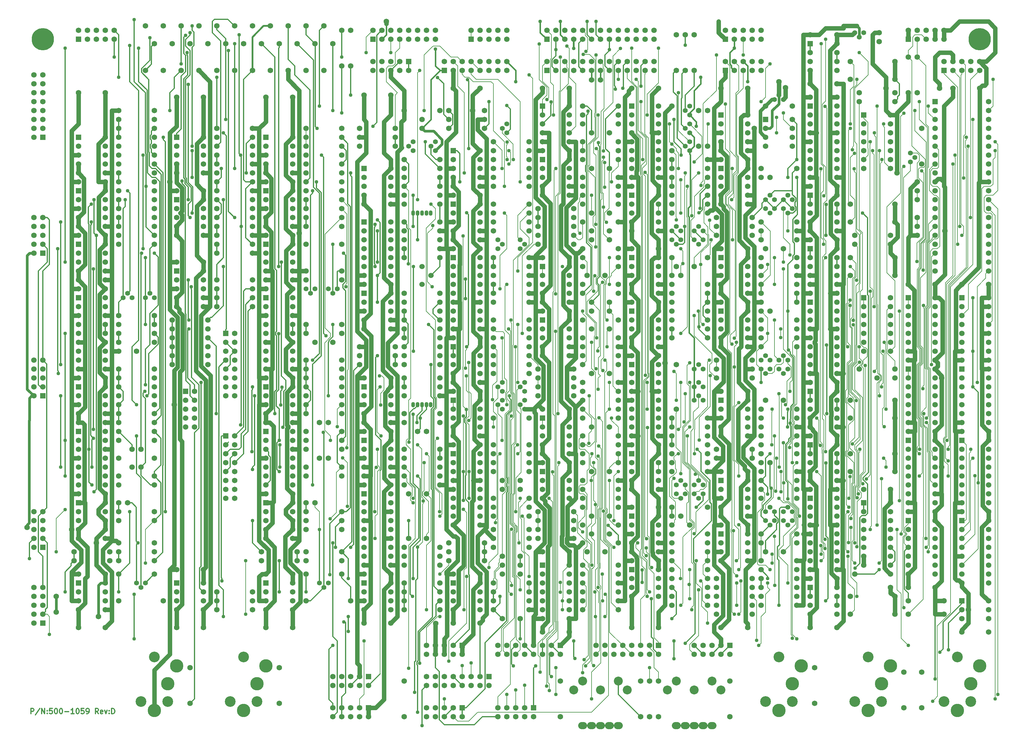
<source format=gtl>
G04 #@! TF.GenerationSoftware,KiCad,Pcbnew,(5.0.1)-3*
G04 #@! TF.CreationDate,2018-11-05T11:47:55-08:00*
G04 #@! TF.ProjectId,100-1059D_Cheezy,3130302D31303539445F436865657A79,rev?*
G04 #@! TF.SameCoordinates,Original*
G04 #@! TF.FileFunction,Copper,L1,Top,Signal*
G04 #@! TF.FilePolarity,Positive*
%FSLAX46Y46*%
G04 Gerber Fmt 4.6, Leading zero omitted, Abs format (unit mm)*
G04 Created by KiCad (PCBNEW (5.0.1)-3) date 11/5/2018 11:47:55 AM*
%MOMM*%
%LPD*%
G01*
G04 APERTURE LIST*
G04 #@! TA.AperFunction,NonConductor*
%ADD10C,0.300000*%
G04 #@! TD*
G04 #@! TA.AperFunction,ComponentPad*
%ADD11C,1.574800*%
G04 #@! TD*
G04 #@! TA.AperFunction,ComponentPad*
%ADD12R,1.574800X1.574800*%
G04 #@! TD*
G04 #@! TA.AperFunction,ComponentPad*
%ADD13O,2.540000X2.032000*%
G04 #@! TD*
G04 #@! TA.AperFunction,ComponentPad*
%ADD14C,2.540000*%
G04 #@! TD*
G04 #@! TA.AperFunction,ComponentPad*
%ADD15C,3.810000*%
G04 #@! TD*
G04 #@! TA.AperFunction,ComponentPad*
%ADD16C,3.048000*%
G04 #@! TD*
G04 #@! TA.AperFunction,ComponentPad*
%ADD17C,1.397000*%
G04 #@! TD*
G04 #@! TA.AperFunction,ComponentPad*
%ADD18O,1.066800X1.524000*%
G04 #@! TD*
G04 #@! TA.AperFunction,ComponentPad*
%ADD19C,1.524000*%
G04 #@! TD*
G04 #@! TA.AperFunction,ComponentPad*
%ADD20C,6.350000*%
G04 #@! TD*
G04 #@! TA.AperFunction,ViaPad*
%ADD21C,1.574800*%
G04 #@! TD*
G04 #@! TA.AperFunction,ViaPad*
%ADD22C,1.016000*%
G04 #@! TD*
G04 #@! TA.AperFunction,Conductor*
%ADD23C,1.270000*%
G04 #@! TD*
G04 #@! TA.AperFunction,Conductor*
%ADD24C,0.762000*%
G04 #@! TD*
G04 #@! TA.AperFunction,Conductor*
%ADD25C,0.304800*%
G04 #@! TD*
G04 #@! TA.AperFunction,Conductor*
%ADD26C,0.381000*%
G04 #@! TD*
G04 #@! TA.AperFunction,Conductor*
%ADD27C,0.203200*%
G04 #@! TD*
G04 #@! TA.AperFunction,Conductor*
%ADD28C,0.152400*%
G04 #@! TD*
G04 #@! TA.AperFunction,Conductor*
%ADD29C,0.508000*%
G04 #@! TD*
G04 #@! TA.AperFunction,Conductor*
%ADD30C,1.016000*%
G04 #@! TD*
G04 APERTURE END LIST*
D10*
X91866142Y-274744571D02*
X91866142Y-273244571D01*
X92437571Y-273244571D01*
X92580428Y-273316000D01*
X92651857Y-273387428D01*
X92723285Y-273530285D01*
X92723285Y-273744571D01*
X92651857Y-273887428D01*
X92580428Y-273958857D01*
X92437571Y-274030285D01*
X91866142Y-274030285D01*
X94437571Y-273173142D02*
X93151857Y-275101714D01*
X94937571Y-274744571D02*
X94937571Y-273244571D01*
X95794714Y-274744571D01*
X95794714Y-273244571D01*
X96509000Y-274601714D02*
X96580428Y-274673142D01*
X96509000Y-274744571D01*
X96437571Y-274673142D01*
X96509000Y-274601714D01*
X96509000Y-274744571D01*
X96509000Y-273816000D02*
X96580428Y-273887428D01*
X96509000Y-273958857D01*
X96437571Y-273887428D01*
X96509000Y-273816000D01*
X96509000Y-273958857D01*
X97937571Y-273244571D02*
X97223285Y-273244571D01*
X97151857Y-273958857D01*
X97223285Y-273887428D01*
X97366142Y-273816000D01*
X97723285Y-273816000D01*
X97866142Y-273887428D01*
X97937571Y-273958857D01*
X98009000Y-274101714D01*
X98009000Y-274458857D01*
X97937571Y-274601714D01*
X97866142Y-274673142D01*
X97723285Y-274744571D01*
X97366142Y-274744571D01*
X97223285Y-274673142D01*
X97151857Y-274601714D01*
X98937571Y-273244571D02*
X99080428Y-273244571D01*
X99223285Y-273316000D01*
X99294714Y-273387428D01*
X99366142Y-273530285D01*
X99437571Y-273816000D01*
X99437571Y-274173142D01*
X99366142Y-274458857D01*
X99294714Y-274601714D01*
X99223285Y-274673142D01*
X99080428Y-274744571D01*
X98937571Y-274744571D01*
X98794714Y-274673142D01*
X98723285Y-274601714D01*
X98651857Y-274458857D01*
X98580428Y-274173142D01*
X98580428Y-273816000D01*
X98651857Y-273530285D01*
X98723285Y-273387428D01*
X98794714Y-273316000D01*
X98937571Y-273244571D01*
X100366142Y-273244571D02*
X100509000Y-273244571D01*
X100651857Y-273316000D01*
X100723285Y-273387428D01*
X100794714Y-273530285D01*
X100866142Y-273816000D01*
X100866142Y-274173142D01*
X100794714Y-274458857D01*
X100723285Y-274601714D01*
X100651857Y-274673142D01*
X100509000Y-274744571D01*
X100366142Y-274744571D01*
X100223285Y-274673142D01*
X100151857Y-274601714D01*
X100080428Y-274458857D01*
X100009000Y-274173142D01*
X100009000Y-273816000D01*
X100080428Y-273530285D01*
X100151857Y-273387428D01*
X100223285Y-273316000D01*
X100366142Y-273244571D01*
X101509000Y-274173142D02*
X102651857Y-274173142D01*
X104151857Y-274744571D02*
X103294714Y-274744571D01*
X103723285Y-274744571D02*
X103723285Y-273244571D01*
X103580428Y-273458857D01*
X103437571Y-273601714D01*
X103294714Y-273673142D01*
X105080428Y-273244571D02*
X105223285Y-273244571D01*
X105366142Y-273316000D01*
X105437571Y-273387428D01*
X105509000Y-273530285D01*
X105580428Y-273816000D01*
X105580428Y-274173142D01*
X105509000Y-274458857D01*
X105437571Y-274601714D01*
X105366142Y-274673142D01*
X105223285Y-274744571D01*
X105080428Y-274744571D01*
X104937571Y-274673142D01*
X104866142Y-274601714D01*
X104794714Y-274458857D01*
X104723285Y-274173142D01*
X104723285Y-273816000D01*
X104794714Y-273530285D01*
X104866142Y-273387428D01*
X104937571Y-273316000D01*
X105080428Y-273244571D01*
X106937571Y-273244571D02*
X106223285Y-273244571D01*
X106151857Y-273958857D01*
X106223285Y-273887428D01*
X106366142Y-273816000D01*
X106723285Y-273816000D01*
X106866142Y-273887428D01*
X106937571Y-273958857D01*
X107009000Y-274101714D01*
X107009000Y-274458857D01*
X106937571Y-274601714D01*
X106866142Y-274673142D01*
X106723285Y-274744571D01*
X106366142Y-274744571D01*
X106223285Y-274673142D01*
X106151857Y-274601714D01*
X107723285Y-274744571D02*
X108009000Y-274744571D01*
X108151857Y-274673142D01*
X108223285Y-274601714D01*
X108366142Y-274387428D01*
X108437571Y-274101714D01*
X108437571Y-273530285D01*
X108366142Y-273387428D01*
X108294714Y-273316000D01*
X108151857Y-273244571D01*
X107866142Y-273244571D01*
X107723285Y-273316000D01*
X107651857Y-273387428D01*
X107580428Y-273530285D01*
X107580428Y-273887428D01*
X107651857Y-274030285D01*
X107723285Y-274101714D01*
X107866142Y-274173142D01*
X108151857Y-274173142D01*
X108294714Y-274101714D01*
X108366142Y-274030285D01*
X108437571Y-273887428D01*
X111080428Y-274744571D02*
X110580428Y-274030285D01*
X110223285Y-274744571D02*
X110223285Y-273244571D01*
X110794714Y-273244571D01*
X110937571Y-273316000D01*
X111009000Y-273387428D01*
X111080428Y-273530285D01*
X111080428Y-273744571D01*
X111009000Y-273887428D01*
X110937571Y-273958857D01*
X110794714Y-274030285D01*
X110223285Y-274030285D01*
X112294714Y-274673142D02*
X112151857Y-274744571D01*
X111866142Y-274744571D01*
X111723285Y-274673142D01*
X111651857Y-274530285D01*
X111651857Y-273958857D01*
X111723285Y-273816000D01*
X111866142Y-273744571D01*
X112151857Y-273744571D01*
X112294714Y-273816000D01*
X112366142Y-273958857D01*
X112366142Y-274101714D01*
X111651857Y-274244571D01*
X112866142Y-273744571D02*
X113223285Y-274744571D01*
X113580428Y-273744571D01*
X114151857Y-274601714D02*
X114223285Y-274673142D01*
X114151857Y-274744571D01*
X114080428Y-274673142D01*
X114151857Y-274601714D01*
X114151857Y-274744571D01*
X114151857Y-273816000D02*
X114223285Y-273887428D01*
X114151857Y-273958857D01*
X114080428Y-273887428D01*
X114151857Y-273816000D01*
X114151857Y-273958857D01*
X114866142Y-274744571D02*
X114866142Y-273244571D01*
X115223285Y-273244571D01*
X115437571Y-273316000D01*
X115580428Y-273458857D01*
X115651857Y-273601714D01*
X115723285Y-273887428D01*
X115723285Y-274101714D01*
X115651857Y-274387428D01*
X115580428Y-274530285D01*
X115437571Y-274673142D01*
X115223285Y-274744571D01*
X114866142Y-274744571D01*
D11*
G04 #@! TO.P,R238,2*
G04 #@! TO.N,Net-(P22-Pad2)*
X233680000Y-175260000D03*
G04 #@! TO.P,R238,1*
G04 #@! TO.N,Net-(C93-Pad2)*
X223520000Y-175260000D03*
G04 #@! TD*
G04 #@! TO.P,R301,2*
G04 #@! TO.N,GND*
X246380000Y-176530000D03*
G04 #@! TO.P,R301,1*
G04 #@! TO.N,Net-(R301-Pad1)*
X236220000Y-176530000D03*
G04 #@! TD*
G04 #@! TO.P,R302,2*
G04 #@! TO.N,/Drum Synth/CYMBAL/EG2*
X233680000Y-177800000D03*
G04 #@! TO.P,R302,1*
G04 #@! TO.N,Net-(R302-Pad1)*
X223520000Y-177800000D03*
G04 #@! TD*
G04 #@! TO.P,C101,2*
G04 #@! TO.N,Net-(C101-Pad2)*
X255270000Y-228600000D03*
G04 #@! TO.P,C101,1*
G04 #@! TO.N,/DRM3_TRG*
X250190000Y-228600000D03*
G04 #@! TD*
D12*
G04 #@! TO.P,P13,1*
G04 #@! TO.N,GND*
X238760000Y-82550000D03*
D11*
G04 #@! TO.P,P13,2*
G04 #@! TO.N,/Synth/Envelope1/ATTACK*
X238760000Y-80010000D03*
G04 #@! TO.P,P13,3*
G04 #@! TO.N,+10*
X241300000Y-82550000D03*
G04 #@! TO.P,P13,4*
G04 #@! TO.N,N/C*
X241300000Y-80010000D03*
G04 #@! TO.P,P13,5*
G04 #@! TO.N,GND*
X243840000Y-82550000D03*
G04 #@! TO.P,P13,6*
G04 #@! TO.N,/Synth/Envelope1/DECAY*
X243840000Y-80010000D03*
G04 #@! TO.P,P13,7*
G04 #@! TO.N,+10*
X246380000Y-82550000D03*
G04 #@! TO.P,P13,8*
G04 #@! TO.N,N/C*
X246380000Y-80010000D03*
G04 #@! TO.P,P13,9*
G04 #@! TO.N,VCC*
X248920000Y-82550000D03*
G04 #@! TO.P,P13,10*
G04 #@! TO.N,/Synth/EG1_SUS_V*
X248920000Y-80010000D03*
G04 #@! TO.P,P13,11*
G04 #@! TO.N,GND*
X251460000Y-82550000D03*
G04 #@! TO.P,P13,12*
G04 #@! TO.N,N/C*
X251460000Y-80010000D03*
G04 #@! TO.P,P13,13*
G04 #@! TO.N,GND*
X254000000Y-82550000D03*
G04 #@! TO.P,P13,14*
G04 #@! TO.N,/Synth/Envelope1/RELEASE*
X254000000Y-80010000D03*
G04 #@! TO.P,P13,15*
G04 #@! TO.N,+10*
X256540000Y-82550000D03*
G04 #@! TO.P,P13,16*
G04 #@! TO.N,N/C*
X256540000Y-80010000D03*
G04 #@! TO.P,P13,17*
G04 #@! TO.N,Net-(P13-Pad17)*
X259080000Y-82550000D03*
G04 #@! TO.P,P13,18*
G04 #@! TO.N,GND*
X259080000Y-80010000D03*
G04 #@! TO.P,P13,19*
G04 #@! TO.N,Net-(P13-Pad19)*
X261620000Y-82550000D03*
G04 #@! TO.P,P13,20*
G04 #@! TO.N,GND*
X261620000Y-80010000D03*
G04 #@! TO.P,P13,21*
G04 #@! TO.N,N/C*
X264160000Y-82550000D03*
G04 #@! TO.P,P13,22*
X264160000Y-80010000D03*
G04 #@! TO.P,P13,23*
G04 #@! TO.N,Net-(P13-Pad23)*
X266700000Y-82550000D03*
G04 #@! TO.P,P13,24*
G04 #@! TO.N,GND*
X266700000Y-80010000D03*
G04 #@! TO.P,P13,25*
G04 #@! TO.N,N/C*
X269240000Y-82550000D03*
G04 #@! TO.P,P13,26*
X269240000Y-80010000D03*
G04 #@! TD*
G04 #@! TO.P,R256,1*
G04 #@! TO.N,Net-(C102-Pad1)*
X259080000Y-232410000D03*
G04 #@! TO.P,R256,2*
G04 #@! TO.N,Net-(P24-Pad5)*
X248920000Y-232410000D03*
G04 #@! TD*
G04 #@! TO.P,U25,14*
G04 #@! TO.N,+15V0*
X245110000Y-232410000D03*
D12*
G04 #@! TO.P,U25,1*
G04 #@! TO.N,/Drum Synth/CYMBAL/SB0*
X237490000Y-232410000D03*
D11*
G04 #@! TO.P,U25,13*
G04 #@! TO.N,/Drum Synth/CYMBAL/SA0*
X245110000Y-234950000D03*
G04 #@! TO.P,U25,2*
G04 #@! TO.N,/Drum Synth/CYMBAL/SB1*
X237490000Y-234950000D03*
G04 #@! TO.P,U25,12*
G04 #@! TO.N,/Drum Synth/CYMBAL/SA1*
X245110000Y-237490000D03*
G04 #@! TO.P,U25,3*
G04 #@! TO.N,/Drum Synth/CYMBAL/TRIG*
X237490000Y-237490000D03*
G04 #@! TO.P,U25,11*
X245110000Y-240030000D03*
G04 #@! TO.P,U25,4*
G04 #@! TO.N,Net-(D37-Pad1)*
X237490000Y-240030000D03*
G04 #@! TO.P,U25,10*
G04 #@! TO.N,Net-(D35-Pad1)*
X245110000Y-242570000D03*
G04 #@! TO.P,U25,5*
G04 #@! TO.N,+15V0*
X237490000Y-242570000D03*
G04 #@! TO.P,U25,9*
X245110000Y-245110000D03*
G04 #@! TO.P,U25,6*
G04 #@! TO.N,GND*
X237490000Y-245110000D03*
G04 #@! TO.P,U25,8*
X245110000Y-247650000D03*
G04 #@! TO.P,U25,7*
X237490000Y-247650000D03*
G04 #@! TD*
D12*
G04 #@! TO.P,P18,1*
G04 #@! TO.N,+15V0*
X234950000Y-273050000D03*
D11*
G04 #@! TO.P,P18,2*
G04 #@! TO.N,/Drum Synth/OUT*
X234950000Y-275590000D03*
G04 #@! TO.P,P18,3*
G04 #@! TO.N,/Drum Synth/DRUM1/OUT*
X232410000Y-273050000D03*
G04 #@! TO.P,P18,4*
G04 #@! TO.N,GND*
X232410000Y-275590000D03*
G04 #@! TO.P,P18,5*
G04 #@! TO.N,/Drum Synth/Drum2/OUT*
X229870000Y-273050000D03*
G04 #@! TO.P,P18,6*
G04 #@! TO.N,GND*
X229870000Y-275590000D03*
G04 #@! TO.P,P18,7*
G04 #@! TO.N,/Drum Synth/Drum3/OUT*
X227330000Y-273050000D03*
G04 #@! TO.P,P18,8*
G04 #@! TO.N,GND*
X227330000Y-275590000D03*
G04 #@! TO.P,P18,9*
G04 #@! TO.N,/Drum Synth/CYMBAL/OUT*
X224790000Y-273050000D03*
G04 #@! TO.P,P18,10*
G04 #@! TO.N,-15V0*
X224790000Y-275590000D03*
G04 #@! TD*
D13*
G04 #@! TO.P,P1,10*
G04 #@! TO.N,GND*
X285750000Y-278130000D03*
G04 #@! TO.P,P1,8*
X275590000Y-278130000D03*
G04 #@! TO.P,P1,9*
X280670000Y-278130000D03*
G04 #@! TO.P,P1,6*
X278130000Y-278130000D03*
G04 #@! TO.P,P1,7*
X283210000Y-278130000D03*
D14*
G04 #@! TO.P,P1,2*
X280670000Y-267970000D03*
G04 #@! TO.P,P1,3*
G04 #@! TO.N,N/C*
X273050000Y-267970000D03*
G04 #@! TO.P,P1,1*
X288290000Y-267970000D03*
G04 #@! TO.P,P1,5*
G04 #@! TO.N,Net-(P1-Pad5)*
X275590000Y-265430000D03*
G04 #@! TO.P,P1,4*
G04 #@! TO.N,Net-(P1-Pad4)*
X285750000Y-265430000D03*
G04 #@! TD*
D13*
G04 #@! TO.P,P2,10*
G04 #@! TO.N,GND*
X259080000Y-278130000D03*
G04 #@! TO.P,P2,8*
X248920000Y-278130000D03*
G04 #@! TO.P,P2,9*
X254000000Y-278130000D03*
G04 #@! TO.P,P2,6*
X251460000Y-278130000D03*
G04 #@! TO.P,P2,7*
X256540000Y-278130000D03*
D14*
G04 #@! TO.P,P2,2*
G04 #@! TO.N,N/C*
X254000000Y-267970000D03*
G04 #@! TO.P,P2,3*
X246380000Y-267970000D03*
G04 #@! TO.P,P2,1*
X261620000Y-267970000D03*
G04 #@! TO.P,P2,5*
G04 #@! TO.N,Net-(D1-Pad2)*
X248920000Y-265430000D03*
G04 #@! TO.P,P2,4*
G04 #@! TO.N,Net-(P2-Pad4)*
X259080000Y-265430000D03*
G04 #@! TD*
D15*
G04 #@! TO.P,J5,1*
G04 #@! TO.N,GND*
X304800000Y-273761200D03*
D16*
G04 #@! TO.P,J5,*
G04 #@! TO.N,*
X308610000Y-271221200D03*
D15*
G04 #@! TO.P,J5,2*
G04 #@! TO.N,N/C*
X308610000Y-266141200D03*
G04 #@! TO.P,J5,3*
G04 #@! TO.N,Net-(J5-Pad3)*
X311150000Y-261061200D03*
D16*
G04 #@! TO.P,J5,*
G04 #@! TO.N,*
X304800000Y-258521200D03*
X300990000Y-271221200D03*
G04 #@! TD*
G04 #@! TO.P,J3,*
G04 #@! TO.N,*
X351790000Y-271221200D03*
X355600000Y-258521200D03*
D15*
G04 #@! TO.P,J3,3*
G04 #@! TO.N,Net-(J3-Pad3)*
X361950000Y-261061200D03*
G04 #@! TO.P,J3,2*
G04 #@! TO.N,N/C*
X359410000Y-266141200D03*
D16*
G04 #@! TO.P,J3,*
G04 #@! TO.N,*
X359410000Y-271221200D03*
D15*
G04 #@! TO.P,J3,1*
G04 #@! TO.N,GND*
X355600000Y-273761200D03*
G04 #@! TD*
G04 #@! TO.P,J1,1*
G04 #@! TO.N,GND*
X127000000Y-273761200D03*
D16*
G04 #@! TO.P,J1,*
G04 #@! TO.N,*
X130810000Y-271221200D03*
D15*
G04 #@! TO.P,J1,2*
G04 #@! TO.N,N/C*
X130810000Y-266141200D03*
G04 #@! TO.P,J1,3*
G04 #@! TO.N,Net-(J1-Pad3)*
X133350000Y-261061200D03*
D16*
G04 #@! TO.P,J1,*
G04 #@! TO.N,*
X127000000Y-258521200D03*
X123190000Y-271221200D03*
G04 #@! TD*
G04 #@! TO.P,J2,*
G04 #@! TO.N,*
X148590000Y-271221200D03*
X152400000Y-258521200D03*
D15*
G04 #@! TO.P,J2,3*
G04 #@! TO.N,Net-(J2-Pad3)*
X158750000Y-261061200D03*
G04 #@! TO.P,J2,2*
G04 #@! TO.N,N/C*
X156210000Y-266141200D03*
D16*
G04 #@! TO.P,J2,*
G04 #@! TO.N,*
X156210000Y-271221200D03*
D15*
G04 #@! TO.P,J2,1*
G04 #@! TO.N,GND*
X152400000Y-273761200D03*
G04 #@! TD*
G04 #@! TO.P,J4,1*
G04 #@! TO.N,GND*
X330200000Y-273761200D03*
D16*
G04 #@! TO.P,J4,*
G04 #@! TO.N,*
X334010000Y-271221200D03*
D15*
G04 #@! TO.P,J4,2*
G04 #@! TO.N,N/C*
X334010000Y-266141200D03*
G04 #@! TO.P,J4,3*
G04 #@! TO.N,Net-(J4-Pad3)*
X336550000Y-261061200D03*
D16*
G04 #@! TO.P,J4,*
G04 #@! TO.N,*
X330200000Y-258521200D03*
X326390000Y-271221200D03*
G04 #@! TD*
D11*
G04 #@! TO.P,C1,2*
G04 #@! TO.N,GND*
X105410000Y-153670000D03*
G04 #@! TO.P,C1,1*
G04 #@! TO.N,+15V0*
X113030000Y-153670000D03*
G04 #@! TD*
G04 #@! TO.P,C2,1*
G04 #@! TO.N,-15V0*
X105410000Y-176530000D03*
G04 #@! TO.P,C2,2*
G04 #@! TO.N,GND*
X113030000Y-176530000D03*
G04 #@! TD*
G04 #@! TO.P,C3,2*
G04 #@! TO.N,GND*
X116840000Y-171450000D03*
G04 #@! TO.P,C3,1*
G04 #@! TO.N,Net-(C3-Pad1)*
X121920000Y-171450000D03*
G04 #@! TD*
G04 #@! TO.P,C4,2*
G04 #@! TO.N,GND*
X133350000Y-233680000D03*
G04 #@! TO.P,C4,1*
G04 #@! TO.N,+15V0*
X140970000Y-233680000D03*
G04 #@! TD*
G04 #@! TO.P,C5,2*
G04 #@! TO.N,GND*
X105410000Y-138430000D03*
G04 #@! TO.P,C5,1*
G04 #@! TO.N,+15V0*
X113030000Y-138430000D03*
G04 #@! TD*
G04 #@! TO.P,C6,1*
G04 #@! TO.N,Net-(C6-Pad1)*
X116840000Y-242570000D03*
G04 #@! TO.P,C6,2*
G04 #@! TO.N,Net-(C6-Pad2)*
X129540000Y-242570000D03*
G04 #@! TD*
G04 #@! TO.P,C7,1*
G04 #@! TO.N,-15V0*
X133350000Y-250190000D03*
G04 #@! TO.P,C7,2*
G04 #@! TO.N,GND*
X140970000Y-250190000D03*
G04 #@! TD*
G04 #@! TO.P,C8,1*
G04 #@! TO.N,-15V0*
X105410000Y-151130000D03*
G04 #@! TO.P,C8,2*
G04 #@! TO.N,GND*
X113030000Y-151130000D03*
G04 #@! TD*
G04 #@! TO.P,C9,1*
G04 #@! TO.N,Net-(C9-Pad1)*
X116840000Y-214630000D03*
G04 #@! TO.P,C9,2*
G04 #@! TO.N,Net-(C9-Pad2)*
X119380000Y-214630000D03*
G04 #@! TD*
G04 #@! TO.P,C10,2*
G04 #@! TO.N,GND*
X105410000Y-234950000D03*
G04 #@! TO.P,C10,1*
G04 #@! TO.N,+15V0*
X113030000Y-234950000D03*
G04 #@! TD*
G04 #@! TO.P,C11,1*
G04 #@! TO.N,+15V0*
X113030000Y-123190000D03*
G04 #@! TO.P,C11,2*
G04 #@! TO.N,GND*
X105410000Y-123190000D03*
G04 #@! TD*
G04 #@! TO.P,C12,1*
G04 #@! TO.N,-15V0*
X105410000Y-250190000D03*
G04 #@! TO.P,C12,2*
G04 #@! TO.N,GND*
X113030000Y-250190000D03*
G04 #@! TD*
G04 #@! TO.P,C13,2*
G04 #@! TO.N,GND*
X113030000Y-135890000D03*
G04 #@! TO.P,C13,1*
G04 #@! TO.N,-15V0*
X105410000Y-135890000D03*
G04 #@! TD*
G04 #@! TO.P,C14,2*
G04 #@! TO.N,GND*
X105410000Y-97790000D03*
G04 #@! TO.P,C14,1*
G04 #@! TO.N,+15V0*
X113030000Y-97790000D03*
G04 #@! TD*
G04 #@! TO.P,C15,1*
G04 #@! TO.N,-15V0*
X105410000Y-120650000D03*
G04 #@! TO.P,C15,2*
G04 #@! TO.N,GND*
X113030000Y-120650000D03*
G04 #@! TD*
G04 #@! TO.P,C16,2*
G04 #@! TO.N,Net-(C16-Pad2)*
X123190000Y-204470000D03*
G04 #@! TO.P,C16,1*
G04 #@! TO.N,Net-(C16-Pad1)*
X120650000Y-204470000D03*
G04 #@! TD*
G04 #@! TO.P,C17,1*
G04 #@! TO.N,Net-(C17-Pad1)*
X120650000Y-199390000D03*
G04 #@! TO.P,C17,2*
G04 #@! TO.N,Net-(C17-Pad2)*
X123190000Y-199390000D03*
G04 #@! TD*
G04 #@! TO.P,C18,1*
G04 #@! TO.N,+15V0*
X166370000Y-153670000D03*
G04 #@! TO.P,C18,2*
G04 #@! TO.N,GND*
X158750000Y-153670000D03*
G04 #@! TD*
G04 #@! TO.P,C19,1*
G04 #@! TO.N,-15V0*
X158750000Y-176530000D03*
G04 #@! TO.P,C19,2*
G04 #@! TO.N,GND*
X166370000Y-176530000D03*
G04 #@! TD*
G04 #@! TO.P,C20,1*
G04 #@! TO.N,Net-(C20-Pad1)*
X177800000Y-168910000D03*
G04 #@! TO.P,C20,2*
G04 #@! TO.N,GND*
X172720000Y-168910000D03*
G04 #@! TD*
G04 #@! TO.P,C22,1*
G04 #@! TO.N,+15V0*
X166370000Y-138430000D03*
G04 #@! TO.P,C22,2*
G04 #@! TO.N,GND*
X158750000Y-138430000D03*
G04 #@! TD*
G04 #@! TO.P,C23,2*
G04 #@! TO.N,Net-(C23-Pad2)*
X182880000Y-242570000D03*
G04 #@! TO.P,C23,1*
G04 #@! TO.N,Net-(C23-Pad1)*
X170180000Y-242570000D03*
G04 #@! TD*
G04 #@! TO.P,C25,2*
G04 #@! TO.N,GND*
X166370000Y-151130000D03*
G04 #@! TO.P,C25,1*
G04 #@! TO.N,-15V0*
X158750000Y-151130000D03*
G04 #@! TD*
G04 #@! TO.P,C26,1*
G04 #@! TO.N,Net-(C26-Pad1)*
X170180000Y-214630000D03*
G04 #@! TO.P,C26,2*
G04 #@! TO.N,Net-(C26-Pad2)*
X172720000Y-214630000D03*
G04 #@! TD*
G04 #@! TO.P,C27,2*
G04 #@! TO.N,GND*
X158750000Y-234950000D03*
G04 #@! TO.P,C27,1*
G04 #@! TO.N,+15V0*
X166370000Y-234950000D03*
G04 #@! TD*
G04 #@! TO.P,C28,1*
G04 #@! TO.N,+15V0*
X166370000Y-123190000D03*
G04 #@! TO.P,C28,2*
G04 #@! TO.N,GND*
X158750000Y-123190000D03*
G04 #@! TD*
G04 #@! TO.P,C29,2*
G04 #@! TO.N,GND*
X166370000Y-250190000D03*
G04 #@! TO.P,C29,1*
G04 #@! TO.N,-15V0*
X158750000Y-250190000D03*
G04 #@! TD*
G04 #@! TO.P,C30,2*
G04 #@! TO.N,GND*
X166370000Y-135890000D03*
G04 #@! TO.P,C30,1*
G04 #@! TO.N,-15V0*
X158750000Y-135890000D03*
G04 #@! TD*
G04 #@! TO.P,C31,1*
G04 #@! TO.N,+15V0*
X166370000Y-99060000D03*
G04 #@! TO.P,C31,2*
G04 #@! TO.N,GND*
X158750000Y-99060000D03*
G04 #@! TD*
G04 #@! TO.P,C32,1*
G04 #@! TO.N,-15V0*
X158750000Y-120650000D03*
G04 #@! TO.P,C32,2*
G04 #@! TO.N,GND*
X166370000Y-120650000D03*
G04 #@! TD*
G04 #@! TO.P,C33,1*
G04 #@! TO.N,Net-(C33-Pad1)*
X173990000Y-201930000D03*
G04 #@! TO.P,C33,2*
G04 #@! TO.N,Net-(C33-Pad2)*
X176530000Y-201930000D03*
G04 #@! TD*
G04 #@! TO.P,C34,1*
G04 #@! TO.N,Net-(C34-Pad1)*
X173990000Y-191770000D03*
G04 #@! TO.P,C34,2*
G04 #@! TO.N,Net-(C34-Pad2)*
X176530000Y-191770000D03*
G04 #@! TD*
G04 #@! TO.P,C35,2*
G04 #@! TO.N,Net-(C35-Pad2)*
X204470000Y-194310000D03*
G04 #@! TO.P,C35,1*
G04 #@! TO.N,Net-(C35-Pad1)*
X201930000Y-194310000D03*
G04 #@! TD*
G04 #@! TO.P,C36,1*
G04 #@! TO.N,Net-(C36-Pad1)*
X199390000Y-224790000D03*
G04 #@! TO.P,C36,2*
G04 #@! TO.N,/Synth/Filter/BP*
X199390000Y-212090000D03*
G04 #@! TD*
G04 #@! TO.P,C37,1*
G04 #@! TO.N,+15V0*
X194310000Y-209550000D03*
G04 #@! TO.P,C37,2*
G04 #@! TO.N,GND*
X186690000Y-209550000D03*
G04 #@! TD*
G04 #@! TO.P,C38,1*
G04 #@! TO.N,+15V0*
X194310000Y-234950000D03*
G04 #@! TO.P,C38,2*
G04 #@! TO.N,GND*
X186690000Y-234950000D03*
G04 #@! TD*
G04 #@! TO.P,C39,1*
G04 #@! TO.N,+15V0*
X194310000Y-194310000D03*
G04 #@! TO.P,C39,2*
G04 #@! TO.N,GND*
X186690000Y-194310000D03*
G04 #@! TD*
G04 #@! TO.P,C40,1*
G04 #@! TO.N,+15V0*
X194310000Y-179070000D03*
G04 #@! TO.P,C40,2*
G04 #@! TO.N,GND*
X186690000Y-179070000D03*
G04 #@! TD*
G04 #@! TO.P,C41,2*
G04 #@! TO.N,GND*
X194310000Y-232410000D03*
G04 #@! TO.P,C41,1*
G04 #@! TO.N,-15V0*
X186690000Y-232410000D03*
G04 #@! TD*
G04 #@! TO.P,C42,2*
G04 #@! TO.N,GND*
X194310000Y-248920000D03*
G04 #@! TO.P,C42,1*
G04 #@! TO.N,-15V0*
X186690000Y-248920000D03*
G04 #@! TD*
G04 #@! TO.P,C43,2*
G04 #@! TO.N,GND*
X194310000Y-207010000D03*
G04 #@! TO.P,C43,1*
G04 #@! TO.N,-15V0*
X186690000Y-207010000D03*
G04 #@! TD*
G04 #@! TO.P,C44,2*
G04 #@! TO.N,GND*
X194310000Y-191770000D03*
G04 #@! TO.P,C44,1*
G04 #@! TO.N,-15V0*
X186690000Y-191770000D03*
G04 #@! TD*
G04 #@! TO.P,C45,2*
G04 #@! TO.N,/Synth/Mixer/FIN3*
X204470000Y-212090000D03*
G04 #@! TO.P,C45,1*
G04 #@! TO.N,Net-(C45-Pad1)*
X204470000Y-224790000D03*
G04 #@! TD*
G04 #@! TO.P,C47,2*
G04 #@! TO.N,GND*
X270510000Y-137160000D03*
G04 #@! TO.P,C47,1*
G04 #@! TO.N,-15V0*
X262890000Y-137160000D03*
G04 #@! TD*
G04 #@! TO.P,C48,1*
G04 #@! TO.N,+15V0*
X270510000Y-124460000D03*
G04 #@! TO.P,C48,2*
G04 #@! TO.N,GND*
X262890000Y-124460000D03*
G04 #@! TD*
G04 #@! TO.P,C49,2*
G04 #@! TO.N,Net-(C49-Pad2)*
X276860000Y-149860000D03*
G04 #@! TO.P,C49,1*
G04 #@! TO.N,Net-(C49-Pad1)*
X274320000Y-149860000D03*
G04 #@! TD*
G04 #@! TO.P,C50,2*
G04 #@! TO.N,/Synth/ADSR*
X275590000Y-147320000D03*
G04 #@! TO.P,C50,1*
G04 #@! TO.N,Net-(C50-Pad1)*
X280670000Y-147320000D03*
G04 #@! TD*
G04 #@! TO.P,C51,2*
G04 #@! TO.N,GND*
X270510000Y-121920000D03*
G04 #@! TO.P,C51,1*
G04 #@! TO.N,-15V0*
X262890000Y-121920000D03*
G04 #@! TD*
G04 #@! TO.P,C52,2*
G04 #@! TO.N,GND*
X270510000Y-154940000D03*
G04 #@! TO.P,C52,1*
G04 #@! TO.N,-15V0*
X262890000Y-154940000D03*
G04 #@! TD*
G04 #@! TO.P,C53,2*
G04 #@! TO.N,GND*
X270510000Y-170180000D03*
G04 #@! TO.P,C53,1*
G04 #@! TO.N,-15V0*
X262890000Y-170180000D03*
G04 #@! TD*
G04 #@! TO.P,C54,1*
G04 #@! TO.N,+15V0*
X270510000Y-96520000D03*
G04 #@! TO.P,C54,2*
G04 #@! TO.N,GND*
X262890000Y-96520000D03*
G04 #@! TD*
G04 #@! TO.P,C55,1*
G04 #@! TO.N,+15V0*
X270510000Y-142240000D03*
G04 #@! TO.P,C55,2*
G04 #@! TO.N,GND*
X262890000Y-142240000D03*
G04 #@! TD*
G04 #@! TO.P,C56,1*
G04 #@! TO.N,+15V0*
X270510000Y-157480000D03*
G04 #@! TO.P,C56,2*
G04 #@! TO.N,GND*
X262890000Y-157480000D03*
G04 #@! TD*
G04 #@! TO.P,C58,2*
G04 #@! TO.N,GND*
X270510000Y-210820000D03*
G04 #@! TO.P,C58,1*
G04 #@! TO.N,-15V0*
X262890000Y-210820000D03*
G04 #@! TD*
G04 #@! TO.P,C59,1*
G04 #@! TO.N,+15V0*
X270510000Y-198120000D03*
G04 #@! TO.P,C59,2*
G04 #@! TO.N,GND*
X262890000Y-198120000D03*
G04 #@! TD*
G04 #@! TO.P,C60,2*
G04 #@! TO.N,Net-(C60-Pad2)*
X276860000Y-218440000D03*
G04 #@! TO.P,C60,1*
G04 #@! TO.N,Net-(C60-Pad1)*
X274320000Y-218440000D03*
G04 #@! TD*
G04 #@! TO.P,C61,1*
G04 #@! TO.N,Net-(C61-Pad1)*
X279400000Y-220980000D03*
G04 #@! TO.P,C61,2*
G04 #@! TO.N,/Synth/VCA/CV*
X274320000Y-220980000D03*
G04 #@! TD*
G04 #@! TO.P,C62,1*
G04 #@! TO.N,-15V0*
X262890000Y-195580000D03*
G04 #@! TO.P,C62,2*
G04 #@! TO.N,GND*
X270510000Y-195580000D03*
G04 #@! TD*
G04 #@! TO.P,C63,1*
G04 #@! TO.N,-15V0*
X262890000Y-228600000D03*
G04 #@! TO.P,C63,2*
G04 #@! TO.N,GND*
X270510000Y-228600000D03*
G04 #@! TD*
G04 #@! TO.P,C64,2*
G04 #@! TO.N,GND*
X270510000Y-250190000D03*
G04 #@! TO.P,C64,1*
G04 #@! TO.N,-15V0*
X262890000Y-250190000D03*
G04 #@! TD*
G04 #@! TO.P,C65,1*
G04 #@! TO.N,+15V0*
X270510000Y-172720000D03*
G04 #@! TO.P,C65,2*
G04 #@! TO.N,GND*
X262890000Y-172720000D03*
G04 #@! TD*
G04 #@! TO.P,C66,2*
G04 #@! TO.N,GND*
X262890000Y-215900000D03*
G04 #@! TO.P,C66,1*
G04 #@! TO.N,+15V0*
X270510000Y-215900000D03*
G04 #@! TD*
G04 #@! TO.P,C67,1*
G04 #@! TO.N,+15V0*
X270510000Y-231140000D03*
G04 #@! TO.P,C67,2*
G04 #@! TO.N,GND*
X262890000Y-231140000D03*
G04 #@! TD*
G04 #@! TO.P,C68,1*
G04 #@! TO.N,Net-(C68-Pad1)*
X299720000Y-203200000D03*
G04 #@! TO.P,C68,2*
G04 #@! TO.N,Net-(C68-Pad2)*
X302260000Y-203200000D03*
G04 #@! TD*
G04 #@! TO.P,C69,1*
G04 #@! TO.N,Net-(C69-Pad1)*
X300990000Y-228600000D03*
G04 #@! TO.P,C69,2*
G04 #@! TO.N,/Synth/GLIDE/OUT*
X306070000Y-228600000D03*
G04 #@! TD*
G04 #@! TO.P,C70,1*
G04 #@! TO.N,+15V0*
X295910000Y-157480000D03*
G04 #@! TO.P,C70,2*
G04 #@! TO.N,GND*
X288290000Y-157480000D03*
G04 #@! TD*
G04 #@! TO.P,C71,2*
G04 #@! TO.N,GND*
X295910000Y-170180000D03*
G04 #@! TO.P,C71,1*
G04 #@! TO.N,-15V0*
X288290000Y-170180000D03*
G04 #@! TD*
G04 #@! TO.P,C72,2*
G04 #@! TO.N,Net-(C72-Pad2)*
X299720000Y-160020000D03*
G04 #@! TO.P,C72,1*
G04 #@! TO.N,Net-(C72-Pad1)*
X302260000Y-160020000D03*
G04 #@! TD*
G04 #@! TO.P,C73,1*
G04 #@! TO.N,+15V0*
X295910000Y-182880000D03*
G04 #@! TO.P,C73,2*
G04 #@! TO.N,GND*
X288290000Y-182880000D03*
G04 #@! TD*
G04 #@! TO.P,C74,2*
G04 #@! TO.N,GND*
X295910000Y-195580000D03*
G04 #@! TO.P,C74,1*
G04 #@! TO.N,-15V0*
X288290000Y-195580000D03*
G04 #@! TD*
G04 #@! TO.P,C75,1*
G04 #@! TO.N,Net-(C75-Pad1)*
X300990000Y-185420000D03*
G04 #@! TO.P,C75,2*
G04 #@! TO.N,Net-(C75-Pad2)*
X306070000Y-185420000D03*
G04 #@! TD*
G04 #@! TO.P,C76,2*
G04 #@! TO.N,GND*
X186690000Y-152400000D03*
G04 #@! TO.P,C76,1*
G04 #@! TO.N,+15V0*
X194310000Y-152400000D03*
G04 #@! TD*
G04 #@! TO.P,C77,1*
G04 #@! TO.N,-15V0*
X186690000Y-165100000D03*
G04 #@! TO.P,C77,2*
G04 #@! TO.N,GND*
X194310000Y-165100000D03*
G04 #@! TD*
G04 #@! TO.P,C78,2*
G04 #@! TO.N,GND*
X133350000Y-99060000D03*
G04 #@! TO.P,C78,1*
G04 #@! TO.N,+15V0*
X140970000Y-99060000D03*
G04 #@! TD*
G04 #@! TO.P,C79,1*
G04 #@! TO.N,-15V0*
X133350000Y-120650000D03*
G04 #@! TO.P,C79,2*
G04 #@! TO.N,GND*
X140970000Y-120650000D03*
G04 #@! TD*
G04 #@! TO.P,C80,2*
G04 #@! TO.N,GND*
X133350000Y-125730000D03*
G04 #@! TO.P,C80,1*
G04 #@! TO.N,+15V0*
X140970000Y-125730000D03*
G04 #@! TD*
G04 #@! TO.P,C81,1*
G04 #@! TO.N,-15V0*
X133350000Y-138430000D03*
G04 #@! TO.P,C81,2*
G04 #@! TO.N,GND*
X140970000Y-138430000D03*
G04 #@! TD*
G04 #@! TO.P,C82,2*
G04 #@! TO.N,GND*
X256540000Y-109220000D03*
G04 #@! TO.P,C82,1*
G04 #@! TO.N,Net-(C82-Pad1)*
X251460000Y-109220000D03*
G04 #@! TD*
G04 #@! TO.P,C83,1*
G04 #@! TO.N,/DRM1_TRG*
X256540000Y-119380000D03*
G04 #@! TO.P,C83,2*
G04 #@! TO.N,Net-(C83-Pad2)*
X251460000Y-119380000D03*
G04 #@! TD*
G04 #@! TO.P,C84,1*
G04 #@! TO.N,Net-(C84-Pad1)*
X251460000Y-137160000D03*
G04 #@! TO.P,C84,2*
G04 #@! TO.N,Net-(C84-Pad2)*
X256540000Y-137160000D03*
G04 #@! TD*
G04 #@! TO.P,C85,2*
G04 #@! TO.N,GND*
X256540000Y-132080000D03*
G04 #@! TO.P,C85,1*
G04 #@! TO.N,Net-(C85-Pad1)*
X251460000Y-132080000D03*
G04 #@! TD*
G04 #@! TO.P,C86,2*
G04 #@! TO.N,Net-(C86-Pad2)*
X256540000Y-139700000D03*
G04 #@! TO.P,C86,1*
G04 #@! TO.N,Net-(C84-Pad2)*
X251460000Y-139700000D03*
G04 #@! TD*
G04 #@! TO.P,C87,1*
G04 #@! TO.N,+15V0*
X245110000Y-114300000D03*
G04 #@! TO.P,C87,2*
G04 #@! TO.N,GND*
X237490000Y-114300000D03*
G04 #@! TD*
G04 #@! TO.P,C88,1*
G04 #@! TO.N,+15V0*
X245110000Y-96520000D03*
G04 #@! TO.P,C88,2*
G04 #@! TO.N,GND*
X237490000Y-96520000D03*
G04 #@! TD*
G04 #@! TO.P,C89,2*
G04 #@! TO.N,GND*
X245110000Y-127000000D03*
G04 #@! TO.P,C89,1*
G04 #@! TO.N,-15V0*
X237490000Y-127000000D03*
G04 #@! TD*
G04 #@! TO.P,C90,2*
G04 #@! TO.N,GND*
X245110000Y-111760000D03*
G04 #@! TO.P,C90,1*
G04 #@! TO.N,-15V0*
X237490000Y-111760000D03*
G04 #@! TD*
G04 #@! TO.P,C91,2*
G04 #@! TO.N,GND*
X255270000Y-149860000D03*
G04 #@! TO.P,C91,1*
G04 #@! TO.N,Net-(C91-Pad1)*
X250190000Y-149860000D03*
G04 #@! TD*
G04 #@! TO.P,C92,2*
G04 #@! TO.N,Net-(C92-Pad2)*
X256540000Y-165100000D03*
G04 #@! TO.P,C92,1*
G04 #@! TO.N,/DRM2_TRG*
X251460000Y-165100000D03*
G04 #@! TD*
G04 #@! TO.P,C93,2*
G04 #@! TO.N,Net-(C93-Pad2)*
X256540000Y-160020000D03*
G04 #@! TO.P,C93,1*
G04 #@! TO.N,Net-(C93-Pad1)*
X251460000Y-160020000D03*
G04 #@! TD*
G04 #@! TO.P,C94,1*
G04 #@! TO.N,Net-(C94-Pad1)*
X256540000Y-177800000D03*
G04 #@! TO.P,C94,2*
G04 #@! TO.N,GND*
X251460000Y-177800000D03*
G04 #@! TD*
G04 #@! TO.P,C95,1*
G04 #@! TO.N,Net-(C93-Pad2)*
X256540000Y-157480000D03*
G04 #@! TO.P,C95,2*
G04 #@! TO.N,Net-(C95-Pad2)*
X251460000Y-157480000D03*
G04 #@! TD*
G04 #@! TO.P,C96,1*
G04 #@! TO.N,+15V0*
X245110000Y-160020000D03*
G04 #@! TO.P,C96,2*
G04 #@! TO.N,GND*
X237490000Y-160020000D03*
G04 #@! TD*
G04 #@! TO.P,C97,1*
G04 #@! TO.N,+15V0*
X245110000Y-144780000D03*
G04 #@! TO.P,C97,2*
G04 #@! TO.N,GND*
X237490000Y-144780000D03*
G04 #@! TD*
G04 #@! TO.P,C98,2*
G04 #@! TO.N,GND*
X245110000Y-172720000D03*
G04 #@! TO.P,C98,1*
G04 #@! TO.N,-15V0*
X237490000Y-172720000D03*
G04 #@! TD*
G04 #@! TO.P,C99,2*
G04 #@! TO.N,GND*
X245110000Y-157480000D03*
G04 #@! TO.P,C99,1*
G04 #@! TO.N,-15V0*
X237490000Y-157480000D03*
G04 #@! TD*
G04 #@! TO.P,C100,2*
G04 #@! TO.N,GND*
X256540000Y-193040000D03*
G04 #@! TO.P,C100,1*
G04 #@! TO.N,Net-(C100-Pad1)*
X251460000Y-193040000D03*
G04 #@! TD*
G04 #@! TO.P,C102,1*
G04 #@! TO.N,Net-(C102-Pad1)*
X251460000Y-218440000D03*
G04 #@! TO.P,C102,2*
G04 #@! TO.N,Net-(C102-Pad2)*
X256540000Y-218440000D03*
G04 #@! TD*
G04 #@! TO.P,C103,1*
G04 #@! TO.N,Net-(C103-Pad1)*
X256540000Y-205740000D03*
G04 #@! TO.P,C103,2*
G04 #@! TO.N,GND*
X251460000Y-205740000D03*
G04 #@! TD*
G04 #@! TO.P,C104,2*
G04 #@! TO.N,Net-(C104-Pad2)*
X251460000Y-223520000D03*
G04 #@! TO.P,C104,1*
G04 #@! TO.N,Net-(C102-Pad2)*
X256540000Y-223520000D03*
G04 #@! TD*
G04 #@! TO.P,C105,1*
G04 #@! TO.N,+15V0*
X245110000Y-187960000D03*
G04 #@! TO.P,C105,2*
G04 #@! TO.N,GND*
X237490000Y-187960000D03*
G04 #@! TD*
G04 #@! TO.P,C106,1*
G04 #@! TO.N,+15V0*
X245110000Y-203200000D03*
G04 #@! TO.P,C106,2*
G04 #@! TO.N,GND*
X237490000Y-203200000D03*
G04 #@! TD*
G04 #@! TO.P,C107,2*
G04 #@! TO.N,GND*
X245110000Y-200660000D03*
G04 #@! TO.P,C107,1*
G04 #@! TO.N,-15V0*
X237490000Y-200660000D03*
G04 #@! TD*
G04 #@! TO.P,C108,2*
G04 #@! TO.N,GND*
X245110000Y-251460000D03*
G04 #@! TO.P,C108,1*
G04 #@! TO.N,-15V0*
X237490000Y-251460000D03*
G04 #@! TD*
G04 #@! TO.P,C109,1*
G04 #@! TO.N,+15V0*
X219710000Y-182880000D03*
G04 #@! TO.P,C109,2*
G04 #@! TO.N,GND*
X212090000Y-182880000D03*
G04 #@! TD*
G04 #@! TO.P,C110,1*
G04 #@! TO.N,+15V0*
X219710000Y-234950000D03*
G04 #@! TO.P,C110,2*
G04 #@! TO.N,GND*
X212090000Y-234950000D03*
G04 #@! TD*
G04 #@! TO.P,C111,2*
G04 #@! TO.N,GND*
X219710000Y-195580000D03*
G04 #@! TO.P,C111,1*
G04 #@! TO.N,-15V0*
X212090000Y-195580000D03*
G04 #@! TD*
G04 #@! TO.P,C112,2*
G04 #@! TO.N,GND*
X219710000Y-248920000D03*
G04 #@! TO.P,C112,1*
G04 #@! TO.N,-15V0*
X212090000Y-248920000D03*
G04 #@! TD*
G04 #@! TO.P,C113,2*
G04 #@! TO.N,Net-(C113-Pad2)*
X226060000Y-247650000D03*
G04 #@! TO.P,C113,1*
G04 #@! TO.N,/NOISE*
X231140000Y-247650000D03*
G04 #@! TD*
G04 #@! TO.P,C114,1*
G04 #@! TO.N,Net-(C114-Pad1)*
X226060000Y-232410000D03*
G04 #@! TO.P,C114,2*
G04 #@! TO.N,Net-(C114-Pad2)*
X231140000Y-232410000D03*
G04 #@! TD*
G04 #@! TO.P,C115,1*
G04 #@! TO.N,Net-(C115-Pad1)*
X226060000Y-234950000D03*
G04 #@! TO.P,C115,2*
G04 #@! TO.N,GND*
X231140000Y-234950000D03*
G04 #@! TD*
G04 #@! TO.P,C116,2*
G04 #@! TO.N,Net-(C116-Pad2)*
X226060000Y-229870000D03*
G04 #@! TO.P,C116,1*
G04 #@! TO.N,Net-(C114-Pad2)*
X231140000Y-229870000D03*
G04 #@! TD*
G04 #@! TO.P,C117,2*
G04 #@! TO.N,GND*
X212090000Y-142240000D03*
G04 #@! TO.P,C117,1*
G04 #@! TO.N,+15V0*
X219710000Y-142240000D03*
G04 #@! TD*
G04 #@! TO.P,C118,1*
G04 #@! TO.N,Net-(C118-Pad1)*
X226060000Y-208280000D03*
G04 #@! TO.P,C118,2*
G04 #@! TO.N,GND*
X231140000Y-208280000D03*
G04 #@! TD*
G04 #@! TO.P,C119,1*
G04 #@! TO.N,-15V0*
X212090000Y-165100000D03*
G04 #@! TO.P,C119,2*
G04 #@! TO.N,GND*
X219710000Y-165100000D03*
G04 #@! TD*
G04 #@! TO.P,C120,1*
G04 #@! TO.N,Net-(C120-Pad1)*
X226060000Y-210820000D03*
G04 #@! TO.P,C120,2*
G04 #@! TO.N,GND*
X231140000Y-210820000D03*
G04 #@! TD*
G04 #@! TO.P,C121,1*
G04 #@! TO.N,+15V0*
X219710000Y-127000000D03*
G04 #@! TO.P,C121,2*
G04 #@! TO.N,GND*
X212090000Y-127000000D03*
G04 #@! TD*
G04 #@! TO.P,C122,1*
G04 #@! TO.N,+15V0*
X219710000Y-167640000D03*
G04 #@! TO.P,C122,2*
G04 #@! TO.N,GND*
X212090000Y-167640000D03*
G04 #@! TD*
G04 #@! TO.P,C123,2*
G04 #@! TO.N,GND*
X219710000Y-139700000D03*
G04 #@! TO.P,C123,1*
G04 #@! TO.N,-15V0*
X212090000Y-139700000D03*
G04 #@! TD*
G04 #@! TO.P,C124,2*
G04 #@! TO.N,GND*
X219710000Y-180340000D03*
G04 #@! TO.P,C124,1*
G04 #@! TO.N,-15V0*
X212090000Y-180340000D03*
G04 #@! TD*
G04 #@! TO.P,C125,2*
G04 #@! TO.N,GND*
X356870000Y-251460000D03*
G04 #@! TO.P,C125,1*
G04 #@! TO.N,VCC*
X364490000Y-251460000D03*
G04 #@! TD*
G04 #@! TO.P,C126,1*
G04 #@! TO.N,Net-(C126-Pad1)*
X336550000Y-232410000D03*
G04 #@! TO.P,C126,2*
G04 #@! TO.N,GND*
X328930000Y-232410000D03*
G04 #@! TD*
G04 #@! TO.P,C127,2*
G04 #@! TO.N,GND*
X341630000Y-194310000D03*
G04 #@! TO.P,C127,1*
G04 #@! TO.N,VCC*
X349250000Y-194310000D03*
G04 #@! TD*
G04 #@! TO.P,C128,2*
G04 #@! TO.N,GND*
X341630000Y-217170000D03*
G04 #@! TO.P,C128,1*
G04 #@! TO.N,VCC*
X349250000Y-217170000D03*
G04 #@! TD*
G04 #@! TO.P,C129,2*
G04 #@! TO.N,GND*
X341630000Y-238760000D03*
G04 #@! TO.P,C129,1*
G04 #@! TO.N,VCC*
X349250000Y-238760000D03*
G04 #@! TD*
G04 #@! TO.P,C130,1*
G04 #@! TO.N,VCC*
X336550000Y-210820000D03*
G04 #@! TO.P,C130,2*
G04 #@! TO.N,GND*
X328930000Y-210820000D03*
G04 #@! TD*
G04 #@! TO.P,C132,1*
G04 #@! TO.N,+15V0*
X321310000Y-236220000D03*
G04 #@! TO.P,C132,2*
G04 #@! TO.N,GND*
X313690000Y-236220000D03*
G04 #@! TD*
G04 #@! TO.P,C133,2*
G04 #@! TO.N,GND*
X321310000Y-250190000D03*
G04 #@! TO.P,C133,1*
G04 #@! TO.N,-15V0*
X313690000Y-250190000D03*
G04 #@! TD*
G04 #@! TO.P,C134,1*
G04 #@! TO.N,-15V0*
X313690000Y-233680000D03*
G04 #@! TO.P,C134,2*
G04 #@! TO.N,GND*
X321310000Y-233680000D03*
G04 #@! TD*
G04 #@! TO.P,C135,1*
G04 #@! TO.N,Net-(C135-Pad1)*
X325120000Y-241300000D03*
G04 #@! TO.P,C135,2*
G04 #@! TO.N,GND*
X337820000Y-241300000D03*
G04 #@! TD*
G04 #@! TO.P,C136,2*
G04 #@! TO.N,GND*
X337820000Y-246380000D03*
G04 #@! TO.P,C136,1*
G04 #@! TO.N,Net-(C136-Pad1)*
X325120000Y-246380000D03*
G04 #@! TD*
G04 #@! TO.P,C137,1*
G04 #@! TO.N,Net-(C137-Pad1)*
X325120000Y-200660000D03*
G04 #@! TO.P,C137,2*
G04 #@! TO.N,GND*
X337820000Y-200660000D03*
G04 #@! TD*
G04 #@! TO.P,C138,1*
G04 #@! TO.N,Net-(C138-Pad1)*
X325120000Y-205740000D03*
G04 #@! TO.P,C138,2*
G04 #@! TO.N,GND*
X337820000Y-205740000D03*
G04 #@! TD*
G04 #@! TO.P,C139,1*
G04 #@! TO.N,+15V0*
X321310000Y-195580000D03*
G04 #@! TO.P,C139,2*
G04 #@! TO.N,GND*
X313690000Y-195580000D03*
G04 #@! TD*
G04 #@! TO.P,C140,2*
G04 #@! TO.N,GND*
X313690000Y-210820000D03*
G04 #@! TO.P,C140,1*
G04 #@! TO.N,+15V0*
X321310000Y-210820000D03*
G04 #@! TD*
G04 #@! TO.P,C141,2*
G04 #@! TO.N,GND*
X321310000Y-208280000D03*
G04 #@! TO.P,C141,1*
G04 #@! TO.N,-15V0*
X313690000Y-208280000D03*
G04 #@! TD*
G04 #@! TO.P,C142,1*
G04 #@! TO.N,-15V0*
X313690000Y-177800000D03*
G04 #@! TO.P,C142,2*
G04 #@! TO.N,GND*
X321310000Y-177800000D03*
G04 #@! TD*
G04 #@! TO.P,C143,1*
G04 #@! TO.N,+15V0*
X321310000Y-180340000D03*
G04 #@! TO.P,C143,2*
G04 #@! TO.N,GND*
X313690000Y-180340000D03*
G04 #@! TD*
G04 #@! TO.P,C144,2*
G04 #@! TO.N,GND*
X313690000Y-154940000D03*
G04 #@! TO.P,C144,1*
G04 #@! TO.N,+15V0*
X321310000Y-154940000D03*
G04 #@! TD*
G04 #@! TO.P,C145,2*
G04 #@! TO.N,GND*
X321310000Y-193040000D03*
G04 #@! TO.P,C145,1*
G04 #@! TO.N,-15V0*
X313690000Y-193040000D03*
G04 #@! TD*
G04 #@! TO.P,C146,1*
G04 #@! TO.N,-15V0*
X313690000Y-121920000D03*
G04 #@! TO.P,C146,2*
G04 #@! TO.N,GND*
X321310000Y-121920000D03*
G04 #@! TD*
G04 #@! TO.P,C147,2*
G04 #@! TO.N,GND*
X337820000Y-185420000D03*
G04 #@! TO.P,C147,1*
G04 #@! TO.N,Net-(C147-Pad1)*
X325120000Y-185420000D03*
G04 #@! TD*
G04 #@! TO.P,C148,1*
G04 #@! TO.N,Net-(C148-Pad1)*
X325120000Y-190500000D03*
G04 #@! TO.P,C148,2*
G04 #@! TO.N,GND*
X337820000Y-190500000D03*
G04 #@! TD*
G04 #@! TO.P,C149,2*
G04 #@! TO.N,GND*
X337820000Y-144780000D03*
G04 #@! TO.P,C149,1*
G04 #@! TO.N,Net-(C149-Pad1)*
X325120000Y-144780000D03*
G04 #@! TD*
G04 #@! TO.P,C150,2*
G04 #@! TO.N,GND*
X337820000Y-149860000D03*
G04 #@! TO.P,C150,1*
G04 #@! TO.N,Net-(C150-Pad1)*
X325120000Y-149860000D03*
G04 #@! TD*
G04 #@! TO.P,C151,2*
G04 #@! TO.N,GND*
X313690000Y-99060000D03*
G04 #@! TO.P,C151,1*
G04 #@! TO.N,+15V0*
X321310000Y-99060000D03*
G04 #@! TD*
G04 #@! TO.P,C152,1*
G04 #@! TO.N,+15V0*
X321310000Y-139700000D03*
G04 #@! TO.P,C152,2*
G04 #@! TO.N,GND*
X313690000Y-139700000D03*
G04 #@! TD*
G04 #@! TO.P,C153,1*
G04 #@! TO.N,-15V0*
X313690000Y-152400000D03*
G04 #@! TO.P,C153,2*
G04 #@! TO.N,GND*
X321310000Y-152400000D03*
G04 #@! TD*
G04 #@! TO.P,C154,1*
G04 #@! TO.N,Net-(C154-Pad1)*
X325120000Y-129540000D03*
G04 #@! TO.P,C154,2*
G04 #@! TO.N,GND*
X337820000Y-129540000D03*
G04 #@! TD*
G04 #@! TO.P,C155,1*
G04 #@! TO.N,Net-(C155-Pad1)*
X325120000Y-134620000D03*
G04 #@! TO.P,C155,2*
G04 #@! TO.N,GND*
X337820000Y-134620000D03*
G04 #@! TD*
G04 #@! TO.P,C156,2*
G04 #@! TO.N,GND*
X337820000Y-88900000D03*
G04 #@! TO.P,C156,1*
G04 #@! TO.N,Net-(C156-Pad1)*
X325120000Y-88900000D03*
G04 #@! TD*
G04 #@! TO.P,C157,1*
G04 #@! TO.N,Net-(C157-Pad1)*
X325120000Y-93980000D03*
G04 #@! TO.P,C157,2*
G04 #@! TO.N,GND*
X337820000Y-93980000D03*
G04 #@! TD*
G04 #@! TO.P,C158,2*
G04 #@! TO.N,GND*
X313690000Y-124460000D03*
G04 #@! TO.P,C158,1*
G04 #@! TO.N,+15V0*
X321310000Y-124460000D03*
G04 #@! TD*
G04 #@! TO.P,C159,2*
G04 #@! TO.N,GND*
X313690000Y-81280000D03*
G04 #@! TO.P,C159,1*
G04 #@! TO.N,+15V0*
X321310000Y-81280000D03*
G04 #@! TD*
G04 #@! TO.P,C160,2*
G04 #@! TO.N,GND*
X321310000Y-137160000D03*
G04 #@! TO.P,C160,1*
G04 #@! TO.N,-15V0*
X313690000Y-137160000D03*
G04 #@! TD*
G04 #@! TO.P,C161,1*
G04 #@! TO.N,-15V0*
X313690000Y-95250000D03*
G04 #@! TO.P,C161,2*
G04 #@! TO.N,GND*
X321310000Y-95250000D03*
G04 #@! TD*
G04 #@! TO.P,C162,2*
G04 #@! TO.N,GND*
X288290000Y-116840000D03*
G04 #@! TO.P,C162,1*
G04 #@! TO.N,+15V0*
X295910000Y-116840000D03*
G04 #@! TD*
G04 #@! TO.P,C163,1*
G04 #@! TO.N,-15V0*
X288290000Y-129540000D03*
G04 #@! TO.P,C163,2*
G04 #@! TO.N,GND*
X295910000Y-129540000D03*
G04 #@! TD*
G04 #@! TO.P,C164,2*
G04 #@! TO.N,Net-(C164-Pad2)*
X299720000Y-121920000D03*
G04 #@! TO.P,C164,1*
G04 #@! TO.N,Net-(C164-Pad1)*
X302260000Y-121920000D03*
G04 #@! TD*
G04 #@! TO.P,C165,2*
G04 #@! TO.N,GND*
X288290000Y-142240000D03*
G04 #@! TO.P,C165,1*
G04 #@! TO.N,+15V0*
X295910000Y-142240000D03*
G04 #@! TD*
G04 #@! TO.P,C166,1*
G04 #@! TO.N,-15V0*
X288290000Y-154940000D03*
G04 #@! TO.P,C166,2*
G04 #@! TO.N,GND*
X295910000Y-154940000D03*
G04 #@! TD*
G04 #@! TO.P,C167,2*
G04 #@! TO.N,Net-(C167-Pad2)*
X306070000Y-142240000D03*
G04 #@! TO.P,C167,1*
G04 #@! TO.N,Net-(C167-Pad1)*
X300990000Y-142240000D03*
G04 #@! TD*
G04 #@! TO.P,C168,1*
G04 #@! TO.N,Net-(C168-Pad1)*
X344170000Y-135890000D03*
G04 #@! TO.P,C168,2*
G04 #@! TO.N,GND*
X344170000Y-138430000D03*
G04 #@! TD*
G04 #@! TO.P,C169,2*
G04 #@! TO.N,GND*
X344170000Y-123190000D03*
G04 #@! TO.P,C169,1*
G04 #@! TO.N,Net-(C169-Pad1)*
X344170000Y-125730000D03*
G04 #@! TD*
G04 #@! TO.P,C170,2*
G04 #@! TO.N,GND*
X361950000Y-96520000D03*
G04 #@! TO.P,C170,1*
G04 #@! TO.N,VCC*
X354330000Y-96520000D03*
G04 #@! TD*
G04 #@! TO.P,C171,1*
G04 #@! TO.N,+15V0*
X295910000Y-96520000D03*
G04 #@! TO.P,C171,2*
G04 #@! TO.N,GND*
X288290000Y-96520000D03*
G04 #@! TD*
G04 #@! TO.P,C172,2*
G04 #@! TO.N,GND*
X295910000Y-114300000D03*
G04 #@! TO.P,C172,1*
G04 #@! TO.N,-15V0*
X288290000Y-114300000D03*
G04 #@! TD*
G04 #@! TO.P,C173,1*
G04 #@! TO.N,+10*
X203200000Y-107950000D03*
G04 #@! TO.P,C173,2*
G04 #@! TO.N,GND*
X203200000Y-105410000D03*
G04 #@! TD*
G04 #@! TO.P,D1,1*
G04 #@! TO.N,Net-(D1-Pad1)*
X242570000Y-275590000D03*
G04 #@! TO.P,D1,2*
G04 #@! TO.N,Net-(D1-Pad2)*
X242570000Y-265430000D03*
G04 #@! TD*
G04 #@! TO.P,D2,2*
G04 #@! TO.N,Net-(D2-Pad2)*
X116840000Y-120650000D03*
G04 #@! TO.P,D2,1*
G04 #@! TO.N,/Synth/Mixer/IN2*
X127000000Y-120650000D03*
G04 #@! TD*
G04 #@! TO.P,D3,1*
G04 #@! TO.N,GND*
X127000000Y-123190000D03*
G04 #@! TO.P,D3,2*
G04 #@! TO.N,Net-(D2-Pad2)*
X116840000Y-123190000D03*
G04 #@! TD*
G04 #@! TO.P,D4,1*
G04 #@! TO.N,/Synth/Mixer/IN4*
X185420000Y-113030000D03*
G04 #@! TO.P,D4,2*
G04 #@! TO.N,Net-(D4-Pad2)*
X195580000Y-113030000D03*
G04 #@! TD*
G04 #@! TO.P,D5,2*
G04 #@! TO.N,Net-(D4-Pad2)*
X195580000Y-110490000D03*
G04 #@! TO.P,D5,1*
G04 #@! TO.N,GND*
X185420000Y-110490000D03*
G04 #@! TD*
G04 #@! TO.P,D6,1*
G04 #@! TO.N,Net-(D6-Pad1)*
X274320000Y-162560000D03*
G04 #@! TO.P,D6,2*
G04 #@! TO.N,Net-(D6-Pad2)*
X284480000Y-162560000D03*
G04 #@! TD*
G04 #@! TO.P,D7,2*
G04 #@! TO.N,Net-(D6-Pad2)*
X284480000Y-157480000D03*
G04 #@! TO.P,D7,1*
G04 #@! TO.N,Net-(D7-Pad1)*
X274320000Y-157480000D03*
G04 #@! TD*
G04 #@! TO.P,D8,1*
G04 #@! TO.N,VCC*
X326390000Y-138430000D03*
G04 #@! TO.P,D8,2*
G04 #@! TO.N,/Synth/EG1_READY*
X336550000Y-138430000D03*
G04 #@! TD*
G04 #@! TO.P,D9,2*
G04 #@! TO.N,GND*
X336550000Y-140970000D03*
G04 #@! TO.P,D9,1*
G04 #@! TO.N,/Synth/EG1_READY*
X326390000Y-140970000D03*
G04 #@! TD*
G04 #@! TO.P,D10,2*
G04 #@! TO.N,Net-(D10-Pad2)*
X284480000Y-236220000D03*
G04 #@! TO.P,D10,1*
G04 #@! TO.N,Net-(D10-Pad1)*
X274320000Y-236220000D03*
G04 #@! TD*
G04 #@! TO.P,D11,2*
G04 #@! TO.N,Net-(D10-Pad2)*
X284480000Y-231140000D03*
G04 #@! TO.P,D11,1*
G04 #@! TO.N,Net-(D11-Pad1)*
X274320000Y-231140000D03*
G04 #@! TD*
G04 #@! TO.P,D12,1*
G04 #@! TO.N,VCC*
X327660000Y-97790000D03*
G04 #@! TO.P,D12,2*
G04 #@! TO.N,/Synth/EG2_READY*
X337820000Y-97790000D03*
G04 #@! TD*
G04 #@! TO.P,D13,2*
G04 #@! TO.N,GND*
X337820000Y-100330000D03*
G04 #@! TO.P,D13,1*
G04 #@! TO.N,/Synth/EG2_READY*
X327660000Y-100330000D03*
G04 #@! TD*
G04 #@! TO.P,D14,1*
G04 #@! TO.N,Net-(D14-Pad1)*
X299720000Y-238760000D03*
G04 #@! TO.P,D14,2*
G04 #@! TO.N,Net-(D14-Pad2)*
X309880000Y-238760000D03*
G04 #@! TD*
G04 #@! TO.P,D15,2*
G04 #@! TO.N,Net-(D14-Pad1)*
X309880000Y-241300000D03*
G04 #@! TO.P,D15,1*
G04 #@! TO.N,Net-(D15-Pad1)*
X299720000Y-241300000D03*
G04 #@! TD*
G04 #@! TO.P,D16,2*
G04 #@! TO.N,Net-(D16-Pad2)*
X297180000Y-199390000D03*
G04 #@! TO.P,D16,1*
G04 #@! TO.N,/Synth/LFO*
X287020000Y-199390000D03*
G04 #@! TD*
G04 #@! TO.P,D17,1*
G04 #@! TO.N,GND*
X287020000Y-201930000D03*
G04 #@! TO.P,D17,2*
G04 #@! TO.N,Net-(D16-Pad2)*
X297180000Y-201930000D03*
G04 #@! TD*
G04 #@! TO.P,D18,1*
G04 #@! TO.N,Net-(D18-Pad1)*
X198120000Y-157480000D03*
G04 #@! TO.P,D18,2*
G04 #@! TO.N,Net-(D18-Pad2)*
X208280000Y-157480000D03*
G04 #@! TD*
G04 #@! TO.P,D19,2*
G04 #@! TO.N,Net-(D18-Pad1)*
X208280000Y-160020000D03*
G04 #@! TO.P,D19,1*
G04 #@! TO.N,Net-(D19-Pad1)*
X198120000Y-160020000D03*
G04 #@! TD*
G04 #@! TO.P,D20,1*
G04 #@! TO.N,Net-(C82-Pad1)*
X248920000Y-101600000D03*
G04 #@! TO.P,D20,2*
G04 #@! TO.N,/DRM1_TRG*
X259080000Y-101600000D03*
G04 #@! TD*
G04 #@! TO.P,D21,1*
G04 #@! TO.N,Net-(D21-Pad1)*
X248920000Y-111760000D03*
G04 #@! TO.P,D21,2*
G04 #@! TO.N,Net-(C82-Pad1)*
X259080000Y-111760000D03*
G04 #@! TD*
G04 #@! TO.P,D22,2*
G04 #@! TO.N,Net-(C84-Pad2)*
X246380000Y-138430000D03*
G04 #@! TO.P,D22,1*
G04 #@! TO.N,Net-(D22-Pad1)*
X236220000Y-138430000D03*
G04 #@! TD*
G04 #@! TO.P,D23,2*
G04 #@! TO.N,Net-(D22-Pad1)*
X259080000Y-142240000D03*
G04 #@! TO.P,D23,1*
G04 #@! TO.N,GND*
X248920000Y-142240000D03*
G04 #@! TD*
G04 #@! TO.P,D24,1*
G04 #@! TO.N,Net-(C91-Pad1)*
X248920000Y-144780000D03*
G04 #@! TO.P,D24,2*
G04 #@! TO.N,/DRM2_TRG*
X259080000Y-144780000D03*
G04 #@! TD*
G04 #@! TO.P,D25,1*
G04 #@! TO.N,Net-(D25-Pad1)*
X248920000Y-154940000D03*
G04 #@! TO.P,D25,2*
G04 #@! TO.N,Net-(C91-Pad1)*
X259080000Y-154940000D03*
G04 #@! TD*
G04 #@! TO.P,D26,2*
G04 #@! TO.N,Net-(C93-Pad2)*
X259080000Y-182880000D03*
G04 #@! TO.P,D26,1*
G04 #@! TO.N,Net-(D26-Pad1)*
X248920000Y-182880000D03*
G04 #@! TD*
G04 #@! TO.P,D27,1*
G04 #@! TO.N,GND*
X248920000Y-185420000D03*
G04 #@! TO.P,D27,2*
G04 #@! TO.N,Net-(D26-Pad1)*
X259080000Y-185420000D03*
G04 #@! TD*
G04 #@! TO.P,D28,2*
G04 #@! TO.N,/DRM3_TRG*
X259080000Y-187960000D03*
G04 #@! TO.P,D28,1*
G04 #@! TO.N,Net-(C100-Pad1)*
X248920000Y-187960000D03*
G04 #@! TD*
G04 #@! TO.P,D29,2*
G04 #@! TO.N,Net-(C100-Pad1)*
X259080000Y-198120000D03*
G04 #@! TO.P,D29,1*
G04 #@! TO.N,Net-(D29-Pad1)*
X248920000Y-198120000D03*
G04 #@! TD*
G04 #@! TO.P,D30,1*
G04 #@! TO.N,Net-(D30-Pad1)*
X248920000Y-220980000D03*
G04 #@! TO.P,D30,2*
G04 #@! TO.N,Net-(C102-Pad2)*
X259080000Y-220980000D03*
G04 #@! TD*
G04 #@! TO.P,D31,2*
G04 #@! TO.N,Net-(D30-Pad1)*
X259080000Y-226060000D03*
G04 #@! TO.P,D31,1*
G04 #@! TO.N,GND*
X248920000Y-226060000D03*
G04 #@! TD*
G04 #@! TO.P,D32,2*
G04 #@! TO.N,Net-(C114-Pad2)*
X233680000Y-227330000D03*
G04 #@! TO.P,D32,1*
G04 #@! TO.N,Net-(D32-Pad1)*
X223520000Y-227330000D03*
G04 #@! TD*
G04 #@! TO.P,D33,1*
G04 #@! TO.N,GND*
X223520000Y-224790000D03*
G04 #@! TO.P,D33,2*
G04 #@! TO.N,Net-(D32-Pad1)*
X233680000Y-224790000D03*
G04 #@! TD*
G04 #@! TO.P,D35,1*
G04 #@! TO.N,Net-(D35-Pad1)*
X248920000Y-242570000D03*
G04 #@! TO.P,D35,2*
G04 #@! TO.N,GND*
X259080000Y-242570000D03*
G04 #@! TD*
G04 #@! TO.P,D37,1*
G04 #@! TO.N,Net-(D37-Pad1)*
X248920000Y-237490000D03*
G04 #@! TO.P,D37,2*
G04 #@! TO.N,GND*
X259080000Y-237490000D03*
G04 #@! TD*
G04 #@! TO.P,D38,2*
G04 #@! TO.N,Net-(D38-Pad2)*
X309880000Y-154940000D03*
G04 #@! TO.P,D38,1*
G04 #@! TO.N,/Drum Synth/LFO*
X299720000Y-154940000D03*
G04 #@! TD*
G04 #@! TO.P,D39,1*
G04 #@! TO.N,GND*
X299720000Y-157480000D03*
G04 #@! TO.P,D39,2*
G04 #@! TO.N,Net-(D38-Pad2)*
X309880000Y-157480000D03*
G04 #@! TD*
G04 #@! TO.P,J6,10*
G04 #@! TO.N,GND*
X361950000Y-88900000D03*
G04 #@! TO.P,J6,9*
G04 #@! TO.N,/Midi/TDI*
X361950000Y-91440000D03*
G04 #@! TO.P,J6,8*
G04 #@! TO.N,N/C*
X359410000Y-88900000D03*
G04 #@! TO.P,J6,7*
X359410000Y-91440000D03*
G04 #@! TO.P,J6,6*
G04 #@! TO.N,Net-(J6-Pad6)*
X356870000Y-88900000D03*
G04 #@! TO.P,J6,5*
G04 #@! TO.N,/Midi/TMS*
X356870000Y-91440000D03*
G04 #@! TO.P,J6,4*
G04 #@! TO.N,VCC*
X354330000Y-88900000D03*
G04 #@! TO.P,J6,3*
G04 #@! TO.N,/Midi/TDO*
X354330000Y-91440000D03*
G04 #@! TO.P,J6,2*
G04 #@! TO.N,GND*
X351790000Y-88900000D03*
D12*
G04 #@! TO.P,J6,1*
G04 #@! TO.N,/Midi/TCK*
X351790000Y-91440000D03*
G04 #@! TD*
G04 #@! TO.P,P3,1*
G04 #@! TO.N,-15V0*
X95250000Y-110490000D03*
D11*
G04 #@! TO.P,P3,2*
X92710000Y-110490000D03*
G04 #@! TO.P,P3,3*
G04 #@! TO.N,GND*
X95250000Y-107950000D03*
G04 #@! TO.P,P3,4*
X92710000Y-107950000D03*
G04 #@! TO.P,P3,5*
X95250000Y-105410000D03*
G04 #@! TO.P,P3,6*
X92710000Y-105410000D03*
G04 #@! TO.P,P3,7*
X95250000Y-102870000D03*
G04 #@! TO.P,P3,8*
X92710000Y-102870000D03*
G04 #@! TO.P,P3,9*
G04 #@! TO.N,+15V0*
X95250000Y-100330000D03*
G04 #@! TO.P,P3,10*
X92710000Y-100330000D03*
G04 #@! TO.P,P3,11*
G04 #@! TO.N,N/C*
X95250000Y-97790000D03*
G04 #@! TO.P,P3,12*
X92710000Y-97790000D03*
G04 #@! TO.P,P3,13*
X95250000Y-95250000D03*
G04 #@! TO.P,P3,14*
X92710000Y-95250000D03*
G04 #@! TO.P,P3,15*
X95250000Y-92710000D03*
G04 #@! TO.P,P3,16*
X92710000Y-92710000D03*
G04 #@! TD*
G04 #@! TO.P,P8,16*
G04 #@! TO.N,N/C*
X149860000Y-213360000D03*
G04 #@! TO.P,P8,15*
X147320000Y-213360000D03*
G04 #@! TO.P,P8,14*
X149860000Y-210820000D03*
G04 #@! TO.P,P8,13*
X147320000Y-210820000D03*
G04 #@! TO.P,P8,12*
X149860000Y-208280000D03*
G04 #@! TO.P,P8,11*
X147320000Y-208280000D03*
G04 #@! TO.P,P8,10*
X149860000Y-205740000D03*
G04 #@! TO.P,P8,9*
G04 #@! TO.N,GND*
X147320000Y-205740000D03*
G04 #@! TO.P,P8,8*
G04 #@! TO.N,Net-(P8-Pad8)*
X149860000Y-203200000D03*
G04 #@! TO.P,P8,7*
G04 #@! TO.N,/Synth/Mixer/FIN3*
X147320000Y-203200000D03*
G04 #@! TO.P,P8,6*
G04 #@! TO.N,GND*
X149860000Y-200660000D03*
G04 #@! TO.P,P8,5*
G04 #@! TO.N,Net-(P8-Pad5)*
X147320000Y-200660000D03*
G04 #@! TO.P,P8,4*
G04 #@! TO.N,/Synth/Filter/BP*
X149860000Y-198120000D03*
G04 #@! TO.P,P8,3*
G04 #@! TO.N,GND*
X147320000Y-198120000D03*
G04 #@! TO.P,P8,2*
G04 #@! TO.N,Net-(P8-Pad2)*
X149860000Y-195580000D03*
D12*
G04 #@! TO.P,P8,1*
G04 #@! TO.N,/Synth/Mixer/FIN1*
X147320000Y-195580000D03*
G04 #@! TD*
D11*
G04 #@! TO.P,P9,16*
G04 #@! TO.N,N/C*
X149860000Y-184150000D03*
G04 #@! TO.P,P9,15*
X147320000Y-184150000D03*
G04 #@! TO.P,P9,14*
X149860000Y-181610000D03*
G04 #@! TO.P,P9,13*
X147320000Y-181610000D03*
G04 #@! TO.P,P9,12*
X149860000Y-179070000D03*
G04 #@! TO.P,P9,11*
X147320000Y-179070000D03*
G04 #@! TO.P,P9,10*
X149860000Y-176530000D03*
G04 #@! TO.P,P9,9*
G04 #@! TO.N,GND*
X147320000Y-176530000D03*
G04 #@! TO.P,P9,8*
G04 #@! TO.N,Net-(P9-Pad8)*
X149860000Y-173990000D03*
G04 #@! TO.P,P9,7*
G04 #@! TO.N,/NOISE*
X147320000Y-173990000D03*
G04 #@! TO.P,P9,6*
G04 #@! TO.N,GND*
X149860000Y-171450000D03*
G04 #@! TO.P,P9,5*
G04 #@! TO.N,Net-(P9-Pad5)*
X147320000Y-171450000D03*
G04 #@! TO.P,P9,4*
G04 #@! TO.N,/Synth/Mixer/IN4*
X149860000Y-168910000D03*
G04 #@! TO.P,P9,3*
G04 #@! TO.N,GND*
X147320000Y-168910000D03*
G04 #@! TO.P,P9,2*
G04 #@! TO.N,Net-(P9-Pad2)*
X149860000Y-166370000D03*
D12*
G04 #@! TO.P,P9,1*
G04 #@! TO.N,/Synth/Mixer/IN3*
X147320000Y-166370000D03*
G04 #@! TD*
G04 #@! TO.P,P10,1*
G04 #@! TO.N,/Synth/Mixer/IN1*
X135890000Y-182880000D03*
D11*
G04 #@! TO.P,P10,2*
G04 #@! TO.N,Net-(P10-Pad2)*
X138430000Y-182880000D03*
G04 #@! TO.P,P10,3*
G04 #@! TO.N,GND*
X135890000Y-185420000D03*
G04 #@! TO.P,P10,4*
G04 #@! TO.N,/Synth/Mixer/IN2*
X138430000Y-185420000D03*
G04 #@! TO.P,P10,5*
G04 #@! TO.N,Net-(P10-Pad5)*
X135890000Y-187960000D03*
G04 #@! TO.P,P10,6*
G04 #@! TO.N,GND*
X138430000Y-187960000D03*
G04 #@! TO.P,P10,7*
G04 #@! TO.N,N/C*
X135890000Y-190500000D03*
G04 #@! TO.P,P10,8*
X138430000Y-190500000D03*
G04 #@! TO.P,P10,9*
X135890000Y-193040000D03*
G04 #@! TO.P,P10,10*
X138430000Y-193040000D03*
G04 #@! TD*
G04 #@! TO.P,P11,10*
G04 #@! TO.N,/Synth/Filter/FC3*
X177800000Y-275590000D03*
G04 #@! TO.P,P11,9*
G04 #@! TO.N,/Synth/LFO*
X177800000Y-273050000D03*
G04 #@! TO.P,P11,8*
G04 #@! TO.N,-15V0*
X180340000Y-275590000D03*
G04 #@! TO.P,P11,7*
X180340000Y-273050000D03*
G04 #@! TO.P,P11,6*
G04 #@! TO.N,GND*
X182880000Y-275590000D03*
G04 #@! TO.P,P11,5*
X182880000Y-273050000D03*
G04 #@! TO.P,P11,4*
G04 #@! TO.N,/Synth/Filter/FC2*
X185420000Y-275590000D03*
G04 #@! TO.P,P11,3*
G04 #@! TO.N,/Synth/ADSR*
X185420000Y-273050000D03*
G04 #@! TO.P,P11,2*
G04 #@! TO.N,+15V0*
X187960000Y-275590000D03*
D12*
G04 #@! TO.P,P11,1*
X187960000Y-273050000D03*
G04 #@! TD*
D11*
G04 #@! TO.P,P12,10*
G04 #@! TO.N,N/C*
X177800000Y-266700000D03*
G04 #@! TO.P,P12,9*
X177800000Y-264160000D03*
G04 #@! TO.P,P12,8*
X180340000Y-266700000D03*
G04 #@! TO.P,P12,7*
X180340000Y-264160000D03*
G04 #@! TO.P,P12,6*
G04 #@! TO.N,GND*
X182880000Y-266700000D03*
G04 #@! TO.P,P12,5*
G04 #@! TO.N,/Synth/Filter/Q*
X182880000Y-264160000D03*
G04 #@! TO.P,P12,4*
G04 #@! TO.N,/Synth/Filter/BP*
X185420000Y-266700000D03*
G04 #@! TO.P,P12,3*
G04 #@! TO.N,GND*
X185420000Y-264160000D03*
G04 #@! TO.P,P12,2*
G04 #@! TO.N,/Synth/Filter/FC1*
X187960000Y-266700000D03*
D12*
G04 #@! TO.P,P12,1*
G04 #@! TO.N,+10*
X187960000Y-264160000D03*
G04 #@! TD*
D11*
G04 #@! TO.P,P14,26*
G04 #@! TO.N,N/C*
X269240000Y-88900000D03*
G04 #@! TO.P,P14,25*
X269240000Y-91440000D03*
G04 #@! TO.P,P14,24*
G04 #@! TO.N,GND*
X266700000Y-88900000D03*
G04 #@! TO.P,P14,23*
G04 #@! TO.N,Net-(P14-Pad23)*
X266700000Y-91440000D03*
G04 #@! TO.P,P14,22*
G04 #@! TO.N,N/C*
X264160000Y-88900000D03*
G04 #@! TO.P,P14,21*
X264160000Y-91440000D03*
G04 #@! TO.P,P14,20*
G04 #@! TO.N,GND*
X261620000Y-88900000D03*
G04 #@! TO.P,P14,19*
G04 #@! TO.N,Net-(P14-Pad19)*
X261620000Y-91440000D03*
G04 #@! TO.P,P14,18*
G04 #@! TO.N,GND*
X259080000Y-88900000D03*
G04 #@! TO.P,P14,17*
G04 #@! TO.N,Net-(P14-Pad17)*
X259080000Y-91440000D03*
G04 #@! TO.P,P14,16*
G04 #@! TO.N,N/C*
X256540000Y-88900000D03*
G04 #@! TO.P,P14,15*
G04 #@! TO.N,+10*
X256540000Y-91440000D03*
G04 #@! TO.P,P14,14*
G04 #@! TO.N,/Synth/Envelope2/RELEASE*
X254000000Y-88900000D03*
G04 #@! TO.P,P14,13*
G04 #@! TO.N,GND*
X254000000Y-91440000D03*
G04 #@! TO.P,P14,12*
G04 #@! TO.N,N/C*
X251460000Y-88900000D03*
G04 #@! TO.P,P14,11*
G04 #@! TO.N,GND*
X251460000Y-91440000D03*
G04 #@! TO.P,P14,10*
G04 #@! TO.N,/Synth/EG2_SUS_V*
X248920000Y-88900000D03*
G04 #@! TO.P,P14,9*
G04 #@! TO.N,VCC*
X248920000Y-91440000D03*
G04 #@! TO.P,P14,8*
G04 #@! TO.N,N/C*
X246380000Y-88900000D03*
G04 #@! TO.P,P14,7*
G04 #@! TO.N,+10*
X246380000Y-91440000D03*
G04 #@! TO.P,P14,6*
G04 #@! TO.N,/Synth/Envelope2/DECAY*
X243840000Y-88900000D03*
G04 #@! TO.P,P14,5*
G04 #@! TO.N,GND*
X243840000Y-91440000D03*
G04 #@! TO.P,P14,4*
G04 #@! TO.N,N/C*
X241300000Y-88900000D03*
G04 #@! TO.P,P14,3*
G04 #@! TO.N,+10*
X241300000Y-91440000D03*
G04 #@! TO.P,P14,2*
G04 #@! TO.N,/Synth/Envelope2/ATTACK*
X238760000Y-88900000D03*
D12*
G04 #@! TO.P,P14,1*
G04 #@! TO.N,GND*
X238760000Y-91440000D03*
G04 #@! TD*
D11*
G04 #@! TO.P,P16,10*
G04 #@! TO.N,N/C*
X299720000Y-88900000D03*
G04 #@! TO.P,P16,9*
X299720000Y-91440000D03*
G04 #@! TO.P,P16,8*
X297180000Y-88900000D03*
G04 #@! TO.P,P16,7*
X297180000Y-91440000D03*
G04 #@! TO.P,P16,6*
G04 #@! TO.N,GND*
X294640000Y-88900000D03*
G04 #@! TO.P,P16,5*
G04 #@! TO.N,Net-(P16-Pad5)*
X294640000Y-91440000D03*
G04 #@! TO.P,P16,4*
G04 #@! TO.N,/Synth/ADSR*
X292100000Y-88900000D03*
G04 #@! TO.P,P16,3*
G04 #@! TO.N,+10*
X292100000Y-91440000D03*
G04 #@! TO.P,P16,2*
G04 #@! TO.N,Net-(P16-Pad2)*
X289560000Y-88900000D03*
D12*
G04 #@! TO.P,P16,1*
G04 #@! TO.N,GND*
X289560000Y-91440000D03*
G04 #@! TD*
D11*
G04 #@! TO.P,P17,10*
G04 #@! TO.N,Net-(P17-Pad10)*
X115570000Y-80010000D03*
G04 #@! TO.P,P17,9*
G04 #@! TO.N,Net-(P17-Pad9)*
X115570000Y-82550000D03*
G04 #@! TO.P,P17,8*
G04 #@! TO.N,N/C*
X113030000Y-80010000D03*
G04 #@! TO.P,P17,7*
G04 #@! TO.N,/Synth/PITCH POTS/POT1*
X113030000Y-82550000D03*
G04 #@! TO.P,P17,6*
G04 #@! TO.N,N/C*
X110490000Y-80010000D03*
G04 #@! TO.P,P17,5*
X110490000Y-82550000D03*
G04 #@! TO.P,P17,4*
X107950000Y-80010000D03*
G04 #@! TO.P,P17,3*
X107950000Y-82550000D03*
G04 #@! TO.P,P17,2*
G04 #@! TO.N,Net-(P17-Pad2)*
X105410000Y-80010000D03*
D12*
G04 #@! TO.P,P17,1*
G04 #@! TO.N,Net-(P17-Pad1)*
X105410000Y-82550000D03*
G04 #@! TD*
G04 #@! TO.P,P19,1*
G04 #@! TO.N,Net-(P19-Pad1)*
X217170000Y-82550000D03*
D11*
G04 #@! TO.P,P19,2*
X217170000Y-80010000D03*
G04 #@! TO.P,P19,3*
G04 #@! TO.N,GND*
X219710000Y-82550000D03*
G04 #@! TO.P,P19,4*
G04 #@! TO.N,Net-(P19-Pad4)*
X219710000Y-80010000D03*
G04 #@! TO.P,P19,5*
G04 #@! TO.N,Net-(P19-Pad5)*
X222250000Y-82550000D03*
G04 #@! TO.P,P19,6*
G04 #@! TO.N,GND*
X222250000Y-80010000D03*
G04 #@! TO.P,P19,7*
G04 #@! TO.N,N/C*
X224790000Y-82550000D03*
G04 #@! TO.P,P19,8*
X224790000Y-80010000D03*
G04 #@! TO.P,P19,9*
X227330000Y-82550000D03*
G04 #@! TO.P,P19,10*
X227330000Y-80010000D03*
G04 #@! TD*
D12*
G04 #@! TO.P,P20,1*
G04 #@! TO.N,+10*
X209550000Y-91440000D03*
D11*
G04 #@! TO.P,P20,2*
G04 #@! TO.N,Net-(P20-Pad2)*
X209550000Y-88900000D03*
G04 #@! TO.P,P20,3*
G04 #@! TO.N,GND*
X212090000Y-91440000D03*
G04 #@! TO.P,P20,4*
G04 #@! TO.N,Net-(C86-Pad2)*
X212090000Y-88900000D03*
G04 #@! TO.P,P20,5*
G04 #@! TO.N,Net-(P20-Pad5)*
X214630000Y-91440000D03*
G04 #@! TO.P,P20,6*
G04 #@! TO.N,Net-(P20-Pad6)*
X214630000Y-88900000D03*
G04 #@! TO.P,P20,7*
G04 #@! TO.N,Net-(P20-Pad7)*
X217170000Y-91440000D03*
G04 #@! TO.P,P20,8*
G04 #@! TO.N,Net-(P20-Pad15)*
X217170000Y-88900000D03*
G04 #@! TO.P,P20,9*
X219710000Y-91440000D03*
G04 #@! TO.P,P20,10*
G04 #@! TO.N,N/C*
X219710000Y-88900000D03*
G04 #@! TO.P,P20,11*
X222250000Y-91440000D03*
G04 #@! TO.P,P20,12*
X222250000Y-88900000D03*
G04 #@! TO.P,P20,13*
X224790000Y-91440000D03*
G04 #@! TO.P,P20,14*
X224790000Y-88900000D03*
G04 #@! TO.P,P20,15*
G04 #@! TO.N,Net-(P20-Pad15)*
X227330000Y-91440000D03*
G04 #@! TO.P,P20,16*
G04 #@! TO.N,GND*
X227330000Y-88900000D03*
G04 #@! TD*
D12*
G04 #@! TO.P,P21,1*
G04 #@! TO.N,Net-(P21-Pad1)*
X199390000Y-88900000D03*
D11*
G04 #@! TO.P,P21,2*
X199390000Y-91440000D03*
G04 #@! TO.P,P21,3*
G04 #@! TO.N,GND*
X196850000Y-88900000D03*
G04 #@! TO.P,P21,4*
G04 #@! TO.N,Net-(P21-Pad4)*
X196850000Y-91440000D03*
G04 #@! TO.P,P21,5*
G04 #@! TO.N,Net-(P21-Pad5)*
X194310000Y-88900000D03*
G04 #@! TO.P,P21,6*
G04 #@! TO.N,GND*
X194310000Y-91440000D03*
G04 #@! TO.P,P21,7*
G04 #@! TO.N,N/C*
X191770000Y-88900000D03*
G04 #@! TO.P,P21,8*
X191770000Y-91440000D03*
G04 #@! TO.P,P21,9*
X189230000Y-88900000D03*
G04 #@! TO.P,P21,10*
X189230000Y-91440000D03*
G04 #@! TD*
G04 #@! TO.P,P22,16*
G04 #@! TO.N,GND*
X207010000Y-80010000D03*
G04 #@! TO.P,P22,15*
G04 #@! TO.N,Net-(P22-Pad15)*
X207010000Y-82550000D03*
G04 #@! TO.P,P22,14*
G04 #@! TO.N,N/C*
X204470000Y-80010000D03*
G04 #@! TO.P,P22,13*
X204470000Y-82550000D03*
G04 #@! TO.P,P22,12*
X201930000Y-80010000D03*
G04 #@! TO.P,P22,11*
X201930000Y-82550000D03*
G04 #@! TO.P,P22,10*
X199390000Y-80010000D03*
G04 #@! TO.P,P22,9*
G04 #@! TO.N,Net-(P22-Pad15)*
X199390000Y-82550000D03*
G04 #@! TO.P,P22,8*
X196850000Y-80010000D03*
G04 #@! TO.P,P22,7*
G04 #@! TO.N,Net-(P22-Pad7)*
X196850000Y-82550000D03*
G04 #@! TO.P,P22,6*
G04 #@! TO.N,Net-(P22-Pad6)*
X194310000Y-80010000D03*
G04 #@! TO.P,P22,5*
G04 #@! TO.N,Net-(P22-Pad5)*
X194310000Y-82550000D03*
G04 #@! TO.P,P22,4*
G04 #@! TO.N,Net-(C95-Pad2)*
X191770000Y-80010000D03*
G04 #@! TO.P,P22,3*
G04 #@! TO.N,GND*
X191770000Y-82550000D03*
G04 #@! TO.P,P22,2*
G04 #@! TO.N,Net-(P22-Pad2)*
X189230000Y-80010000D03*
D12*
G04 #@! TO.P,P22,1*
G04 #@! TO.N,+10*
X189230000Y-82550000D03*
G04 #@! TD*
G04 #@! TO.P,P23,1*
G04 #@! TO.N,Net-(P23-Pad1)*
X214630000Y-273050000D03*
D11*
G04 #@! TO.P,P23,2*
X214630000Y-275590000D03*
G04 #@! TO.P,P23,3*
G04 #@! TO.N,GND*
X212090000Y-273050000D03*
G04 #@! TO.P,P23,4*
G04 #@! TO.N,Net-(P23-Pad4)*
X212090000Y-275590000D03*
G04 #@! TO.P,P23,5*
G04 #@! TO.N,Net-(P23-Pad5)*
X209550000Y-273050000D03*
G04 #@! TO.P,P23,6*
G04 #@! TO.N,GND*
X209550000Y-275590000D03*
G04 #@! TO.P,P23,7*
G04 #@! TO.N,N/C*
X207010000Y-273050000D03*
G04 #@! TO.P,P23,8*
X207010000Y-275590000D03*
G04 #@! TO.P,P23,9*
X204470000Y-273050000D03*
G04 #@! TO.P,P23,10*
X204470000Y-275590000D03*
G04 #@! TD*
D12*
G04 #@! TO.P,P24,1*
G04 #@! TO.N,+10*
X222250000Y-264160000D03*
D11*
G04 #@! TO.P,P24,2*
G04 #@! TO.N,Net-(P24-Pad2)*
X222250000Y-266700000D03*
G04 #@! TO.P,P24,3*
G04 #@! TO.N,GND*
X219710000Y-264160000D03*
G04 #@! TO.P,P24,4*
G04 #@! TO.N,Net-(C104-Pad2)*
X219710000Y-266700000D03*
G04 #@! TO.P,P24,5*
G04 #@! TO.N,Net-(P24-Pad5)*
X217170000Y-264160000D03*
G04 #@! TO.P,P24,6*
G04 #@! TO.N,Net-(P24-Pad6)*
X217170000Y-266700000D03*
G04 #@! TO.P,P24,7*
G04 #@! TO.N,Net-(P24-Pad7)*
X214630000Y-264160000D03*
G04 #@! TO.P,P24,8*
G04 #@! TO.N,Net-(P24-Pad15)*
X214630000Y-266700000D03*
G04 #@! TO.P,P24,9*
X212090000Y-264160000D03*
G04 #@! TO.P,P24,10*
G04 #@! TO.N,N/C*
X212090000Y-266700000D03*
G04 #@! TO.P,P24,11*
X209550000Y-264160000D03*
G04 #@! TO.P,P24,12*
X209550000Y-266700000D03*
G04 #@! TO.P,P24,13*
X207010000Y-264160000D03*
G04 #@! TO.P,P24,14*
X207010000Y-266700000D03*
G04 #@! TO.P,P24,15*
G04 #@! TO.N,Net-(P24-Pad15)*
X204470000Y-264160000D03*
G04 #@! TO.P,P24,16*
G04 #@! TO.N,GND*
X204470000Y-266700000D03*
G04 #@! TD*
D12*
G04 #@! TO.P,P25,1*
G04 #@! TO.N,Net-(C116-Pad2)*
X270510000Y-255270000D03*
D11*
G04 #@! TO.P,P25,2*
G04 #@! TO.N,/Drum Synth/CYMBAL/RESONANCE*
X270510000Y-257810000D03*
G04 #@! TO.P,P25,3*
G04 #@! TO.N,Net-(P25-Pad3)*
X267970000Y-255270000D03*
G04 #@! TO.P,P25,4*
G04 #@! TO.N,N/C*
X267970000Y-257810000D03*
G04 #@! TO.P,P25,5*
G04 #@! TO.N,Net-(P25-Pad5)*
X265430000Y-255270000D03*
G04 #@! TO.P,P25,6*
G04 #@! TO.N,N/C*
X265430000Y-257810000D03*
G04 #@! TO.P,P25,7*
G04 #@! TO.N,+10*
X262890000Y-255270000D03*
G04 #@! TO.P,P25,8*
G04 #@! TO.N,/Drum Synth/CYMBAL/ATTACK1*
X262890000Y-257810000D03*
G04 #@! TO.P,P25,9*
X260350000Y-255270000D03*
G04 #@! TO.P,P25,10*
G04 #@! TO.N,N/C*
X260350000Y-257810000D03*
G04 #@! TO.P,P25,11*
X257810000Y-255270000D03*
G04 #@! TO.P,P25,12*
X257810000Y-257810000D03*
G04 #@! TO.P,P25,13*
X255270000Y-255270000D03*
G04 #@! TO.P,P25,14*
X255270000Y-257810000D03*
G04 #@! TO.P,P25,15*
G04 #@! TO.N,+15V0*
X252730000Y-255270000D03*
G04 #@! TO.P,P25,16*
G04 #@! TO.N,Net-(P25-Pad16)*
X252730000Y-257810000D03*
G04 #@! TD*
G04 #@! TO.P,P26,16*
G04 #@! TO.N,Net-(P26-Pad16)*
X224790000Y-257810000D03*
G04 #@! TO.P,P26,15*
G04 #@! TO.N,+15V0*
X224790000Y-255270000D03*
G04 #@! TO.P,P26,14*
G04 #@! TO.N,Net-(P26-Pad14)*
X227330000Y-257810000D03*
G04 #@! TO.P,P26,13*
G04 #@! TO.N,+15V0*
X227330000Y-255270000D03*
G04 #@! TO.P,P26,12*
G04 #@! TO.N,Net-(P26-Pad12)*
X229870000Y-257810000D03*
G04 #@! TO.P,P26,11*
G04 #@! TO.N,+15V0*
X229870000Y-255270000D03*
G04 #@! TO.P,P26,10*
G04 #@! TO.N,N/C*
X232410000Y-257810000D03*
G04 #@! TO.P,P26,9*
G04 #@! TO.N,/Drum Synth/CYMBAL/REL2*
X232410000Y-255270000D03*
G04 #@! TO.P,P26,8*
X234950000Y-257810000D03*
G04 #@! TO.P,P26,7*
G04 #@! TO.N,GND*
X234950000Y-255270000D03*
G04 #@! TO.P,P26,6*
G04 #@! TO.N,/Drum Synth/CYMBAL/ATK2*
X237490000Y-257810000D03*
G04 #@! TO.P,P26,5*
X237490000Y-255270000D03*
G04 #@! TO.P,P26,4*
G04 #@! TO.N,+10*
X240030000Y-257810000D03*
G04 #@! TO.P,P26,3*
G04 #@! TO.N,/Drum Synth/CYMBAL/RELEASE1*
X240030000Y-255270000D03*
G04 #@! TO.P,P26,2*
X242570000Y-257810000D03*
D12*
G04 #@! TO.P,P26,1*
G04 #@! TO.N,GND*
X242570000Y-255270000D03*
G04 #@! TD*
D11*
G04 #@! TO.P,P27,10*
G04 #@! TO.N,Net-(P27-Pad10)*
X204470000Y-257810000D03*
G04 #@! TO.P,P27,9*
G04 #@! TO.N,Net-(P27-Pad9)*
X204470000Y-255270000D03*
G04 #@! TO.P,P27,8*
G04 #@! TO.N,-15V0*
X207010000Y-257810000D03*
G04 #@! TO.P,P27,7*
X207010000Y-255270000D03*
G04 #@! TO.P,P27,6*
G04 #@! TO.N,GND*
X209550000Y-257810000D03*
G04 #@! TO.P,P27,5*
X209550000Y-255270000D03*
G04 #@! TO.P,P27,4*
G04 #@! TO.N,N/C*
X212090000Y-257810000D03*
G04 #@! TO.P,P27,3*
G04 #@! TO.N,/Drum Synth/CYMBAL/EG1*
X212090000Y-255270000D03*
G04 #@! TO.P,P27,2*
G04 #@! TO.N,+15V0*
X214630000Y-257810000D03*
D12*
G04 #@! TO.P,P27,1*
X214630000Y-255270000D03*
G04 #@! TD*
G04 #@! TO.P,P28,1*
G04 #@! TO.N,GND*
X289560000Y-82550000D03*
D11*
G04 #@! TO.P,P28,2*
G04 #@! TO.N,Net-(P28-Pad2)*
X289560000Y-80010000D03*
G04 #@! TO.P,P28,3*
G04 #@! TO.N,+10*
X292100000Y-82550000D03*
G04 #@! TO.P,P28,4*
G04 #@! TO.N,/CYMBAL_LFO*
X292100000Y-80010000D03*
G04 #@! TO.P,P28,5*
G04 #@! TO.N,Net-(P28-Pad5)*
X294640000Y-82550000D03*
G04 #@! TO.P,P28,6*
G04 #@! TO.N,GND*
X294640000Y-80010000D03*
G04 #@! TO.P,P28,7*
G04 #@! TO.N,N/C*
X297180000Y-82550000D03*
G04 #@! TO.P,P28,8*
X297180000Y-80010000D03*
G04 #@! TO.P,P28,9*
X299720000Y-82550000D03*
G04 #@! TO.P,P28,10*
X299720000Y-80010000D03*
G04 #@! TD*
D12*
G04 #@! TO.P,P29,1*
G04 #@! TO.N,VCC*
X341630000Y-82550000D03*
D11*
G04 #@! TO.P,P29,2*
X341630000Y-80010000D03*
G04 #@! TO.P,P29,3*
G04 #@! TO.N,/Midi/SCL*
X344170000Y-82550000D03*
G04 #@! TO.P,P29,4*
G04 #@! TO.N,GND*
X344170000Y-80010000D03*
G04 #@! TO.P,P29,5*
G04 #@! TO.N,/Midi/SDA*
X346710000Y-82550000D03*
G04 #@! TO.P,P29,6*
G04 #@! TO.N,GND*
X346710000Y-80010000D03*
G04 #@! TO.P,P29,7*
X349250000Y-82550000D03*
G04 #@! TO.P,P29,8*
X349250000Y-80010000D03*
G04 #@! TO.P,P29,9*
X351790000Y-82550000D03*
G04 #@! TO.P,P29,10*
X351790000Y-80010000D03*
G04 #@! TD*
D17*
G04 #@! TO.P,Q1,3*
G04 #@! TO.N,Net-(C9-Pad2)*
X121920000Y-237490000D03*
G04 #@! TO.P,Q1,2*
G04 #@! TO.N,Net-(C6-Pad1)*
X123190000Y-238760000D03*
G04 #@! TO.P,Q1,1*
G04 #@! TO.N,Net-(C6-Pad2)*
X124460000Y-237490000D03*
G04 #@! TD*
G04 #@! TO.P,Q2,1*
G04 #@! TO.N,Net-(Q2-Pad1)*
X124460000Y-156210000D03*
G04 #@! TO.P,Q2,2*
G04 #@! TO.N,Net-(Q2-Pad2)*
X125730000Y-154940000D03*
G04 #@! TO.P,Q2,3*
G04 #@! TO.N,Net-(Q2-Pad3)*
X127000000Y-156210000D03*
G04 #@! TD*
G04 #@! TO.P,Q3,1*
G04 #@! TO.N,Net-(Q3-Pad1)*
X118110000Y-156210000D03*
G04 #@! TO.P,Q3,2*
G04 #@! TO.N,Net-(Q3-Pad2)*
X119380000Y-154940000D03*
G04 #@! TO.P,Q3,3*
G04 #@! TO.N,Net-(Q3-Pad3)*
X120650000Y-156210000D03*
G04 #@! TD*
D11*
G04 #@! TO.P,Q4,7*
G04 #@! TO.N,Net-(Q4-Pad3)*
X105410000Y-209550000D03*
G04 #@! TO.P,Q4,8*
G04 #@! TO.N,Net-(Q4-Pad8)*
X113030000Y-209550000D03*
G04 #@! TO.P,Q4,6*
G04 #@! TO.N,Net-(Q4-Pad2)*
X105410000Y-207010000D03*
G04 #@! TO.P,Q4,9*
G04 #@! TO.N,N/C*
X113030000Y-207010000D03*
G04 #@! TO.P,Q4,5*
G04 #@! TO.N,Net-(C16-Pad1)*
X105410000Y-204470000D03*
G04 #@! TO.P,Q4,10*
G04 #@! TO.N,Net-(Q4-Pad10)*
X113030000Y-204470000D03*
G04 #@! TO.P,Q4,4*
G04 #@! TO.N,GND*
X105410000Y-201930000D03*
G04 #@! TO.P,Q4,11*
G04 #@! TO.N,N/C*
X113030000Y-201930000D03*
G04 #@! TO.P,Q4,3*
G04 #@! TO.N,Net-(Q4-Pad3)*
X105410000Y-199390000D03*
G04 #@! TO.P,Q4,12*
G04 #@! TO.N,GND*
X113030000Y-199390000D03*
G04 #@! TO.P,Q4,2*
G04 #@! TO.N,Net-(Q4-Pad2)*
X105410000Y-196850000D03*
G04 #@! TO.P,Q4,13*
G04 #@! TO.N,Net-(Q4-Pad10)*
X113030000Y-196850000D03*
D12*
G04 #@! TO.P,Q4,1*
G04 #@! TO.N,Net-(C6-Pad1)*
X105410000Y-194310000D03*
D11*
G04 #@! TO.P,Q4,14*
G04 #@! TO.N,Net-(C17-Pad1)*
X113030000Y-194310000D03*
G04 #@! TD*
D17*
G04 #@! TO.P,Q5,1*
G04 #@! TO.N,Net-(C23-Pad2)*
X176530000Y-237490000D03*
G04 #@! TO.P,Q5,2*
G04 #@! TO.N,Net-(C23-Pad1)*
X175260000Y-238760000D03*
G04 #@! TO.P,Q5,3*
G04 #@! TO.N,Net-(C26-Pad2)*
X173990000Y-237490000D03*
G04 #@! TD*
G04 #@! TO.P,Q6,3*
G04 #@! TO.N,Net-(Q6-Pad3)*
X176530000Y-153670000D03*
G04 #@! TO.P,Q6,2*
G04 #@! TO.N,Net-(Q6-Pad2)*
X177800000Y-154940000D03*
G04 #@! TO.P,Q6,1*
G04 #@! TO.N,Net-(Q6-Pad1)*
X179070000Y-153670000D03*
G04 #@! TD*
G04 #@! TO.P,Q7,1*
G04 #@! TO.N,Net-(Q7-Pad1)*
X172720000Y-153670000D03*
G04 #@! TO.P,Q7,2*
G04 #@! TO.N,Net-(Q7-Pad2)*
X171450000Y-154940000D03*
G04 #@! TO.P,Q7,3*
G04 #@! TO.N,Net-(Q7-Pad3)*
X170180000Y-153670000D03*
G04 #@! TD*
D11*
G04 #@! TO.P,Q8,14*
G04 #@! TO.N,Net-(C34-Pad1)*
X166370000Y-194310000D03*
D12*
G04 #@! TO.P,Q8,1*
G04 #@! TO.N,Net-(C23-Pad1)*
X158750000Y-194310000D03*
D11*
G04 #@! TO.P,Q8,13*
G04 #@! TO.N,Net-(Q8-Pad10)*
X166370000Y-196850000D03*
G04 #@! TO.P,Q8,2*
G04 #@! TO.N,Net-(Q8-Pad2)*
X158750000Y-196850000D03*
G04 #@! TO.P,Q8,12*
G04 #@! TO.N,GND*
X166370000Y-199390000D03*
G04 #@! TO.P,Q8,3*
G04 #@! TO.N,Net-(Q8-Pad3)*
X158750000Y-199390000D03*
G04 #@! TO.P,Q8,11*
G04 #@! TO.N,N/C*
X166370000Y-201930000D03*
G04 #@! TO.P,Q8,4*
G04 #@! TO.N,GND*
X158750000Y-201930000D03*
G04 #@! TO.P,Q8,10*
G04 #@! TO.N,Net-(Q8-Pad10)*
X166370000Y-204470000D03*
G04 #@! TO.P,Q8,5*
G04 #@! TO.N,Net-(C33-Pad1)*
X158750000Y-204470000D03*
G04 #@! TO.P,Q8,9*
G04 #@! TO.N,N/C*
X166370000Y-207010000D03*
G04 #@! TO.P,Q8,6*
G04 #@! TO.N,Net-(Q8-Pad2)*
X158750000Y-207010000D03*
G04 #@! TO.P,Q8,8*
G04 #@! TO.N,Net-(Q8-Pad8)*
X166370000Y-209550000D03*
G04 #@! TO.P,Q8,7*
G04 #@! TO.N,Net-(Q8-Pad3)*
X158750000Y-209550000D03*
G04 #@! TD*
D18*
G04 #@! TO.P,Q9,1*
G04 #@! TO.N,Net-(Q9-Pad1)*
X200700000Y-186690000D03*
G04 #@! TO.P,Q9,2*
G04 #@! TO.N,Net-(Q9-Pad2)*
X201950000Y-186690000D03*
G04 #@! TO.P,Q9,3*
G04 #@! TO.N,Net-(Q9-Pad3)*
X203200000Y-186690000D03*
G04 #@! TO.P,Q9,4*
G04 #@! TO.N,Net-(C35-Pad1)*
X204450000Y-186690000D03*
G04 #@! TO.P,Q9,5*
G04 #@! TO.N,GND*
X205700000Y-186690000D03*
G04 #@! TD*
D17*
G04 #@! TO.P,Q10,1*
G04 #@! TO.N,VCC*
X279400000Y-114300000D03*
G04 #@! TO.P,Q10,2*
G04 #@! TO.N,Net-(Q10-Pad2)*
X278130000Y-113030000D03*
G04 #@! TO.P,Q10,3*
G04 #@! TO.N,/Midi/EG1_STATE_A*
X279400000Y-111760000D03*
G04 #@! TD*
G04 #@! TO.P,Q11,3*
G04 #@! TO.N,/Midi/EG1_STATE_B*
X279400000Y-106680000D03*
G04 #@! TO.P,Q11,2*
G04 #@! TO.N,Net-(Q11-Pad2)*
X278130000Y-107950000D03*
G04 #@! TO.P,Q11,1*
G04 #@! TO.N,VCC*
X279400000Y-109220000D03*
G04 #@! TD*
G04 #@! TO.P,Q12,1*
G04 #@! TO.N,VCC*
X279400000Y-104140000D03*
G04 #@! TO.P,Q12,2*
G04 #@! TO.N,Net-(Q12-Pad2)*
X278130000Y-102870000D03*
G04 #@! TO.P,Q12,3*
G04 #@! TO.N,/Midi/EG1_STATE_C*
X279400000Y-101600000D03*
G04 #@! TD*
G04 #@! TO.P,Q13,2*
G04 #@! TO.N,Net-(Q13-Pad2)*
X275590000Y-140970000D03*
G04 #@! TO.P,Q13,3*
G04 #@! TO.N,Net-(C49-Pad2)*
X274320000Y-139700000D03*
G04 #@! TO.P,Q13,1*
G04 #@! TO.N,Net-(Q13-Pad1)*
X276860000Y-139700000D03*
G04 #@! TO.P,Q13,6*
G04 #@! TO.N,Net-(C50-Pad1)*
X276860000Y-137160000D03*
G04 #@! TO.P,Q13,4*
G04 #@! TO.N,Net-(Q13-Pad1)*
X274320000Y-137160000D03*
G04 #@! TO.P,Q13,5*
G04 #@! TO.N,GND*
X275590000Y-135890000D03*
G04 #@! TD*
G04 #@! TO.P,Q14,2*
G04 #@! TO.N,GND*
X281940000Y-140970000D03*
G04 #@! TO.P,Q14,3*
G04 #@! TO.N,Net-(C49-Pad2)*
X280670000Y-139700000D03*
G04 #@! TO.P,Q14,1*
G04 #@! TO.N,Net-(Q13-Pad1)*
X283210000Y-139700000D03*
G04 #@! TO.P,Q14,6*
G04 #@! TO.N,Net-(C50-Pad1)*
X283210000Y-137160000D03*
G04 #@! TO.P,Q14,4*
G04 #@! TO.N,Net-(Q13-Pad1)*
X280670000Y-137160000D03*
G04 #@! TO.P,Q14,5*
G04 #@! TO.N,Net-(Q13-Pad2)*
X281940000Y-135890000D03*
G04 #@! TD*
G04 #@! TO.P,Q15,3*
G04 #@! TO.N,/Midi/EG2_STATE_A*
X283210000Y-176530000D03*
G04 #@! TO.P,Q15,2*
G04 #@! TO.N,Net-(Q15-Pad2)*
X281940000Y-175260000D03*
G04 #@! TO.P,Q15,1*
G04 #@! TO.N,VCC*
X280670000Y-176530000D03*
G04 #@! TD*
G04 #@! TO.P,Q16,1*
G04 #@! TO.N,VCC*
X280670000Y-181610000D03*
G04 #@! TO.P,Q16,2*
G04 #@! TO.N,Net-(Q16-Pad2)*
X281940000Y-180340000D03*
G04 #@! TO.P,Q16,3*
G04 #@! TO.N,/Midi/EG2_STATE_B*
X283210000Y-181610000D03*
G04 #@! TD*
G04 #@! TO.P,Q17,1*
G04 #@! TO.N,VCC*
X280670000Y-185420000D03*
G04 #@! TO.P,Q17,2*
G04 #@! TO.N,Net-(Q17-Pad2)*
X281940000Y-184150000D03*
G04 #@! TO.P,Q17,3*
G04 #@! TO.N,/Midi/EG2_STATE_C*
X283210000Y-185420000D03*
G04 #@! TD*
G04 #@! TO.P,Q18,5*
G04 #@! TO.N,GND*
X276860000Y-208280000D03*
G04 #@! TO.P,Q18,4*
G04 #@! TO.N,Net-(Q18-Pad1)*
X275590000Y-209550000D03*
G04 #@! TO.P,Q18,6*
G04 #@! TO.N,Net-(C61-Pad1)*
X278130000Y-209550000D03*
G04 #@! TO.P,Q18,1*
G04 #@! TO.N,Net-(Q18-Pad1)*
X278130000Y-212090000D03*
G04 #@! TO.P,Q18,3*
G04 #@! TO.N,Net-(C60-Pad2)*
X275590000Y-212090000D03*
G04 #@! TO.P,Q18,2*
G04 #@! TO.N,Net-(Q18-Pad2)*
X276860000Y-213360000D03*
G04 #@! TD*
G04 #@! TO.P,Q19,2*
G04 #@! TO.N,GND*
X281940000Y-213360000D03*
G04 #@! TO.P,Q19,3*
G04 #@! TO.N,Net-(C60-Pad2)*
X280670000Y-212090000D03*
G04 #@! TO.P,Q19,1*
G04 #@! TO.N,Net-(Q18-Pad1)*
X283210000Y-212090000D03*
G04 #@! TO.P,Q19,6*
G04 #@! TO.N,Net-(C61-Pad1)*
X283210000Y-209550000D03*
G04 #@! TO.P,Q19,4*
G04 #@! TO.N,Net-(Q18-Pad1)*
X280670000Y-209550000D03*
G04 #@! TO.P,Q19,5*
G04 #@! TO.N,Net-(Q18-Pad2)*
X281940000Y-208280000D03*
G04 #@! TD*
G04 #@! TO.P,Q20,5*
G04 #@! TO.N,GND*
X302260000Y-215900000D03*
G04 #@! TO.P,Q20,4*
G04 #@! TO.N,Net-(Q20-Pad1)*
X300990000Y-217170000D03*
G04 #@! TO.P,Q20,6*
G04 #@! TO.N,Net-(C69-Pad1)*
X303530000Y-217170000D03*
G04 #@! TO.P,Q20,1*
G04 #@! TO.N,Net-(Q20-Pad1)*
X303530000Y-219710000D03*
G04 #@! TO.P,Q20,3*
G04 #@! TO.N,Net-(C68-Pad2)*
X300990000Y-219710000D03*
G04 #@! TO.P,Q20,2*
G04 #@! TO.N,Net-(Q20-Pad2)*
X302260000Y-220980000D03*
G04 #@! TD*
G04 #@! TO.P,Q21,2*
G04 #@! TO.N,GND*
X307340000Y-220980000D03*
G04 #@! TO.P,Q21,3*
G04 #@! TO.N,Net-(C68-Pad2)*
X306070000Y-219710000D03*
G04 #@! TO.P,Q21,1*
G04 #@! TO.N,Net-(Q20-Pad1)*
X308610000Y-219710000D03*
G04 #@! TO.P,Q21,6*
G04 #@! TO.N,Net-(C69-Pad1)*
X308610000Y-217170000D03*
G04 #@! TO.P,Q21,4*
G04 #@! TO.N,Net-(Q20-Pad1)*
X306070000Y-217170000D03*
G04 #@! TO.P,Q21,5*
G04 #@! TO.N,Net-(Q21-Pad5)*
X307340000Y-215900000D03*
G04 #@! TD*
G04 #@! TO.P,Q22,5*
G04 #@! TO.N,GND*
X300990000Y-172720000D03*
G04 #@! TO.P,Q22,4*
G04 #@! TO.N,Net-(Q22-Pad1)*
X299720000Y-173990000D03*
G04 #@! TO.P,Q22,6*
G04 #@! TO.N,Net-(C75-Pad1)*
X302260000Y-173990000D03*
G04 #@! TO.P,Q22,1*
G04 #@! TO.N,Net-(Q22-Pad1)*
X302260000Y-176530000D03*
G04 #@! TO.P,Q22,3*
G04 #@! TO.N,Net-(C72-Pad2)*
X299720000Y-176530000D03*
G04 #@! TO.P,Q22,2*
G04 #@! TO.N,Net-(Q22-Pad2)*
X300990000Y-177800000D03*
G04 #@! TD*
G04 #@! TO.P,Q23,5*
G04 #@! TO.N,Net-(Q22-Pad2)*
X306070000Y-172720000D03*
G04 #@! TO.P,Q23,4*
G04 #@! TO.N,Net-(Q22-Pad1)*
X304800000Y-173990000D03*
G04 #@! TO.P,Q23,6*
G04 #@! TO.N,Net-(C75-Pad1)*
X307340000Y-173990000D03*
G04 #@! TO.P,Q23,1*
G04 #@! TO.N,Net-(Q22-Pad1)*
X307340000Y-176530000D03*
G04 #@! TO.P,Q23,3*
G04 #@! TO.N,Net-(C72-Pad2)*
X304800000Y-176530000D03*
G04 #@! TO.P,Q23,2*
G04 #@! TO.N,GND*
X306070000Y-177800000D03*
G04 #@! TD*
D11*
G04 #@! TO.P,Q24,7*
G04 #@! TO.N,GND*
X186690000Y-149860000D03*
G04 #@! TO.P,Q24,8*
G04 #@! TO.N,Net-(Q24-Pad14)*
X194310000Y-149860000D03*
G04 #@! TO.P,Q24,6*
G04 #@! TO.N,Net-(Q24-Pad1)*
X186690000Y-147320000D03*
G04 #@! TO.P,Q24,9*
G04 #@! TO.N,Net-(Q24-Pad2)*
X194310000Y-147320000D03*
G04 #@! TO.P,Q24,5*
G04 #@! TO.N,Net-(Q24-Pad5)*
X186690000Y-144780000D03*
G04 #@! TO.P,Q24,10*
G04 #@! TO.N,Net-(Q24-Pad10)*
X194310000Y-144780000D03*
G04 #@! TO.P,Q24,4*
X186690000Y-142240000D03*
G04 #@! TO.P,Q24,11*
G04 #@! TO.N,N/C*
X194310000Y-142240000D03*
G04 #@! TO.P,Q24,3*
G04 #@! TO.N,Net-(Q24-Pad12)*
X186690000Y-139700000D03*
G04 #@! TO.P,Q24,12*
X194310000Y-139700000D03*
G04 #@! TO.P,Q24,2*
G04 #@! TO.N,Net-(Q24-Pad2)*
X186690000Y-137160000D03*
G04 #@! TO.P,Q24,13*
G04 #@! TO.N,Net-(Q24-Pad13)*
X194310000Y-137160000D03*
D12*
G04 #@! TO.P,Q24,1*
G04 #@! TO.N,Net-(Q24-Pad1)*
X186690000Y-134620000D03*
D11*
G04 #@! TO.P,Q24,14*
G04 #@! TO.N,Net-(Q24-Pad14)*
X194310000Y-134620000D03*
G04 #@! TD*
D18*
G04 #@! TO.P,Q25,5*
G04 #@! TO.N,GND*
X205700000Y-132080000D03*
G04 #@! TO.P,Q25,4*
X204450000Y-132080000D03*
G04 #@! TO.P,Q25,3*
G04 #@! TO.N,Net-(Q25-Pad3)*
X203200000Y-132080000D03*
G04 #@! TO.P,Q25,2*
G04 #@! TO.N,Net-(Q24-Pad12)*
X201950000Y-132080000D03*
G04 #@! TO.P,Q25,1*
G04 #@! TO.N,Net-(Q24-Pad1)*
X200700000Y-132080000D03*
G04 #@! TD*
D17*
G04 #@! TO.P,Q26,3*
G04 #@! TO.N,Net-(Q26-Pad3)*
X226060000Y-185420000D03*
G04 #@! TO.P,Q26,2*
G04 #@! TO.N,Net-(Q26-Pad2)*
X224790000Y-186690000D03*
G04 #@! TO.P,Q26,1*
G04 #@! TO.N,GND*
X226060000Y-187960000D03*
G04 #@! TD*
G04 #@! TO.P,Q27,3*
G04 #@! TO.N,Net-(Q27-Pad3)*
X226060000Y-180340000D03*
G04 #@! TO.P,Q27,2*
G04 #@! TO.N,Net-(Q27-Pad2)*
X224790000Y-181610000D03*
G04 #@! TO.P,Q27,1*
G04 #@! TO.N,GND*
X226060000Y-182880000D03*
G04 #@! TD*
G04 #@! TO.P,Q28,1*
G04 #@! TO.N,GND*
X232410000Y-187960000D03*
G04 #@! TO.P,Q28,2*
G04 #@! TO.N,Net-(Q28-Pad2)*
X231140000Y-186690000D03*
G04 #@! TO.P,Q28,3*
G04 #@! TO.N,Net-(Q28-Pad3)*
X232410000Y-185420000D03*
G04 #@! TD*
G04 #@! TO.P,Q30,1*
G04 #@! TO.N,Net-(Q30-Pad1)*
X231140000Y-139700000D03*
G04 #@! TO.P,Q30,2*
G04 #@! TO.N,GND*
X232410000Y-140970000D03*
G04 #@! TO.P,Q30,3*
G04 #@! TO.N,N/C*
X231140000Y-142240000D03*
G04 #@! TD*
G04 #@! TO.P,Q31,3*
G04 #@! TO.N,Net-(Q31-Pad3)*
X224790000Y-142240000D03*
G04 #@! TO.P,Q31,2*
G04 #@! TO.N,GND*
X226060000Y-140970000D03*
G04 #@! TO.P,Q31,1*
G04 #@! TO.N,Net-(Q31-Pad1)*
X224790000Y-139700000D03*
G04 #@! TD*
G04 #@! TO.P,Q32,2*
G04 #@! TO.N,Net-(Q32-Pad2)*
X302260000Y-127000000D03*
G04 #@! TO.P,Q32,3*
G04 #@! TO.N,Net-(C164-Pad2)*
X303530000Y-128270000D03*
G04 #@! TO.P,Q32,1*
G04 #@! TO.N,Net-(Q32-Pad1)*
X300990000Y-128270000D03*
G04 #@! TO.P,Q32,6*
G04 #@! TO.N,Net-(C167-Pad1)*
X300990000Y-130810000D03*
G04 #@! TO.P,Q32,4*
G04 #@! TO.N,Net-(Q32-Pad1)*
X303530000Y-130810000D03*
G04 #@! TO.P,Q32,5*
G04 #@! TO.N,GND*
X302260000Y-132080000D03*
G04 #@! TD*
G04 #@! TO.P,Q33,5*
G04 #@! TO.N,Net-(Q32-Pad2)*
X307340000Y-132080000D03*
G04 #@! TO.P,Q33,4*
G04 #@! TO.N,Net-(Q32-Pad1)*
X308610000Y-130810000D03*
G04 #@! TO.P,Q33,6*
G04 #@! TO.N,Net-(C167-Pad1)*
X306070000Y-130810000D03*
G04 #@! TO.P,Q33,1*
G04 #@! TO.N,Net-(Q32-Pad1)*
X306070000Y-128270000D03*
G04 #@! TO.P,Q33,3*
G04 #@! TO.N,Net-(C164-Pad2)*
X308610000Y-128270000D03*
G04 #@! TO.P,Q33,2*
G04 #@! TO.N,GND*
X307340000Y-127000000D03*
G04 #@! TD*
G04 #@! TO.P,Q34,1*
G04 #@! TO.N,Net-(Q34-Pad1)*
X200660000Y-114300000D03*
G04 #@! TO.P,Q34,2*
G04 #@! TO.N,Net-(Q34-Pad2)*
X199390000Y-113030000D03*
G04 #@! TO.P,Q34,3*
G04 #@! TO.N,+15V0*
X200660000Y-111760000D03*
G04 #@! TD*
G04 #@! TO.P,Q35,3*
G04 #@! TO.N,Net-(Q34-Pad2)*
X207010000Y-111760000D03*
G04 #@! TO.P,Q35,2*
G04 #@! TO.N,Net-(Q34-Pad1)*
X205740000Y-113030000D03*
G04 #@! TO.P,Q35,1*
G04 #@! TO.N,+10*
X207010000Y-114300000D03*
G04 #@! TD*
D11*
G04 #@! TO.P,R1,2*
G04 #@! TO.N,VCC*
X290830000Y-265430000D03*
G04 #@! TO.P,R1,1*
G04 #@! TO.N,Net-(P1-Pad4)*
X290830000Y-275590000D03*
G04 #@! TD*
G04 #@! TO.P,R2,2*
G04 #@! TO.N,Net-(R2-Pad2)*
X267970000Y-265430000D03*
G04 #@! TO.P,R2,1*
G04 #@! TO.N,Net-(P1-Pad5)*
X267970000Y-275590000D03*
G04 #@! TD*
G04 #@! TO.P,R3,1*
G04 #@! TO.N,Net-(P2-Pad4)*
X265430000Y-275590000D03*
G04 #@! TO.P,R3,2*
G04 #@! TO.N,Net-(D1-Pad1)*
X265430000Y-265430000D03*
G04 #@! TD*
G04 #@! TO.P,R4,2*
G04 #@! TO.N,Net-(R4-Pad2)*
X341630000Y-242570000D03*
G04 #@! TO.P,R4,1*
G04 #@! TO.N,VCC*
X351790000Y-242570000D03*
G04 #@! TD*
G04 #@! TO.P,R5,2*
G04 #@! TO.N,/Midi/MIDI_IN*
X341630000Y-246380000D03*
G04 #@! TO.P,R5,1*
G04 #@! TO.N,VCC*
X351790000Y-246380000D03*
G04 #@! TD*
G04 #@! TO.P,R6,2*
G04 #@! TO.N,Net-(J1-Pad3)*
X137160000Y-261620000D03*
G04 #@! TO.P,R6,1*
G04 #@! TO.N,/Synth/OUT*
X137160000Y-271780000D03*
G04 #@! TD*
G04 #@! TO.P,R7,1*
G04 #@! TO.N,/Drum Synth/OUT*
X162560000Y-271780000D03*
G04 #@! TO.P,R7,2*
G04 #@! TO.N,Net-(J2-Pad3)*
X162560000Y-261620000D03*
G04 #@! TD*
G04 #@! TO.P,R8,2*
G04 #@! TO.N,Net-(J3-Pad3)*
X345440000Y-262890000D03*
G04 #@! TO.P,R8,1*
G04 #@! TO.N,/Midi/MIDI_CLOCK*
X345440000Y-273050000D03*
G04 #@! TD*
G04 #@! TO.P,R9,2*
G04 #@! TO.N,Net-(J4-Pad3)*
X340360000Y-262890000D03*
G04 #@! TO.P,R9,1*
G04 #@! TO.N,/Midi/START_STOP*
X340360000Y-273050000D03*
G04 #@! TD*
G04 #@! TO.P,R10,2*
G04 #@! TO.N,Net-(J5-Pad3)*
X314960000Y-261620000D03*
G04 #@! TO.P,R10,1*
G04 #@! TO.N,/Midi/MIDI_RESET*
X314960000Y-271780000D03*
G04 #@! TD*
G04 #@! TO.P,R11,2*
G04 #@! TO.N,Net-(R11-Pad2)*
X144780000Y-242570000D03*
G04 #@! TO.P,R11,1*
G04 #@! TO.N,-10*
X154940000Y-242570000D03*
G04 #@! TD*
G04 #@! TO.P,R12,2*
G04 #@! TO.N,Net-(R11-Pad2)*
X144780000Y-245110000D03*
G04 #@! TO.P,R12,1*
G04 #@! TO.N,/PITCH_BEND*
X154940000Y-245110000D03*
G04 #@! TD*
G04 #@! TO.P,R13,2*
G04 #@! TO.N,/Synth/PITCHBEND*
X154940000Y-240030000D03*
G04 #@! TO.P,R13,1*
G04 #@! TO.N,Net-(R11-Pad2)*
X144780000Y-240030000D03*
G04 #@! TD*
G04 #@! TO.P,R14,1*
G04 #@! TO.N,/+5Vref*
X129540000Y-78740000D03*
G04 #@! TO.P,R14,2*
G04 #@! TO.N,Net-(R14-Pad2)*
X132080000Y-83820000D03*
G04 #@! TO.P,R14,3*
G04 #@! TO.N,/-5Vref*
X129540000Y-91440000D03*
G04 #@! TD*
G04 #@! TO.P,R15,1*
G04 #@! TO.N,/Synth/VCO1/PWM1*
X114300000Y-231140000D03*
G04 #@! TO.P,R15,2*
G04 #@! TO.N,Net-(R15-Pad2)*
X104140000Y-231140000D03*
G04 #@! TD*
G04 #@! TO.P,R16,2*
G04 #@! TO.N,Net-(R15-Pad2)*
X104140000Y-228600000D03*
G04 #@! TO.P,R16,1*
G04 #@! TO.N,/PULSEWIDTH*
X114300000Y-228600000D03*
G04 #@! TD*
G04 #@! TO.P,R17,2*
G04 #@! TO.N,Net-(R15-Pad2)*
X116840000Y-228600000D03*
G04 #@! TO.P,R17,1*
G04 #@! TO.N,/Synth/VCO1/PWM3*
X127000000Y-228600000D03*
G04 #@! TD*
G04 #@! TO.P,R18,1*
G04 #@! TO.N,/Synth/GLIDE/OUT*
X127000000Y-181610000D03*
G04 #@! TO.P,R18,2*
G04 #@! TO.N,Net-(R18-Pad2)*
X116840000Y-181610000D03*
G04 #@! TD*
G04 #@! TO.P,R19,2*
G04 #@! TO.N,Net-(R18-Pad2)*
X116840000Y-179070000D03*
G04 #@! TO.P,R19,1*
G04 #@! TO.N,/Synth/VCO1/VCO2*
X127000000Y-179070000D03*
G04 #@! TD*
G04 #@! TO.P,R20,2*
G04 #@! TO.N,Net-(R18-Pad2)*
X116840000Y-176530000D03*
G04 #@! TO.P,R20,1*
G04 #@! TO.N,/Synth/VCO1/VCO3*
X127000000Y-176530000D03*
G04 #@! TD*
G04 #@! TO.P,R21,2*
G04 #@! TO.N,Net-(R18-Pad2)*
X116840000Y-186690000D03*
G04 #@! TO.P,R21,1*
G04 #@! TO.N,/Synth/PITCH POTS/POT1*
X127000000Y-186690000D03*
G04 #@! TD*
G04 #@! TO.P,R22,2*
G04 #@! TO.N,Net-(R18-Pad2)*
X116840000Y-189230000D03*
G04 #@! TO.P,R22,1*
G04 #@! TO.N,Net-(R14-Pad2)*
X127000000Y-189230000D03*
G04 #@! TD*
G04 #@! TO.P,R23,3*
G04 #@! TO.N,Net-(R23-Pad3)*
X134620000Y-91440000D03*
G04 #@! TO.P,R23,2*
G04 #@! TO.N,Net-(R23-Pad2)*
X137160000Y-83820000D03*
G04 #@! TO.P,R23,1*
G04 #@! TO.N,/-5Vref*
X134620000Y-78740000D03*
G04 #@! TD*
G04 #@! TO.P,R24,1*
G04 #@! TO.N,Net-(R23-Pad3)*
X127000000Y-102870000D03*
G04 #@! TO.P,R24,2*
G04 #@! TO.N,GND*
X116840000Y-102870000D03*
G04 #@! TD*
G04 #@! TO.P,R25,1*
G04 #@! TO.N,Net-(R18-Pad2)*
X116840000Y-191770000D03*
G04 #@! TO.P,R25,2*
G04 #@! TO.N,/Synth/VCO1/TRACKING*
X127000000Y-191770000D03*
G04 #@! TD*
G04 #@! TO.P,R26,1*
G04 #@! TO.N,Net-(R15-Pad2)*
X116840000Y-231140000D03*
G04 #@! TO.P,R26,2*
G04 #@! TO.N,Net-(R26-Pad2)*
X127000000Y-231140000D03*
G04 #@! TD*
G04 #@! TO.P,R27,1*
G04 #@! TO.N,Net-(R18-Pad2)*
X127000000Y-184150000D03*
G04 #@! TO.P,R27,2*
G04 #@! TO.N,Net-(R27-Pad2)*
X116840000Y-184150000D03*
G04 #@! TD*
G04 #@! TO.P,R28,2*
G04 #@! TO.N,Net-(R28-Pad2)*
X116840000Y-140970000D03*
G04 #@! TO.P,R28,1*
G04 #@! TO.N,Net-(Q2-Pad2)*
X127000000Y-140970000D03*
G04 #@! TD*
G04 #@! TO.P,R29,1*
G04 #@! TO.N,Net-(R27-Pad2)*
X127000000Y-166370000D03*
G04 #@! TO.P,R29,2*
G04 #@! TO.N,Net-(R29-Pad2)*
X116840000Y-166370000D03*
G04 #@! TD*
G04 #@! TO.P,R30,1*
G04 #@! TO.N,Net-(R29-Pad2)*
X116840000Y-168910000D03*
G04 #@! TO.P,R30,2*
G04 #@! TO.N,Net-(C3-Pad1)*
X127000000Y-168910000D03*
G04 #@! TD*
G04 #@! TO.P,R31,1*
G04 #@! TO.N,Net-(Q2-Pad1)*
X116840000Y-163830000D03*
G04 #@! TO.P,R31,2*
G04 #@! TO.N,GND*
X127000000Y-163830000D03*
G04 #@! TD*
G04 #@! TO.P,R32,1*
G04 #@! TO.N,Net-(C6-Pad2)*
X127000000Y-234950000D03*
G04 #@! TO.P,R32,2*
G04 #@! TO.N,Net-(R32-Pad2)*
X116840000Y-234950000D03*
G04 #@! TD*
G04 #@! TO.P,R33,1*
G04 #@! TO.N,Net-(C9-Pad2)*
X127000000Y-226060000D03*
G04 #@! TO.P,R33,2*
G04 #@! TO.N,GND*
X116840000Y-226060000D03*
G04 #@! TD*
G04 #@! TO.P,R34,1*
G04 #@! TO.N,Net-(Q4-Pad10)*
X127000000Y-133350000D03*
G04 #@! TO.P,R34,2*
G04 #@! TO.N,Net-(R34-Pad2)*
X116840000Y-133350000D03*
G04 #@! TD*
G04 #@! TO.P,R35,1*
G04 #@! TO.N,Net-(Q4-Pad3)*
X127000000Y-130810000D03*
G04 #@! TO.P,R35,2*
G04 #@! TO.N,Net-(R35-Pad2)*
X116840000Y-130810000D03*
G04 #@! TD*
G04 #@! TO.P,R36,2*
G04 #@! TO.N,Net-(C9-Pad1)*
X116840000Y-217170000D03*
G04 #@! TO.P,R36,1*
G04 #@! TO.N,Net-(R32-Pad2)*
X127000000Y-217170000D03*
G04 #@! TD*
G04 #@! TO.P,R37,1*
G04 #@! TO.N,Net-(R34-Pad2)*
X116840000Y-135890000D03*
G04 #@! TO.P,R37,2*
G04 #@! TO.N,GND*
X127000000Y-135890000D03*
G04 #@! TD*
G04 #@! TO.P,R38,2*
G04 #@! TO.N,/+5Vref*
X127000000Y-219710000D03*
G04 #@! TO.P,R38,1*
G04 #@! TO.N,Net-(R38-Pad1)*
X116840000Y-219710000D03*
G04 #@! TD*
G04 #@! TO.P,R39,2*
G04 #@! TO.N,Net-(Q3-Pad1)*
X127000000Y-128270000D03*
G04 #@! TO.P,R39,1*
G04 #@! TO.N,Net-(R35-Pad2)*
X116840000Y-128270000D03*
G04 #@! TD*
G04 #@! TO.P,R40,3*
G04 #@! TO.N,GND*
X139700000Y-91440000D03*
G04 #@! TO.P,R40,2*
G04 #@! TO.N,/Synth/VCO1/TRACKING*
X142240000Y-83820000D03*
G04 #@! TO.P,R40,1*
G04 #@! TO.N,Net-(R40-Pad1)*
X139700000Y-78740000D03*
G04 #@! TD*
G04 #@! TO.P,R41,2*
G04 #@! TO.N,Net-(R41-Pad2)*
X116840000Y-125730000D03*
G04 #@! TO.P,R41,1*
G04 #@! TO.N,Net-(Q3-Pad2)*
X127000000Y-125730000D03*
G04 #@! TD*
G04 #@! TO.P,R42,1*
G04 #@! TO.N,Net-(R42-Pad1)*
X144780000Y-78740000D03*
G04 #@! TO.P,R42,2*
X147320000Y-83820000D03*
G04 #@! TO.P,R42,3*
G04 #@! TO.N,/-5Vref*
X144780000Y-91440000D03*
G04 #@! TD*
G04 #@! TO.P,R43,2*
G04 #@! TO.N,Net-(Q4-Pad8)*
X116840000Y-138430000D03*
G04 #@! TO.P,R43,1*
G04 #@! TO.N,Net-(R40-Pad1)*
X127000000Y-138430000D03*
G04 #@! TD*
G04 #@! TO.P,R44,1*
G04 #@! TO.N,Net-(Q4-Pad2)*
X116840000Y-196850000D03*
G04 #@! TO.P,R44,2*
G04 #@! TO.N,GND*
X127000000Y-196850000D03*
G04 #@! TD*
G04 #@! TO.P,R45,1*
G04 #@! TO.N,Net-(Q3-Pad1)*
X116840000Y-161290000D03*
G04 #@! TO.P,R45,2*
G04 #@! TO.N,GND*
X127000000Y-161290000D03*
G04 #@! TD*
G04 #@! TO.P,R46,1*
G04 #@! TO.N,Net-(R32-Pad2)*
X127000000Y-110490000D03*
G04 #@! TO.P,R46,2*
G04 #@! TO.N,Net-(R46-Pad2)*
X116840000Y-110490000D03*
G04 #@! TD*
G04 #@! TO.P,R47,1*
G04 #@! TO.N,Net-(R42-Pad1)*
X127000000Y-105410000D03*
G04 #@! TO.P,R47,2*
G04 #@! TO.N,Net-(R46-Pad2)*
X116840000Y-105410000D03*
G04 #@! TD*
G04 #@! TO.P,R48,1*
G04 #@! TO.N,Net-(Q4-Pad3)*
X116840000Y-209550000D03*
G04 #@! TO.P,R48,2*
G04 #@! TO.N,Net-(C16-Pad2)*
X127000000Y-209550000D03*
G04 #@! TD*
G04 #@! TO.P,R49,2*
G04 #@! TO.N,/Synth/Mixer/IN1*
X127000000Y-107950000D03*
G04 #@! TO.P,R49,1*
G04 #@! TO.N,Net-(R46-Pad2)*
X116840000Y-107950000D03*
G04 #@! TD*
G04 #@! TO.P,R50,2*
G04 #@! TO.N,Net-(C16-Pad1)*
X116840000Y-207010000D03*
G04 #@! TO.P,R50,1*
G04 #@! TO.N,/+5Vref*
X127000000Y-207010000D03*
G04 #@! TD*
G04 #@! TO.P,R51,1*
G04 #@! TO.N,Net-(R51-Pad1)*
X116840000Y-115570000D03*
G04 #@! TO.P,R51,2*
G04 #@! TO.N,/Synth/Mixer/IN1*
X127000000Y-115570000D03*
G04 #@! TD*
G04 #@! TO.P,R52,2*
G04 #@! TO.N,Net-(R26-Pad2)*
X127000000Y-118110000D03*
G04 #@! TO.P,R52,1*
G04 #@! TO.N,Net-(R52-Pad1)*
X116840000Y-118110000D03*
G04 #@! TD*
G04 #@! TO.P,R53,2*
G04 #@! TO.N,Net-(C17-Pad2)*
X127000000Y-201930000D03*
G04 #@! TO.P,R53,1*
G04 #@! TO.N,Net-(Q4-Pad10)*
X116840000Y-201930000D03*
G04 #@! TD*
G04 #@! TO.P,R54,1*
G04 #@! TO.N,/+5Vref*
X127000000Y-194310000D03*
G04 #@! TO.P,R54,2*
G04 #@! TO.N,Net-(C17-Pad1)*
X116840000Y-194310000D03*
G04 #@! TD*
G04 #@! TO.P,R55,1*
G04 #@! TO.N,/Synth/Mixer/IN2*
X127000000Y-113030000D03*
G04 #@! TO.P,R55,2*
G04 #@! TO.N,Net-(R55-Pad2)*
X116840000Y-113030000D03*
G04 #@! TD*
G04 #@! TO.P,R56,1*
G04 #@! TO.N,/+5Vref*
X154940000Y-78740000D03*
G04 #@! TO.P,R56,2*
G04 #@! TO.N,Net-(R56-Pad2)*
X157480000Y-83820000D03*
G04 #@! TO.P,R56,3*
G04 #@! TO.N,/-5Vref*
X154940000Y-91440000D03*
G04 #@! TD*
G04 #@! TO.P,R57,1*
G04 #@! TO.N,/PULSEWIDTH*
X170180000Y-231140000D03*
G04 #@! TO.P,R57,2*
G04 #@! TO.N,Net-(R57-Pad2)*
X180340000Y-231140000D03*
G04 #@! TD*
G04 #@! TO.P,R58,1*
G04 #@! TO.N,/Synth/VCO2/PWM2*
X157480000Y-231140000D03*
G04 #@! TO.P,R58,2*
G04 #@! TO.N,Net-(R57-Pad2)*
X167640000Y-231140000D03*
G04 #@! TD*
G04 #@! TO.P,R59,2*
G04 #@! TO.N,Net-(R57-Pad2)*
X167640000Y-228600000D03*
G04 #@! TO.P,R59,1*
G04 #@! TO.N,/+5Vref*
X157480000Y-228600000D03*
G04 #@! TD*
G04 #@! TO.P,R60,1*
G04 #@! TO.N,/Synth/GLIDE/OUT*
X180340000Y-181610000D03*
G04 #@! TO.P,R60,2*
G04 #@! TO.N,Net-(R60-Pad2)*
X170180000Y-181610000D03*
G04 #@! TD*
G04 #@! TO.P,R61,1*
G04 #@! TO.N,/Synth/VCO2/VCO2*
X180340000Y-179070000D03*
G04 #@! TO.P,R61,2*
G04 #@! TO.N,Net-(R60-Pad2)*
X170180000Y-179070000D03*
G04 #@! TD*
G04 #@! TO.P,R62,1*
G04 #@! TO.N,/Synth/VCO2/VCO3*
X180340000Y-176530000D03*
G04 #@! TO.P,R62,2*
G04 #@! TO.N,Net-(R60-Pad2)*
X170180000Y-176530000D03*
G04 #@! TD*
G04 #@! TO.P,R63,2*
G04 #@! TO.N,Net-(R60-Pad2)*
X170180000Y-186690000D03*
G04 #@! TO.P,R63,1*
G04 #@! TO.N,/VCO2_OFFSET*
X180340000Y-186690000D03*
G04 #@! TD*
G04 #@! TO.P,R64,2*
G04 #@! TO.N,Net-(R60-Pad2)*
X170180000Y-189230000D03*
G04 #@! TO.P,R64,1*
G04 #@! TO.N,Net-(R56-Pad2)*
X180340000Y-189230000D03*
G04 #@! TD*
G04 #@! TO.P,R65,3*
G04 #@! TO.N,Net-(R65-Pad3)*
X160020000Y-91440000D03*
G04 #@! TO.P,R65,2*
G04 #@! TO.N,Net-(R65-Pad2)*
X162560000Y-83820000D03*
G04 #@! TO.P,R65,1*
G04 #@! TO.N,/-5Vref*
X160020000Y-78740000D03*
G04 #@! TD*
G04 #@! TO.P,R66,2*
G04 #@! TO.N,GND*
X154940000Y-107950000D03*
G04 #@! TO.P,R66,1*
G04 #@! TO.N,Net-(R65-Pad3)*
X144780000Y-107950000D03*
G04 #@! TD*
G04 #@! TO.P,R67,1*
G04 #@! TO.N,Net-(R60-Pad2)*
X170180000Y-173990000D03*
G04 #@! TO.P,R67,2*
G04 #@! TO.N,/Synth/VCO2/TRACKING*
X180340000Y-173990000D03*
G04 #@! TD*
G04 #@! TO.P,R68,2*
G04 #@! TO.N,Net-(R68-Pad2)*
X180340000Y-228600000D03*
G04 #@! TO.P,R68,1*
G04 #@! TO.N,Net-(R57-Pad2)*
X170180000Y-228600000D03*
G04 #@! TD*
G04 #@! TO.P,R69,2*
G04 #@! TO.N,Net-(R69-Pad2)*
X170180000Y-184150000D03*
G04 #@! TO.P,R69,1*
G04 #@! TO.N,Net-(R60-Pad2)*
X180340000Y-184150000D03*
G04 #@! TD*
G04 #@! TO.P,R70,1*
G04 #@! TO.N,Net-(Q6-Pad2)*
X170180000Y-140970000D03*
G04 #@! TO.P,R70,2*
G04 #@! TO.N,Net-(R70-Pad2)*
X180340000Y-140970000D03*
G04 #@! TD*
G04 #@! TO.P,R71,2*
G04 #@! TO.N,Net-(R71-Pad2)*
X170180000Y-163830000D03*
G04 #@! TO.P,R71,1*
G04 #@! TO.N,Net-(R69-Pad2)*
X180340000Y-163830000D03*
G04 #@! TD*
G04 #@! TO.P,R72,1*
G04 #@! TO.N,Net-(R71-Pad2)*
X170180000Y-166370000D03*
G04 #@! TO.P,R72,2*
G04 #@! TO.N,Net-(C20-Pad1)*
X180340000Y-166370000D03*
G04 #@! TD*
G04 #@! TO.P,R73,2*
G04 #@! TO.N,GND*
X170180000Y-148590000D03*
G04 #@! TO.P,R73,1*
G04 #@! TO.N,Net-(Q6-Pad1)*
X180340000Y-148590000D03*
G04 #@! TD*
G04 #@! TO.P,R74,1*
G04 #@! TO.N,Net-(C23-Pad2)*
X180340000Y-234950000D03*
G04 #@! TO.P,R74,2*
G04 #@! TO.N,Net-(R74-Pad2)*
X170180000Y-234950000D03*
G04 #@! TD*
G04 #@! TO.P,R75,2*
G04 #@! TO.N,GND*
X180340000Y-222250000D03*
G04 #@! TO.P,R75,1*
G04 #@! TO.N,Net-(C26-Pad2)*
X170180000Y-222250000D03*
G04 #@! TD*
G04 #@! TO.P,R76,2*
G04 #@! TO.N,Net-(R76-Pad2)*
X170180000Y-133350000D03*
G04 #@! TO.P,R76,1*
G04 #@! TO.N,Net-(Q8-Pad10)*
X180340000Y-133350000D03*
G04 #@! TD*
G04 #@! TO.P,R77,2*
G04 #@! TO.N,Net-(R77-Pad2)*
X170180000Y-128270000D03*
G04 #@! TO.P,R77,1*
G04 #@! TO.N,Net-(Q8-Pad3)*
X180340000Y-128270000D03*
G04 #@! TD*
G04 #@! TO.P,R78,2*
G04 #@! TO.N,Net-(C26-Pad1)*
X170180000Y-217170000D03*
G04 #@! TO.P,R78,1*
G04 #@! TO.N,Net-(R74-Pad2)*
X180340000Y-217170000D03*
G04 #@! TD*
G04 #@! TO.P,R79,1*
G04 #@! TO.N,Net-(R76-Pad2)*
X170180000Y-135890000D03*
G04 #@! TO.P,R79,2*
G04 #@! TO.N,GND*
X180340000Y-135890000D03*
G04 #@! TD*
G04 #@! TO.P,R80,2*
G04 #@! TO.N,/+5Vref*
X180340000Y-219710000D03*
G04 #@! TO.P,R80,1*
G04 #@! TO.N,Net-(R80-Pad1)*
X170180000Y-219710000D03*
G04 #@! TD*
G04 #@! TO.P,R81,1*
G04 #@! TO.N,Net-(R77-Pad2)*
X170180000Y-130810000D03*
G04 #@! TO.P,R81,2*
G04 #@! TO.N,Net-(Q7-Pad1)*
X180340000Y-130810000D03*
G04 #@! TD*
G04 #@! TO.P,R82,3*
G04 #@! TO.N,GND*
X165100000Y-91440000D03*
G04 #@! TO.P,R82,2*
G04 #@! TO.N,/Synth/VCO2/TRACKING*
X167640000Y-83820000D03*
G04 #@! TO.P,R82,1*
G04 #@! TO.N,Net-(R82-Pad1)*
X165100000Y-78740000D03*
G04 #@! TD*
G04 #@! TO.P,R83,2*
G04 #@! TO.N,Net-(R83-Pad2)*
X170180000Y-125730000D03*
G04 #@! TO.P,R83,1*
G04 #@! TO.N,Net-(Q7-Pad2)*
X180340000Y-125730000D03*
G04 #@! TD*
G04 #@! TO.P,R84,1*
G04 #@! TO.N,Net-(R84-Pad1)*
X170180000Y-78740000D03*
G04 #@! TO.P,R84,2*
X172720000Y-83820000D03*
G04 #@! TO.P,R84,3*
G04 #@! TO.N,/-5Vref*
X170180000Y-91440000D03*
G04 #@! TD*
G04 #@! TO.P,R85,2*
G04 #@! TO.N,Net-(Q8-Pad8)*
X180340000Y-123190000D03*
G04 #@! TO.P,R85,1*
G04 #@! TO.N,Net-(R82-Pad1)*
X170180000Y-123190000D03*
G04 #@! TD*
G04 #@! TO.P,R86,1*
G04 #@! TO.N,Net-(Q8-Pad2)*
X170180000Y-207010000D03*
G04 #@! TO.P,R86,2*
G04 #@! TO.N,GND*
X180340000Y-207010000D03*
G04 #@! TD*
G04 #@! TO.P,R87,2*
G04 #@! TO.N,GND*
X180340000Y-151130000D03*
G04 #@! TO.P,R87,1*
G04 #@! TO.N,Net-(Q7-Pad1)*
X170180000Y-151130000D03*
G04 #@! TD*
G04 #@! TO.P,R88,2*
G04 #@! TO.N,Net-(R88-Pad2)*
X170180000Y-110490000D03*
G04 #@! TO.P,R88,1*
G04 #@! TO.N,Net-(R74-Pad2)*
X180340000Y-110490000D03*
G04 #@! TD*
G04 #@! TO.P,R89,1*
G04 #@! TO.N,Net-(R84-Pad1)*
X180340000Y-107950000D03*
G04 #@! TO.P,R89,2*
G04 #@! TO.N,Net-(R88-Pad2)*
X170180000Y-107950000D03*
G04 #@! TD*
G04 #@! TO.P,R90,2*
G04 #@! TO.N,Net-(C33-Pad2)*
X180340000Y-199390000D03*
G04 #@! TO.P,R90,1*
G04 #@! TO.N,Net-(Q8-Pad3)*
X170180000Y-199390000D03*
G04 #@! TD*
G04 #@! TO.P,R91,1*
G04 #@! TO.N,Net-(R88-Pad2)*
X170180000Y-113030000D03*
G04 #@! TO.P,R91,2*
G04 #@! TO.N,/Synth/Mixer/IN3*
X180340000Y-113030000D03*
G04 #@! TD*
G04 #@! TO.P,R92,1*
G04 #@! TO.N,/+5Vref*
X180340000Y-204470000D03*
G04 #@! TO.P,R92,2*
G04 #@! TO.N,Net-(C33-Pad1)*
X170180000Y-204470000D03*
G04 #@! TD*
G04 #@! TO.P,R93,2*
G04 #@! TO.N,/Synth/Mixer/IN3*
X180340000Y-118110000D03*
G04 #@! TO.P,R93,1*
G04 #@! TO.N,Net-(R93-Pad1)*
X170180000Y-118110000D03*
G04 #@! TD*
G04 #@! TO.P,R94,1*
G04 #@! TO.N,Net-(R94-Pad1)*
X170180000Y-120650000D03*
G04 #@! TO.P,R94,2*
G04 #@! TO.N,Net-(R68-Pad2)*
X180340000Y-120650000D03*
G04 #@! TD*
G04 #@! TO.P,R95,2*
G04 #@! TO.N,Net-(C34-Pad2)*
X180340000Y-196850000D03*
G04 #@! TO.P,R95,1*
G04 #@! TO.N,Net-(Q8-Pad10)*
X170180000Y-196850000D03*
G04 #@! TD*
G04 #@! TO.P,R96,2*
G04 #@! TO.N,Net-(C34-Pad1)*
X170180000Y-194310000D03*
G04 #@! TO.P,R96,1*
G04 #@! TO.N,/+5Vref*
X180340000Y-194310000D03*
G04 #@! TD*
G04 #@! TO.P,R97,1*
G04 #@! TO.N,/Synth/Mixer/IN4*
X180340000Y-115570000D03*
G04 #@! TO.P,R97,2*
G04 #@! TO.N,Net-(R97-Pad2)*
X170180000Y-115570000D03*
G04 #@! TD*
G04 #@! TO.P,R98,2*
G04 #@! TO.N,Net-(R100-Pad2)*
X132080000Y-165100000D03*
G04 #@! TO.P,R98,1*
G04 #@! TO.N,Net-(P10-Pad2)*
X142240000Y-165100000D03*
G04 #@! TD*
G04 #@! TO.P,R99,1*
G04 #@! TO.N,Net-(P10-Pad5)*
X142240000Y-167640000D03*
G04 #@! TO.P,R99,2*
G04 #@! TO.N,Net-(R100-Pad2)*
X132080000Y-167640000D03*
G04 #@! TD*
G04 #@! TO.P,R100,1*
G04 #@! TO.N,Net-(P9-Pad2)*
X142240000Y-170180000D03*
G04 #@! TO.P,R100,2*
G04 #@! TO.N,Net-(R100-Pad2)*
X132080000Y-170180000D03*
G04 #@! TD*
G04 #@! TO.P,R101,2*
G04 #@! TO.N,Net-(R100-Pad2)*
X132080000Y-172720000D03*
G04 #@! TO.P,R101,1*
G04 #@! TO.N,Net-(P9-Pad5)*
X142240000Y-172720000D03*
G04 #@! TD*
G04 #@! TO.P,R102,2*
G04 #@! TO.N,Net-(R100-Pad2)*
X132080000Y-175260000D03*
G04 #@! TO.P,R102,1*
G04 #@! TO.N,Net-(P9-Pad8)*
X142240000Y-175260000D03*
G04 #@! TD*
G04 #@! TO.P,R103,1*
G04 #@! TO.N,Net-(P8-Pad2)*
X154940000Y-153670000D03*
G04 #@! TO.P,R103,2*
G04 #@! TO.N,Net-(R103-Pad2)*
X144780000Y-153670000D03*
G04 #@! TD*
G04 #@! TO.P,R104,2*
G04 #@! TO.N,Net-(R103-Pad2)*
X144780000Y-156210000D03*
G04 #@! TO.P,R104,1*
G04 #@! TO.N,Net-(P8-Pad5)*
X154940000Y-156210000D03*
G04 #@! TD*
G04 #@! TO.P,R105,2*
G04 #@! TO.N,Net-(R103-Pad2)*
X144780000Y-158750000D03*
G04 #@! TO.P,R105,1*
G04 #@! TO.N,Net-(P8-Pad8)*
X154940000Y-158750000D03*
G04 #@! TD*
G04 #@! TO.P,R106,2*
G04 #@! TO.N,/Synth/Filter/IN*
X142240000Y-162560000D03*
G04 #@! TO.P,R106,1*
G04 #@! TO.N,Net-(R100-Pad2)*
X132080000Y-162560000D03*
G04 #@! TD*
G04 #@! TO.P,R107,2*
G04 #@! TO.N,/Synth/Mixer/FOUT*
X144780000Y-151130000D03*
G04 #@! TO.P,R107,1*
G04 #@! TO.N,Net-(R103-Pad2)*
X154940000Y-151130000D03*
G04 #@! TD*
G04 #@! TO.P,R108,1*
G04 #@! TO.N,/Synth/Filter/FC3*
X185420000Y-175260000D03*
G04 #@! TO.P,R108,2*
G04 #@! TO.N,Net-(R108-Pad2)*
X195580000Y-175260000D03*
G04 #@! TD*
G04 #@! TO.P,R109,1*
G04 #@! TO.N,/Synth/Filter/FC1*
X185420000Y-172720000D03*
G04 #@! TO.P,R109,2*
G04 #@! TO.N,Net-(R108-Pad2)*
X195580000Y-172720000D03*
G04 #@! TD*
G04 #@! TO.P,R110,2*
G04 #@! TO.N,Net-(R108-Pad2)*
X198120000Y-172720000D03*
G04 #@! TO.P,R110,1*
G04 #@! TO.N,/FILT_PITCH*
X208280000Y-172720000D03*
G04 #@! TD*
G04 #@! TO.P,R111,1*
G04 #@! TO.N,/Synth/Filter/FC2*
X208280000Y-175260000D03*
G04 #@! TO.P,R111,2*
G04 #@! TO.N,Net-(R108-Pad2)*
X198120000Y-175260000D03*
G04 #@! TD*
G04 #@! TO.P,R112,2*
G04 #@! TO.N,Net-(R112-Pad2)*
X198120000Y-240030000D03*
G04 #@! TO.P,R112,1*
G04 #@! TO.N,/Synth/Filter/IN*
X208280000Y-240030000D03*
G04 #@! TD*
G04 #@! TO.P,R113,2*
G04 #@! TO.N,Net-(R112-Pad2)*
X198120000Y-242570000D03*
G04 #@! TO.P,R113,1*
G04 #@! TO.N,/Synth/Filter/Q*
X208280000Y-242570000D03*
G04 #@! TD*
G04 #@! TO.P,R114,2*
G04 #@! TO.N,Net-(R114-Pad2)*
X198120000Y-179070000D03*
G04 #@! TO.P,R114,1*
G04 #@! TO.N,Net-(R108-Pad2)*
X208280000Y-179070000D03*
G04 #@! TD*
G04 #@! TO.P,R115,1*
G04 #@! TO.N,Net-(R112-Pad2)*
X198120000Y-245110000D03*
G04 #@! TO.P,R115,2*
G04 #@! TO.N,/Synth/Mixer/FIN3*
X208280000Y-245110000D03*
G04 #@! TD*
G04 #@! TO.P,R116,2*
G04 #@! TO.N,/Synth/Mixer/FIN1*
X208280000Y-237490000D03*
G04 #@! TO.P,R116,1*
G04 #@! TO.N,Net-(R112-Pad2)*
X198120000Y-237490000D03*
G04 #@! TD*
G04 #@! TO.P,R117,2*
G04 #@! TO.N,Net-(Q9-Pad1)*
X208280000Y-181610000D03*
G04 #@! TO.P,R117,1*
G04 #@! TO.N,Net-(R114-Pad2)*
X198120000Y-181610000D03*
G04 #@! TD*
G04 #@! TO.P,R118,1*
G04 #@! TO.N,Net-(R118-Pad1)*
X198120000Y-201930000D03*
G04 #@! TO.P,R118,2*
G04 #@! TO.N,Net-(Q9-Pad2)*
X208280000Y-201930000D03*
G04 #@! TD*
G04 #@! TO.P,R119,1*
G04 #@! TO.N,GND*
X208280000Y-209550000D03*
G04 #@! TO.P,R119,2*
G04 #@! TO.N,Net-(R119-Pad2)*
X198120000Y-209550000D03*
G04 #@! TD*
G04 #@! TO.P,R120,1*
G04 #@! TO.N,/Synth/Mixer/FIN1*
X208280000Y-207010000D03*
G04 #@! TO.P,R120,2*
G04 #@! TO.N,Net-(R120-Pad2)*
X198120000Y-207010000D03*
G04 #@! TD*
G04 #@! TO.P,R121,1*
G04 #@! TO.N,Net-(Q9-Pad1)*
X198120000Y-184150000D03*
G04 #@! TO.P,R121,2*
G04 #@! TO.N,GND*
X208280000Y-184150000D03*
G04 #@! TD*
G04 #@! TO.P,R122,2*
G04 #@! TO.N,Net-(Q9-Pad2)*
X208280000Y-199390000D03*
G04 #@! TO.P,R122,1*
G04 #@! TO.N,Net-(R122-Pad1)*
X198120000Y-199390000D03*
G04 #@! TD*
G04 #@! TO.P,R123,1*
G04 #@! TO.N,Net-(Q9-Pad3)*
X198120000Y-191770000D03*
G04 #@! TO.P,R123,2*
G04 #@! TO.N,Net-(C35-Pad2)*
X208280000Y-191770000D03*
G04 #@! TD*
G04 #@! TO.P,R124,1*
G04 #@! TO.N,Net-(R124-Pad1)*
X198120000Y-204470000D03*
G04 #@! TO.P,R124,2*
G04 #@! TO.N,+15V0*
X208280000Y-204470000D03*
G04 #@! TD*
G04 #@! TO.P,R125,2*
G04 #@! TO.N,Net-(C35-Pad1)*
X208280000Y-189230000D03*
G04 #@! TO.P,R125,1*
G04 #@! TO.N,-10*
X198120000Y-189230000D03*
G04 #@! TD*
G04 #@! TO.P,R126,1*
G04 #@! TO.N,GND*
X208280000Y-229870000D03*
G04 #@! TO.P,R126,2*
G04 #@! TO.N,Net-(R126-Pad2)*
X198120000Y-229870000D03*
G04 #@! TD*
G04 #@! TO.P,R127,2*
G04 #@! TO.N,Net-(R127-Pad2)*
X198120000Y-227330000D03*
G04 #@! TO.P,R127,1*
G04 #@! TO.N,/Synth/Filter/BP*
X208280000Y-227330000D03*
G04 #@! TD*
G04 #@! TO.P,R128,2*
G04 #@! TO.N,+15V0*
X208280000Y-232410000D03*
G04 #@! TO.P,R128,1*
G04 #@! TO.N,Net-(R128-Pad1)*
X198120000Y-232410000D03*
G04 #@! TD*
G04 #@! TO.P,R129,2*
G04 #@! TO.N,Net-(P13-Pad17)*
X275590000Y-81280000D03*
G04 #@! TO.P,R129,1*
G04 #@! TO.N,Net-(Q10-Pad2)*
X275590000Y-91440000D03*
G04 #@! TD*
G04 #@! TO.P,R130,2*
G04 #@! TO.N,Net-(P13-Pad19)*
X278130000Y-81280000D03*
G04 #@! TO.P,R130,1*
G04 #@! TO.N,Net-(Q11-Pad2)*
X278130000Y-91440000D03*
G04 #@! TD*
G04 #@! TO.P,R131,1*
G04 #@! TO.N,/Synth/ADSR*
X284480000Y-129540000D03*
G04 #@! TO.P,R131,2*
G04 #@! TO.N,Net-(R131-Pad2)*
X274320000Y-129540000D03*
G04 #@! TD*
G04 #@! TO.P,R132,1*
G04 #@! TO.N,Net-(R132-Pad1)*
X274320000Y-127000000D03*
G04 #@! TO.P,R132,2*
G04 #@! TO.N,Net-(R132-Pad2)*
X284480000Y-127000000D03*
G04 #@! TD*
G04 #@! TO.P,R133,2*
G04 #@! TO.N,Net-(P13-Pad23)*
X280670000Y-81280000D03*
G04 #@! TO.P,R133,1*
G04 #@! TO.N,Net-(Q12-Pad2)*
X280670000Y-91440000D03*
G04 #@! TD*
G04 #@! TO.P,R134,2*
G04 #@! TO.N,GND*
X284480000Y-132080000D03*
G04 #@! TO.P,R134,1*
G04 #@! TO.N,Net-(R132-Pad2)*
X274320000Y-132080000D03*
G04 #@! TD*
G04 #@! TO.P,R135,2*
G04 #@! TO.N,Net-(R135-Pad2)*
X274320000Y-124460000D03*
G04 #@! TO.P,R135,1*
G04 #@! TO.N,Net-(R131-Pad2)*
X284480000Y-124460000D03*
G04 #@! TD*
G04 #@! TO.P,R136,2*
G04 #@! TO.N,Net-(R136-Pad2)*
X284480000Y-160020000D03*
G04 #@! TO.P,R136,1*
G04 #@! TO.N,+15V0*
X274320000Y-160020000D03*
G04 #@! TD*
G04 #@! TO.P,R137,1*
G04 #@! TO.N,Net-(R136-Pad2)*
X284480000Y-167640000D03*
G04 #@! TO.P,R137,2*
G04 #@! TO.N,Net-(R137-Pad2)*
X274320000Y-167640000D03*
G04 #@! TD*
G04 #@! TO.P,R138,1*
G04 #@! TO.N,Net-(R137-Pad2)*
X274320000Y-165100000D03*
G04 #@! TO.P,R138,2*
G04 #@! TO.N,-15V0*
X284480000Y-165100000D03*
G04 #@! TD*
G04 #@! TO.P,R139,1*
G04 #@! TO.N,Net-(R135-Pad2)*
X274320000Y-121920000D03*
G04 #@! TO.P,R139,2*
G04 #@! TO.N,Net-(C49-Pad2)*
X284480000Y-121920000D03*
G04 #@! TD*
G04 #@! TO.P,R140,2*
G04 #@! TO.N,Net-(C49-Pad1)*
X274320000Y-144780000D03*
G04 #@! TO.P,R140,1*
G04 #@! TO.N,Net-(Q13-Pad1)*
X284480000Y-144780000D03*
G04 #@! TD*
G04 #@! TO.P,R141,1*
G04 #@! TO.N,+15V0*
X274320000Y-154940000D03*
G04 #@! TO.P,R141,2*
G04 #@! TO.N,Net-(D6-Pad2)*
X284480000Y-154940000D03*
G04 #@! TD*
G04 #@! TO.P,R142,2*
G04 #@! TO.N,/Synth/Envelope1/TIMECONST*
X284480000Y-119380000D03*
G04 #@! TO.P,R142,1*
G04 #@! TO.N,Net-(Q13-Pad2)*
X274320000Y-119380000D03*
G04 #@! TD*
G04 #@! TO.P,R143,1*
G04 #@! TO.N,/Synth/EG1_READY*
X284480000Y-152400000D03*
G04 #@! TO.P,R143,2*
G04 #@! TO.N,Net-(D6-Pad2)*
X274320000Y-152400000D03*
G04 #@! TD*
G04 #@! TO.P,R144,1*
G04 #@! TO.N,Net-(Q13-Pad2)*
X274320000Y-116840000D03*
G04 #@! TO.P,R144,2*
G04 #@! TO.N,GND*
X284480000Y-116840000D03*
G04 #@! TD*
G04 #@! TO.P,R145,2*
G04 #@! TO.N,Net-(P14-Pad17)*
X284480000Y-243840000D03*
G04 #@! TO.P,R145,1*
G04 #@! TO.N,Net-(Q15-Pad2)*
X274320000Y-243840000D03*
G04 #@! TD*
G04 #@! TO.P,R146,1*
G04 #@! TO.N,Net-(Q16-Pad2)*
X287020000Y-243840000D03*
G04 #@! TO.P,R146,2*
G04 #@! TO.N,Net-(P14-Pad19)*
X297180000Y-243840000D03*
G04 #@! TD*
G04 #@! TO.P,R147,2*
G04 #@! TO.N,Net-(R147-Pad2)*
X274320000Y-200660000D03*
G04 #@! TO.P,R147,1*
G04 #@! TO.N,/Synth/VCA/CV*
X284480000Y-200660000D03*
G04 #@! TD*
G04 #@! TO.P,R148,1*
G04 #@! TO.N,Net-(R148-Pad1)*
X274320000Y-203200000D03*
G04 #@! TO.P,R148,2*
G04 #@! TO.N,Net-(R148-Pad2)*
X284480000Y-203200000D03*
G04 #@! TD*
G04 #@! TO.P,R149,2*
G04 #@! TO.N,Net-(P14-Pad23)*
X284480000Y-223520000D03*
G04 #@! TO.P,R149,1*
G04 #@! TO.N,Net-(Q17-Pad2)*
X274320000Y-223520000D03*
G04 #@! TD*
G04 #@! TO.P,R150,1*
G04 #@! TO.N,Net-(R148-Pad2)*
X274320000Y-205740000D03*
G04 #@! TO.P,R150,2*
G04 #@! TO.N,GND*
X284480000Y-205740000D03*
G04 #@! TD*
G04 #@! TO.P,R151,1*
G04 #@! TO.N,Net-(R147-Pad2)*
X284480000Y-198120000D03*
G04 #@! TO.P,R151,2*
G04 #@! TO.N,Net-(R151-Pad2)*
X274320000Y-198120000D03*
G04 #@! TD*
G04 #@! TO.P,R152,2*
G04 #@! TO.N,Net-(R152-Pad2)*
X284480000Y-233680000D03*
G04 #@! TO.P,R152,1*
G04 #@! TO.N,+15V0*
X274320000Y-233680000D03*
G04 #@! TD*
G04 #@! TO.P,R153,1*
G04 #@! TO.N,Net-(R152-Pad2)*
X284480000Y-241300000D03*
G04 #@! TO.P,R153,2*
G04 #@! TO.N,Net-(R153-Pad2)*
X274320000Y-241300000D03*
G04 #@! TD*
G04 #@! TO.P,R154,1*
G04 #@! TO.N,Net-(R153-Pad2)*
X284480000Y-238760000D03*
G04 #@! TO.P,R154,2*
G04 #@! TO.N,-15V0*
X274320000Y-238760000D03*
G04 #@! TD*
G04 #@! TO.P,R155,2*
G04 #@! TO.N,Net-(C60-Pad2)*
X284480000Y-195580000D03*
G04 #@! TO.P,R155,1*
G04 #@! TO.N,Net-(R151-Pad2)*
X274320000Y-195580000D03*
G04 #@! TD*
G04 #@! TO.P,R156,2*
G04 #@! TO.N,Net-(C60-Pad1)*
X274320000Y-215900000D03*
G04 #@! TO.P,R156,1*
G04 #@! TO.N,Net-(Q18-Pad1)*
X284480000Y-215900000D03*
G04 #@! TD*
G04 #@! TO.P,R157,2*
G04 #@! TO.N,Net-(D10-Pad2)*
X284480000Y-228600000D03*
G04 #@! TO.P,R157,1*
G04 #@! TO.N,+15V0*
X274320000Y-228600000D03*
G04 #@! TD*
G04 #@! TO.P,R158,2*
G04 #@! TO.N,/Synth/Envelope2/TIMECONST*
X284480000Y-193040000D03*
G04 #@! TO.P,R158,1*
G04 #@! TO.N,Net-(Q18-Pad2)*
X274320000Y-193040000D03*
G04 #@! TD*
G04 #@! TO.P,R159,1*
G04 #@! TO.N,/Synth/EG2_READY*
X284480000Y-226060000D03*
G04 #@! TO.P,R159,2*
G04 #@! TO.N,Net-(D10-Pad2)*
X274320000Y-226060000D03*
G04 #@! TD*
G04 #@! TO.P,R160,1*
G04 #@! TO.N,Net-(Q18-Pad2)*
X274320000Y-190500000D03*
G04 #@! TO.P,R160,2*
G04 #@! TO.N,GND*
X284480000Y-190500000D03*
G04 #@! TD*
G04 #@! TO.P,R161,1*
G04 #@! TO.N,Net-(R161-Pad1)*
X299720000Y-208280000D03*
G04 #@! TO.P,R161,2*
G04 #@! TO.N,/Synth/GLIDE/OUT*
X309880000Y-208280000D03*
G04 #@! TD*
G04 #@! TO.P,R162,1*
G04 #@! TO.N,Net-(R162-Pad1)*
X299720000Y-213360000D03*
G04 #@! TO.P,R162,2*
G04 #@! TO.N,/PITCH*
X309880000Y-213360000D03*
G04 #@! TD*
G04 #@! TO.P,R163,2*
G04 #@! TO.N,Net-(R162-Pad1)*
X299720000Y-205740000D03*
G04 #@! TO.P,R163,1*
G04 #@! TO.N,GND*
X309880000Y-205740000D03*
G04 #@! TD*
G04 #@! TO.P,R164,2*
G04 #@! TO.N,Net-(R161-Pad1)*
X309880000Y-200660000D03*
G04 #@! TO.P,R164,1*
G04 #@! TO.N,Net-(R164-Pad1)*
X299720000Y-200660000D03*
G04 #@! TD*
G04 #@! TO.P,R165,2*
G04 #@! TO.N,/Synth/GLIDE/RAMP_UP_POT*
X309880000Y-223520000D03*
G04 #@! TO.P,R165,1*
G04 #@! TO.N,Net-(Q20-Pad2)*
X299720000Y-223520000D03*
G04 #@! TD*
G04 #@! TO.P,R166,1*
G04 #@! TO.N,Net-(Q20-Pad2)*
X299720000Y-226060000D03*
G04 #@! TO.P,R166,2*
G04 #@! TO.N,/GLD_RATE_UP*
X309880000Y-226060000D03*
G04 #@! TD*
G04 #@! TO.P,R167,1*
G04 #@! TO.N,Net-(Q20-Pad2)*
X299720000Y-231140000D03*
G04 #@! TO.P,R167,2*
G04 #@! TO.N,GND*
X309880000Y-231140000D03*
G04 #@! TD*
G04 #@! TO.P,R168,1*
G04 #@! TO.N,Net-(R164-Pad1)*
X299720000Y-210820000D03*
G04 #@! TO.P,R168,2*
G04 #@! TO.N,Net-(C68-Pad2)*
X309880000Y-210820000D03*
G04 #@! TD*
G04 #@! TO.P,R169,2*
G04 #@! TO.N,Net-(R164-Pad1)*
X309880000Y-233680000D03*
G04 #@! TO.P,R169,1*
G04 #@! TO.N,Net-(R169-Pad1)*
X299720000Y-233680000D03*
G04 #@! TD*
G04 #@! TO.P,R170,1*
G04 #@! TO.N,Net-(D14-Pad1)*
X299720000Y-236220000D03*
G04 #@! TO.P,R170,2*
G04 #@! TO.N,Net-(R169-Pad1)*
X309880000Y-236220000D03*
G04 #@! TD*
G04 #@! TO.P,R171,2*
G04 #@! TO.N,Net-(C68-Pad1)*
X309880000Y-195580000D03*
G04 #@! TO.P,R171,1*
G04 #@! TO.N,Net-(Q20-Pad1)*
X299720000Y-195580000D03*
G04 #@! TD*
G04 #@! TO.P,R172,2*
G04 #@! TO.N,/Synth/GLIDE/RAMP_DOWN_POT*
X297180000Y-236220000D03*
G04 #@! TO.P,R172,1*
G04 #@! TO.N,Net-(Q21-Pad5)*
X287020000Y-236220000D03*
G04 #@! TD*
G04 #@! TO.P,R173,1*
G04 #@! TO.N,Net-(Q21-Pad5)*
X297180000Y-246380000D03*
G04 #@! TO.P,R173,2*
G04 #@! TO.N,/GLD_RATE_DN*
X287020000Y-246380000D03*
G04 #@! TD*
G04 #@! TO.P,R174,1*
G04 #@! TO.N,Net-(Q21-Pad5)*
X299720000Y-243840000D03*
G04 #@! TO.P,R174,2*
G04 #@! TO.N,GND*
X309880000Y-243840000D03*
G04 #@! TD*
G04 #@! TO.P,R175,2*
G04 #@! TO.N,Net-(D15-Pad1)*
X287020000Y-241300000D03*
G04 #@! TO.P,R175,1*
G04 #@! TO.N,Net-(P15-Pad7)*
X297180000Y-241300000D03*
G04 #@! TD*
G04 #@! TO.P,R176,1*
G04 #@! TO.N,Net-(P15-Pad10)*
X287020000Y-238760000D03*
G04 #@! TO.P,R176,2*
G04 #@! TO.N,Net-(D14-Pad2)*
X297180000Y-238760000D03*
G04 #@! TD*
G04 #@! TO.P,R177,2*
G04 #@! TO.N,/Synth/ADSR*
X309880000Y-167640000D03*
G04 #@! TO.P,R177,1*
G04 #@! TO.N,Net-(R177-Pad1)*
X299720000Y-167640000D03*
G04 #@! TD*
G04 #@! TO.P,R178,1*
G04 #@! TO.N,Net-(R178-Pad1)*
X299720000Y-165100000D03*
G04 #@! TO.P,R178,2*
G04 #@! TO.N,Net-(R177-Pad1)*
X309880000Y-165100000D03*
G04 #@! TD*
G04 #@! TO.P,R179,1*
G04 #@! TO.N,/Synth/LFO*
X309880000Y-170180000D03*
G04 #@! TO.P,R179,2*
G04 #@! TO.N,Net-(C72-Pad2)*
X299720000Y-170180000D03*
G04 #@! TD*
G04 #@! TO.P,R180,2*
G04 #@! TO.N,Net-(C72-Pad1)*
X309880000Y-162560000D03*
G04 #@! TO.P,R180,1*
G04 #@! TO.N,Net-(Q22-Pad1)*
X299720000Y-162560000D03*
G04 #@! TD*
G04 #@! TO.P,R181,2*
G04 #@! TO.N,Net-(P16-Pad2)*
X297180000Y-173990000D03*
G04 #@! TO.P,R181,1*
G04 #@! TO.N,Net-(Q22-Pad2)*
X287020000Y-173990000D03*
G04 #@! TD*
G04 #@! TO.P,R182,2*
G04 #@! TO.N,Net-(R178-Pad1)*
X287020000Y-179070000D03*
G04 #@! TO.P,R182,1*
G04 #@! TO.N,Net-(Q22-Pad2)*
X297180000Y-179070000D03*
G04 #@! TD*
G04 #@! TO.P,R183,1*
G04 #@! TO.N,Net-(Q22-Pad2)*
X287020000Y-176530000D03*
G04 #@! TO.P,R183,2*
G04 #@! TO.N,GND*
X297180000Y-176530000D03*
G04 #@! TD*
G04 #@! TO.P,R184,1*
G04 #@! TO.N,Net-(R184-Pad1)*
X299720000Y-190500000D03*
G04 #@! TO.P,R184,2*
G04 #@! TO.N,Net-(C75-Pad2)*
X309880000Y-190500000D03*
G04 #@! TD*
G04 #@! TO.P,R185,1*
G04 #@! TO.N,Net-(R185-Pad1)*
X299720000Y-193040000D03*
G04 #@! TO.P,R185,2*
G04 #@! TO.N,GND*
X309880000Y-193040000D03*
G04 #@! TD*
G04 #@! TO.P,R186,2*
G04 #@! TO.N,Net-(R185-Pad1)*
X309880000Y-187960000D03*
G04 #@! TO.P,R186,1*
G04 #@! TO.N,Net-(R186-Pad1)*
X299720000Y-187960000D03*
G04 #@! TD*
G04 #@! TO.P,R187,2*
G04 #@! TO.N,Net-(R186-Pad1)*
X309880000Y-198120000D03*
G04 #@! TO.P,R187,1*
G04 #@! TO.N,/Synth/LFO*
X299720000Y-198120000D03*
G04 #@! TD*
G04 #@! TO.P,R189,2*
G04 #@! TO.N,-15V0*
X208280000Y-165100000D03*
G04 #@! TO.P,R189,1*
G04 #@! TO.N,Net-(D18-Pad2)*
X198120000Y-165100000D03*
G04 #@! TD*
G04 #@! TO.P,R190,2*
G04 #@! TO.N,/Synth/VCA/CV*
X208280000Y-167640000D03*
G04 #@! TO.P,R190,1*
G04 #@! TO.N,Net-(D18-Pad2)*
X198120000Y-167640000D03*
G04 #@! TD*
G04 #@! TO.P,R191,1*
G04 #@! TO.N,Net-(D19-Pad1)*
X198120000Y-162560000D03*
G04 #@! TO.P,R191,2*
G04 #@! TO.N,Net-(D18-Pad2)*
X208280000Y-162560000D03*
G04 #@! TD*
G04 #@! TO.P,R193,1*
G04 #@! TO.N,Net-(Q24-Pad5)*
X198120000Y-144780000D03*
G04 #@! TO.P,R193,2*
G04 #@! TO.N,Net-(R192-Pad2)*
X208280000Y-144780000D03*
G04 #@! TD*
G04 #@! TO.P,R194,1*
G04 #@! TO.N,Net-(Q24-Pad5)*
X198120000Y-142240000D03*
G04 #@! TO.P,R194,2*
G04 #@! TO.N,GND*
X208280000Y-142240000D03*
G04 #@! TD*
G04 #@! TO.P,R195,2*
G04 #@! TO.N,Net-(D19-Pad1)*
X198120000Y-170180000D03*
G04 #@! TO.P,R195,1*
G04 #@! TO.N,Net-(Q24-Pad2)*
X208280000Y-170180000D03*
G04 #@! TD*
G04 #@! TO.P,R196,1*
G04 #@! TO.N,Net-(Q24-Pad1)*
X198120000Y-127000000D03*
G04 #@! TO.P,R196,2*
G04 #@! TO.N,/Synth/Mixer/FOUT*
X208280000Y-127000000D03*
G04 #@! TD*
G04 #@! TO.P,R197,1*
G04 #@! TO.N,Net-(Q24-Pad2)*
X195580000Y-170180000D03*
G04 #@! TO.P,R197,2*
G04 #@! TO.N,GND*
X185420000Y-170180000D03*
G04 #@! TD*
G04 #@! TO.P,R198,2*
G04 #@! TO.N,Net-(Q24-Pad10)*
X198120000Y-134620000D03*
G04 #@! TO.P,R198,1*
G04 #@! TO.N,+15V0*
X208280000Y-134620000D03*
G04 #@! TD*
G04 #@! TO.P,R199,1*
G04 #@! TO.N,Net-(Q24-Pad12)*
X198120000Y-139700000D03*
G04 #@! TO.P,R199,2*
G04 #@! TO.N,-15V0*
X208280000Y-139700000D03*
G04 #@! TD*
G04 #@! TO.P,R200,1*
G04 #@! TO.N,+15V0*
X208280000Y-129540000D03*
G04 #@! TO.P,R200,2*
G04 #@! TO.N,Net-(Q25-Pad3)*
X198120000Y-129540000D03*
G04 #@! TD*
G04 #@! TO.P,R201,1*
G04 #@! TO.N,Net-(Q24-Pad13)*
X198120000Y-137160000D03*
G04 #@! TO.P,R201,2*
G04 #@! TO.N,GND*
X208280000Y-137160000D03*
G04 #@! TD*
G04 #@! TO.P,R202,1*
G04 #@! TO.N,/Synth/OUT*
X208280000Y-154940000D03*
G04 #@! TO.P,R202,2*
G04 #@! TO.N,Net-(Q24-Pad14)*
X198120000Y-154940000D03*
G04 #@! TD*
G04 #@! TO.P,R204,1*
G04 #@! TO.N,/+5Vref*
X154940000Y-115570000D03*
G04 #@! TO.P,R204,2*
G04 #@! TO.N,Net-(R204-Pad2)*
X144780000Y-115570000D03*
G04 #@! TD*
G04 #@! TO.P,R205,2*
G04 #@! TO.N,Net-(R205-Pad2)*
X144780000Y-123190000D03*
G04 #@! TO.P,R205,1*
G04 #@! TO.N,/-5Vref*
X154940000Y-123190000D03*
G04 #@! TD*
G04 #@! TO.P,R206,2*
G04 #@! TO.N,GND*
X154940000Y-118110000D03*
G04 #@! TO.P,R206,1*
G04 #@! TO.N,Net-(R204-Pad2)*
X144780000Y-118110000D03*
G04 #@! TD*
G04 #@! TO.P,R207,1*
G04 #@! TO.N,Net-(R205-Pad2)*
X144780000Y-125730000D03*
G04 #@! TO.P,R207,2*
G04 #@! TO.N,GND*
X154940000Y-125730000D03*
G04 #@! TD*
G04 #@! TO.P,R208,1*
G04 #@! TO.N,Net-(R208-Pad1)*
X144780000Y-120650000D03*
G04 #@! TO.P,R208,2*
G04 #@! TO.N,Net-(R208-Pad2)*
X154940000Y-120650000D03*
G04 #@! TD*
G04 #@! TO.P,R209,1*
G04 #@! TO.N,Net-(R209-Pad1)*
X149860000Y-78740000D03*
G04 #@! TO.P,R209,2*
G04 #@! TO.N,Net-(R208-Pad2)*
X152400000Y-83820000D03*
G04 #@! TO.P,R209,3*
X149860000Y-91440000D03*
G04 #@! TD*
G04 #@! TO.P,R210,2*
G04 #@! TO.N,Net-(P17-Pad1)*
X144780000Y-110490000D03*
G04 #@! TO.P,R210,1*
G04 #@! TO.N,Net-(R208-Pad1)*
X154940000Y-110490000D03*
G04 #@! TD*
G04 #@! TO.P,R211,1*
G04 #@! TO.N,Net-(R209-Pad1)*
X144780000Y-113030000D03*
G04 #@! TO.P,R211,2*
G04 #@! TO.N,Net-(P17-Pad2)*
X154940000Y-113030000D03*
G04 #@! TD*
G04 #@! TO.P,R212,1*
G04 #@! TO.N,/+5Vref*
X154940000Y-135890000D03*
G04 #@! TO.P,R212,2*
G04 #@! TO.N,Net-(R212-Pad2)*
X144780000Y-135890000D03*
G04 #@! TD*
G04 #@! TO.P,R213,2*
G04 #@! TO.N,Net-(R213-Pad2)*
X144780000Y-140970000D03*
G04 #@! TO.P,R213,1*
G04 #@! TO.N,/-5Vref*
X154940000Y-140970000D03*
G04 #@! TD*
G04 #@! TO.P,R214,2*
G04 #@! TO.N,GND*
X154940000Y-138430000D03*
G04 #@! TO.P,R214,1*
G04 #@! TO.N,Net-(R212-Pad2)*
X144780000Y-138430000D03*
G04 #@! TD*
G04 #@! TO.P,R215,1*
G04 #@! TO.N,Net-(R213-Pad2)*
X144780000Y-143510000D03*
G04 #@! TO.P,R215,2*
G04 #@! TO.N,GND*
X154940000Y-143510000D03*
G04 #@! TD*
G04 #@! TO.P,R216,1*
G04 #@! TO.N,Net-(R216-Pad1)*
X144780000Y-133350000D03*
G04 #@! TO.P,R216,2*
G04 #@! TO.N,Net-(R216-Pad2)*
X154940000Y-133350000D03*
G04 #@! TD*
G04 #@! TO.P,R217,3*
G04 #@! TO.N,Net-(R216-Pad2)*
X124460000Y-91440000D03*
G04 #@! TO.P,R217,2*
X127000000Y-83820000D03*
G04 #@! TO.P,R217,1*
G04 #@! TO.N,Net-(R217-Pad1)*
X124460000Y-78740000D03*
G04 #@! TD*
G04 #@! TO.P,R218,2*
G04 #@! TO.N,Net-(P17-Pad9)*
X154940000Y-128270000D03*
G04 #@! TO.P,R218,1*
G04 #@! TO.N,Net-(R216-Pad1)*
X144780000Y-128270000D03*
G04 #@! TD*
G04 #@! TO.P,R219,1*
G04 #@! TO.N,Net-(R217-Pad1)*
X144780000Y-130810000D03*
G04 #@! TO.P,R219,2*
G04 #@! TO.N,Net-(P17-Pad10)*
X154940000Y-130810000D03*
G04 #@! TD*
G04 #@! TO.P,R220,2*
G04 #@! TO.N,Net-(P19-Pad1)*
X259080000Y-114300000D03*
G04 #@! TO.P,R220,1*
G04 #@! TO.N,Net-(D21-Pad1)*
X248920000Y-114300000D03*
G04 #@! TD*
G04 #@! TO.P,R221,2*
G04 #@! TO.N,Net-(P19-Pad4)*
X259080000Y-106680000D03*
G04 #@! TO.P,R221,1*
G04 #@! TO.N,Net-(R221-Pad1)*
X248920000Y-106680000D03*
G04 #@! TD*
G04 #@! TO.P,R222,1*
G04 #@! TO.N,Net-(R222-Pad1)*
X248920000Y-104140000D03*
G04 #@! TO.P,R222,2*
G04 #@! TO.N,Net-(R221-Pad1)*
X259080000Y-104140000D03*
G04 #@! TD*
G04 #@! TO.P,R223,2*
G04 #@! TO.N,Net-(P20-Pad2)*
X246380000Y-130810000D03*
G04 #@! TO.P,R223,1*
G04 #@! TO.N,Net-(C84-Pad2)*
X236220000Y-130810000D03*
G04 #@! TD*
G04 #@! TO.P,R224,1*
G04 #@! TO.N,Net-(C84-Pad2)*
X236220000Y-133350000D03*
G04 #@! TO.P,R224,2*
G04 #@! TO.N,/DRM1*
X246380000Y-133350000D03*
G04 #@! TD*
G04 #@! TO.P,R225,1*
G04 #@! TO.N,Net-(C84-Pad2)*
X236220000Y-135890000D03*
G04 #@! TO.P,R225,2*
G04 #@! TO.N,Net-(R222-Pad1)*
X246380000Y-135890000D03*
G04 #@! TD*
G04 #@! TO.P,R226,1*
G04 #@! TO.N,Net-(C84-Pad1)*
X233680000Y-124460000D03*
G04 #@! TO.P,R226,2*
G04 #@! TO.N,Net-(P20-Pad5)*
X223520000Y-124460000D03*
G04 #@! TD*
G04 #@! TO.P,R227,2*
G04 #@! TO.N,GND*
X259080000Y-121920000D03*
G04 #@! TO.P,R227,1*
G04 #@! TO.N,Net-(C83-Pad2)*
X248920000Y-121920000D03*
G04 #@! TD*
G04 #@! TO.P,R228,1*
G04 #@! TO.N,Net-(C84-Pad1)*
X248920000Y-127000000D03*
G04 #@! TO.P,R228,2*
G04 #@! TO.N,Net-(C85-Pad1)*
X259080000Y-127000000D03*
G04 #@! TD*
G04 #@! TO.P,R229,1*
G04 #@! TO.N,Net-(C84-Pad2)*
X248920000Y-134620000D03*
G04 #@! TO.P,R229,2*
G04 #@! TO.N,GND*
X259080000Y-134620000D03*
G04 #@! TD*
G04 #@! TO.P,R230,2*
G04 #@! TO.N,Net-(C86-Pad2)*
X259080000Y-129540000D03*
G04 #@! TO.P,R230,1*
G04 #@! TO.N,Net-(C85-Pad1)*
X248920000Y-129540000D03*
G04 #@! TD*
G04 #@! TO.P,R231,2*
G04 #@! TO.N,GND*
X198120000Y-102870000D03*
G04 #@! TO.P,R231,1*
G04 #@! TO.N,Net-(P20-Pad6)*
X208280000Y-102870000D03*
G04 #@! TD*
G04 #@! TO.P,R232,1*
G04 #@! TO.N,Net-(P20-Pad7)*
X223520000Y-121920000D03*
G04 #@! TO.P,R232,2*
G04 #@! TO.N,Net-(C86-Pad2)*
X233680000Y-121920000D03*
G04 #@! TD*
G04 #@! TO.P,R233,2*
G04 #@! TO.N,Net-(P20-Pad7)*
X259080000Y-124460000D03*
G04 #@! TO.P,R233,1*
G04 #@! TO.N,Net-(R233-Pad1)*
X248920000Y-124460000D03*
G04 #@! TD*
G04 #@! TO.P,R234,1*
G04 #@! TO.N,/Drum Synth/DRUM1/OUT*
X248920000Y-116840000D03*
G04 #@! TO.P,R234,2*
G04 #@! TO.N,Net-(R233-Pad1)*
X259080000Y-116840000D03*
G04 #@! TD*
G04 #@! TO.P,R235,2*
G04 #@! TO.N,Net-(P21-Pad1)*
X180340000Y-80010000D03*
G04 #@! TO.P,R235,1*
G04 #@! TO.N,Net-(D25-Pad1)*
X180340000Y-90170000D03*
G04 #@! TD*
G04 #@! TO.P,R236,2*
G04 #@! TO.N,Net-(P21-Pad4)*
X259080000Y-152400000D03*
G04 #@! TO.P,R236,1*
G04 #@! TO.N,Net-(R236-Pad1)*
X248920000Y-152400000D03*
G04 #@! TD*
G04 #@! TO.P,R237,1*
G04 #@! TO.N,Net-(R237-Pad1)*
X248920000Y-147320000D03*
G04 #@! TO.P,R237,2*
G04 #@! TO.N,Net-(R236-Pad1)*
X259080000Y-147320000D03*
G04 #@! TD*
G04 #@! TO.P,R239,1*
G04 #@! TO.N,Net-(C93-Pad2)*
X236220000Y-179070000D03*
G04 #@! TO.P,R239,2*
G04 #@! TO.N,/DRM2*
X246380000Y-179070000D03*
G04 #@! TD*
G04 #@! TO.P,R240,1*
G04 #@! TO.N,Net-(C93-Pad2)*
X236220000Y-181610000D03*
G04 #@! TO.P,R240,2*
G04 #@! TO.N,Net-(R237-Pad1)*
X246380000Y-181610000D03*
G04 #@! TD*
G04 #@! TO.P,R241,1*
G04 #@! TO.N,Net-(C93-Pad1)*
X236220000Y-140970000D03*
G04 #@! TO.P,R241,2*
G04 #@! TO.N,Net-(P22-Pad5)*
X246380000Y-140970000D03*
G04 #@! TD*
G04 #@! TO.P,R242,2*
G04 #@! TO.N,GND*
X259080000Y-170180000D03*
G04 #@! TO.P,R242,1*
G04 #@! TO.N,Net-(C92-Pad2)*
X248920000Y-170180000D03*
G04 #@! TD*
G04 #@! TO.P,R243,1*
G04 #@! TO.N,Net-(C93-Pad1)*
X248920000Y-175260000D03*
G04 #@! TO.P,R243,2*
G04 #@! TO.N,Net-(C94-Pad1)*
X259080000Y-175260000D03*
G04 #@! TD*
G04 #@! TO.P,R245,2*
G04 #@! TO.N,Net-(C95-Pad2)*
X259080000Y-172720000D03*
G04 #@! TO.P,R245,1*
G04 #@! TO.N,Net-(C94-Pad1)*
X248920000Y-172720000D03*
G04 #@! TD*
G04 #@! TO.P,R246,2*
G04 #@! TO.N,GND*
X182880000Y-90170000D03*
G04 #@! TO.P,R246,1*
G04 #@! TO.N,Net-(P22-Pad6)*
X182880000Y-80010000D03*
G04 #@! TD*
G04 #@! TO.P,R247,1*
G04 #@! TO.N,Net-(P22-Pad7)*
X195580000Y-107950000D03*
G04 #@! TO.P,R247,2*
G04 #@! TO.N,Net-(C95-Pad2)*
X185420000Y-107950000D03*
G04 #@! TD*
G04 #@! TO.P,R248,1*
G04 #@! TO.N,Net-(R248-Pad1)*
X248920000Y-167640000D03*
G04 #@! TO.P,R248,2*
G04 #@! TO.N,Net-(P22-Pad7)*
X259080000Y-167640000D03*
G04 #@! TD*
G04 #@! TO.P,R249,2*
G04 #@! TO.N,Net-(R248-Pad1)*
X259080000Y-162560000D03*
G04 #@! TO.P,R249,1*
G04 #@! TO.N,/Drum Synth/Drum2/OUT*
X248920000Y-162560000D03*
G04 #@! TD*
G04 #@! TO.P,R250,2*
G04 #@! TO.N,Net-(P23-Pad1)*
X236220000Y-184150000D03*
G04 #@! TO.P,R250,1*
G04 #@! TO.N,Net-(D29-Pad1)*
X246380000Y-184150000D03*
G04 #@! TD*
G04 #@! TO.P,R251,1*
G04 #@! TO.N,Net-(R251-Pad1)*
X248920000Y-190500000D03*
G04 #@! TO.P,R251,2*
G04 #@! TO.N,Net-(P23-Pad4)*
X259080000Y-190500000D03*
G04 #@! TD*
G04 #@! TO.P,R252,2*
G04 #@! TO.N,Net-(R251-Pad1)*
X259080000Y-195580000D03*
G04 #@! TO.P,R252,1*
G04 #@! TO.N,Net-(R252-Pad1)*
X248920000Y-195580000D03*
G04 #@! TD*
G04 #@! TO.P,R253,2*
G04 #@! TO.N,Net-(P24-Pad2)*
X246380000Y-217170000D03*
G04 #@! TO.P,R253,1*
G04 #@! TO.N,Net-(C102-Pad2)*
X236220000Y-217170000D03*
G04 #@! TD*
G04 #@! TO.P,R254,1*
G04 #@! TO.N,Net-(C102-Pad2)*
X236220000Y-219710000D03*
G04 #@! TO.P,R254,2*
G04 #@! TO.N,/DRM3*
X246380000Y-219710000D03*
G04 #@! TD*
G04 #@! TO.P,R255,1*
G04 #@! TO.N,Net-(C102-Pad2)*
X236220000Y-222250000D03*
G04 #@! TO.P,R255,2*
G04 #@! TO.N,Net-(R252-Pad1)*
X246380000Y-222250000D03*
G04 #@! TD*
G04 #@! TO.P,R257,2*
G04 #@! TO.N,GND*
X246380000Y-224790000D03*
G04 #@! TO.P,R257,1*
G04 #@! TO.N,Net-(C101-Pad2)*
X236220000Y-224790000D03*
G04 #@! TD*
G04 #@! TO.P,R258,2*
G04 #@! TO.N,Net-(C103-Pad1)*
X259080000Y-200660000D03*
G04 #@! TO.P,R258,1*
G04 #@! TO.N,Net-(C102-Pad1)*
X248920000Y-200660000D03*
G04 #@! TD*
G04 #@! TO.P,R259,2*
G04 #@! TO.N,GND*
X259080000Y-208280000D03*
G04 #@! TO.P,R259,1*
G04 #@! TO.N,Net-(C102-Pad2)*
X248920000Y-208280000D03*
G04 #@! TD*
G04 #@! TO.P,R260,1*
G04 #@! TO.N,Net-(C103-Pad1)*
X259080000Y-203200000D03*
G04 #@! TO.P,R260,2*
G04 #@! TO.N,Net-(C104-Pad2)*
X248920000Y-203200000D03*
G04 #@! TD*
G04 #@! TO.P,R261,2*
G04 #@! TO.N,GND*
X198120000Y-275590000D03*
G04 #@! TO.P,R261,1*
G04 #@! TO.N,Net-(P24-Pad6)*
X198120000Y-265430000D03*
G04 #@! TD*
G04 #@! TO.P,R262,2*
G04 #@! TO.N,Net-(C104-Pad2)*
X259080000Y-215900000D03*
G04 #@! TO.P,R262,1*
G04 #@! TO.N,Net-(P24-Pad7)*
X248920000Y-215900000D03*
G04 #@! TD*
G04 #@! TO.P,R263,1*
G04 #@! TO.N,Net-(R263-Pad1)*
X248920000Y-213360000D03*
G04 #@! TO.P,R263,2*
G04 #@! TO.N,Net-(P24-Pad7)*
X259080000Y-213360000D03*
G04 #@! TD*
G04 #@! TO.P,R264,2*
G04 #@! TO.N,Net-(R263-Pad1)*
X259080000Y-210820000D03*
G04 #@! TO.P,R264,1*
G04 #@! TO.N,/Drum Synth/Drum3/OUT*
X248920000Y-210820000D03*
G04 #@! TD*
G04 #@! TO.P,R265,1*
G04 #@! TO.N,Net-(P25-Pad3)*
X270510000Y-265430000D03*
G04 #@! TO.P,R265,2*
G04 #@! TO.N,GND*
X270510000Y-275590000D03*
G04 #@! TD*
G04 #@! TO.P,R266,2*
G04 #@! TO.N,Net-(Q26-Pad2)*
X233680000Y-198120000D03*
G04 #@! TO.P,R266,1*
G04 #@! TO.N,/Drum Synth/CYMBAL/SA1*
X223520000Y-198120000D03*
G04 #@! TD*
G04 #@! TO.P,R267,1*
G04 #@! TO.N,/Drum Synth/CYMBAL/SA0*
X223520000Y-222250000D03*
G04 #@! TO.P,R267,2*
G04 #@! TO.N,Net-(Q27-Pad2)*
X233680000Y-222250000D03*
G04 #@! TD*
G04 #@! TO.P,R268,2*
G04 #@! TO.N,Net-(C115-Pad1)*
X233680000Y-240030000D03*
G04 #@! TO.P,R268,1*
G04 #@! TO.N,Net-(C114-Pad1)*
X223520000Y-240030000D03*
G04 #@! TD*
G04 #@! TO.P,R269,1*
G04 #@! TO.N,Net-(C113-Pad2)*
X223520000Y-245110000D03*
G04 #@! TO.P,R269,2*
G04 #@! TO.N,GND*
X233680000Y-245110000D03*
G04 #@! TD*
G04 #@! TO.P,R270,1*
G04 #@! TO.N,Net-(Q26-Pad3)*
X223520000Y-170180000D03*
G04 #@! TO.P,R270,2*
G04 #@! TO.N,Net-(P26-Pad12)*
X233680000Y-170180000D03*
G04 #@! TD*
G04 #@! TO.P,R271,2*
G04 #@! TO.N,Net-(P25-Pad16)*
X233680000Y-167640000D03*
G04 #@! TO.P,R271,1*
G04 #@! TO.N,Net-(Q27-Pad3)*
X223520000Y-167640000D03*
G04 #@! TD*
G04 #@! TO.P,R272,1*
G04 #@! TO.N,Net-(C115-Pad1)*
X233680000Y-237490000D03*
G04 #@! TO.P,R272,2*
G04 #@! TO.N,Net-(C116-Pad2)*
X223520000Y-237490000D03*
G04 #@! TD*
G04 #@! TO.P,R273,2*
G04 #@! TO.N,Net-(C114-Pad1)*
X223520000Y-242570000D03*
G04 #@! TO.P,R273,1*
G04 #@! TO.N,/Drum Synth/CYMBAL/RESONANCE*
X233680000Y-242570000D03*
G04 #@! TD*
G04 #@! TO.P,R274,2*
G04 #@! TO.N,Net-(Q28-Pad2)*
X233680000Y-218440000D03*
G04 #@! TO.P,R274,1*
G04 #@! TO.N,/Drum Synth/CYMBAL/SB1*
X223520000Y-218440000D03*
G04 #@! TD*
G04 #@! TO.P,R275,2*
G04 #@! TO.N,Net-(R275-Pad2)*
X259080000Y-234950000D03*
G04 #@! TO.P,R275,1*
G04 #@! TO.N,Net-(D35-Pad1)*
X248920000Y-234950000D03*
G04 #@! TD*
G04 #@! TO.P,R276,2*
G04 #@! TO.N,Net-(C114-Pad2)*
X220980000Y-228600000D03*
G04 #@! TO.P,R276,1*
G04 #@! TO.N,Net-(P25-Pad5)*
X210820000Y-228600000D03*
G04 #@! TD*
G04 #@! TO.P,R277,1*
G04 #@! TO.N,Net-(P27-Pad10)*
X210820000Y-231140000D03*
G04 #@! TO.P,R277,2*
G04 #@! TO.N,Net-(C114-Pad2)*
X220980000Y-231140000D03*
G04 #@! TD*
G04 #@! TO.P,R278,1*
G04 #@! TO.N,/Drum Synth/CYMBAL/SB0*
X223520000Y-200660000D03*
G04 #@! TO.P,R278,2*
G04 #@! TO.N,Net-(Q29-Pad2)*
X233680000Y-200660000D03*
G04 #@! TD*
G04 #@! TO.P,R280,1*
G04 #@! TO.N,/CYMBAL*
X210820000Y-226060000D03*
G04 #@! TO.P,R280,2*
G04 #@! TO.N,Net-(C114-Pad2)*
X220980000Y-226060000D03*
G04 #@! TD*
G04 #@! TO.P,R281,1*
G04 #@! TO.N,Net-(R281-Pad1)*
X223520000Y-203200000D03*
G04 #@! TO.P,R281,2*
G04 #@! TO.N,/Drum Synth/CYMBAL/RELEASE1*
X233680000Y-203200000D03*
G04 #@! TD*
G04 #@! TO.P,R282,2*
G04 #@! TO.N,/Drum Synth/CYMBAL/ATTACK1*
X233680000Y-215900000D03*
G04 #@! TO.P,R282,1*
G04 #@! TO.N,Net-(R282-Pad1)*
X223520000Y-215900000D03*
G04 #@! TD*
G04 #@! TO.P,R283,1*
G04 #@! TO.N,Net-(Q28-Pad3)*
X223520000Y-165100000D03*
G04 #@! TO.P,R283,2*
G04 #@! TO.N,Net-(P26-Pad16)*
X233680000Y-165100000D03*
G04 #@! TD*
G04 #@! TO.P,R284,2*
G04 #@! TO.N,Net-(P26-Pad14)*
X233680000Y-162560000D03*
G04 #@! TO.P,R284,1*
G04 #@! TO.N,Net-(Q29-Pad3)*
X223520000Y-162560000D03*
G04 #@! TD*
G04 #@! TO.P,R286,2*
G04 #@! TO.N,/Drum Synth/CYMBAL/EG1*
X233680000Y-190500000D03*
G04 #@! TO.P,R286,1*
G04 #@! TO.N,Net-(R286-Pad1)*
X223520000Y-190500000D03*
G04 #@! TD*
G04 #@! TO.P,R288,1*
G04 #@! TO.N,Net-(D37-Pad1)*
X248920000Y-245110000D03*
G04 #@! TO.P,R288,2*
G04 #@! TO.N,Net-(R288-Pad2)*
X259080000Y-245110000D03*
G04 #@! TD*
G04 #@! TO.P,R289,2*
G04 #@! TO.N,Net-(Q30-Pad1)*
X233680000Y-129540000D03*
G04 #@! TO.P,R289,1*
G04 #@! TO.N,/Drum Synth/CYMBAL/EG2*
X223520000Y-129540000D03*
G04 #@! TD*
G04 #@! TO.P,R290,1*
G04 #@! TO.N,/Drum Synth/LFO*
X233680000Y-147320000D03*
G04 #@! TO.P,R290,2*
G04 #@! TO.N,Net-(R290-Pad2)*
X223520000Y-147320000D03*
G04 #@! TD*
G04 #@! TO.P,R291,2*
G04 #@! TO.N,Net-(Q31-Pad1)*
X233680000Y-137160000D03*
G04 #@! TO.P,R291,1*
G04 #@! TO.N,/Drum Synth/CYMBAL/EG1*
X223520000Y-137160000D03*
G04 #@! TD*
G04 #@! TO.P,R292,1*
G04 #@! TO.N,Net-(C116-Pad2)*
X233680000Y-152400000D03*
G04 #@! TO.P,R292,2*
G04 #@! TO.N,Net-(R292-Pad2)*
X223520000Y-152400000D03*
G04 #@! TD*
G04 #@! TO.P,R293,2*
G04 #@! TO.N,GND*
X233680000Y-144780000D03*
G04 #@! TO.P,R293,1*
G04 #@! TO.N,Net-(R290-Pad2)*
X223520000Y-144780000D03*
G04 #@! TD*
G04 #@! TO.P,R294,1*
G04 #@! TO.N,Net-(R294-Pad1)*
X223520000Y-213360000D03*
G04 #@! TO.P,R294,2*
G04 #@! TO.N,/Drum Synth/CYMBAL/REL2*
X233680000Y-213360000D03*
G04 #@! TD*
G04 #@! TO.P,R295,2*
G04 #@! TO.N,GND*
X233680000Y-154940000D03*
G04 #@! TO.P,R295,1*
G04 #@! TO.N,Net-(R292-Pad2)*
X223520000Y-154940000D03*
G04 #@! TD*
G04 #@! TO.P,R296,1*
G04 #@! TO.N,Net-(R296-Pad1)*
X223520000Y-205740000D03*
G04 #@! TO.P,R296,2*
G04 #@! TO.N,/Drum Synth/CYMBAL/ATK2*
X233680000Y-205740000D03*
G04 #@! TD*
G04 #@! TO.P,R297,1*
G04 #@! TO.N,Net-(R297-Pad1)*
X223520000Y-157480000D03*
G04 #@! TO.P,R297,2*
G04 #@! TO.N,GND*
X233680000Y-157480000D03*
G04 #@! TD*
G04 #@! TO.P,R298,2*
G04 #@! TO.N,GND*
X233680000Y-149860000D03*
G04 #@! TO.P,R298,1*
G04 #@! TO.N,Net-(R298-Pad1)*
X223520000Y-149860000D03*
G04 #@! TD*
G04 #@! TO.P,R299,1*
G04 #@! TO.N,Net-(R299-Pad1)*
X223520000Y-134620000D03*
G04 #@! TO.P,R299,2*
G04 #@! TO.N,Net-(P27-Pad9)*
X233680000Y-134620000D03*
G04 #@! TD*
G04 #@! TO.P,R300,2*
G04 #@! TO.N,/Drum Synth/CYMBAL/OUT*
X233680000Y-132080000D03*
G04 #@! TO.P,R300,1*
G04 #@! TO.N,Net-(R300-Pad1)*
X223520000Y-132080000D03*
G04 #@! TD*
G04 #@! TO.P,R303,1*
G04 #@! TO.N,+15V0*
X223520000Y-172720000D03*
G04 #@! TO.P,R303,2*
G04 #@! TO.N,Net-(R301-Pad1)*
X233680000Y-172720000D03*
G04 #@! TD*
G04 #@! TO.P,R304,2*
G04 #@! TO.N,Net-(C126-Pad1)*
X326390000Y-234950000D03*
G04 #@! TO.P,R304,1*
G04 #@! TO.N,VCC*
X336550000Y-234950000D03*
G04 #@! TD*
G04 #@! TO.P,R305,1*
G04 #@! TO.N,Net-(R305-Pad1)*
X337820000Y-176530000D03*
G04 #@! TO.P,R305,2*
G04 #@! TO.N,/NOISE*
X327660000Y-176530000D03*
G04 #@! TD*
G04 #@! TO.P,R306,1*
G04 #@! TO.N,Net-(R306-Pad1)*
X287020000Y-138430000D03*
G04 #@! TO.P,R306,2*
G04 #@! TO.N,/CYMBAL_LFO*
X297180000Y-138430000D03*
G04 #@! TD*
G04 #@! TO.P,R307,2*
G04 #@! TO.N,Net-(R306-Pad1)*
X297180000Y-135890000D03*
G04 #@! TO.P,R307,1*
G04 #@! TO.N,Net-(R307-Pad1)*
X287020000Y-135890000D03*
G04 #@! TD*
G04 #@! TO.P,R308,2*
G04 #@! TO.N,Net-(C164-Pad2)*
X309880000Y-134620000D03*
G04 #@! TO.P,R308,1*
G04 #@! TO.N,/Drum Synth/LFO*
X299720000Y-134620000D03*
G04 #@! TD*
G04 #@! TO.P,R309,2*
G04 #@! TO.N,Net-(C164-Pad1)*
X287020000Y-133350000D03*
G04 #@! TO.P,R309,1*
G04 #@! TO.N,Net-(Q32-Pad1)*
X297180000Y-133350000D03*
G04 #@! TD*
G04 #@! TO.P,R310,2*
G04 #@! TO.N,Net-(P28-Pad2)*
X309880000Y-139700000D03*
G04 #@! TO.P,R310,1*
G04 #@! TO.N,Net-(Q32-Pad2)*
X299720000Y-139700000D03*
G04 #@! TD*
G04 #@! TO.P,R311,1*
G04 #@! TO.N,Net-(Q32-Pad2)*
X309880000Y-119380000D03*
G04 #@! TO.P,R311,2*
G04 #@! TO.N,Net-(R307-Pad1)*
X299720000Y-119380000D03*
G04 #@! TD*
G04 #@! TO.P,R312,1*
G04 #@! TO.N,Net-(Q32-Pad2)*
X299720000Y-137160000D03*
G04 #@! TO.P,R312,2*
G04 #@! TO.N,GND*
X309880000Y-137160000D03*
G04 #@! TD*
G04 #@! TO.P,R313,2*
G04 #@! TO.N,Net-(C167-Pad2)*
X309880000Y-147320000D03*
G04 #@! TO.P,R313,1*
G04 #@! TO.N,Net-(R313-Pad1)*
X299720000Y-147320000D03*
G04 #@! TD*
G04 #@! TO.P,R314,1*
G04 #@! TO.N,Net-(R314-Pad1)*
X299720000Y-149860000D03*
G04 #@! TO.P,R314,2*
G04 #@! TO.N,GND*
X309880000Y-149860000D03*
G04 #@! TD*
G04 #@! TO.P,R315,1*
G04 #@! TO.N,Net-(R315-Pad1)*
X299720000Y-144780000D03*
G04 #@! TO.P,R315,2*
G04 #@! TO.N,Net-(R314-Pad1)*
X309880000Y-144780000D03*
G04 #@! TD*
G04 #@! TO.P,R316,1*
G04 #@! TO.N,/Drum Synth/LFO*
X299720000Y-152400000D03*
G04 #@! TO.P,R316,2*
G04 #@! TO.N,Net-(R315-Pad1)*
X309880000Y-152400000D03*
G04 #@! TD*
G04 #@! TO.P,R318,2*
G04 #@! TO.N,/Midi/SCL*
X344170000Y-87630000D03*
G04 #@! TO.P,R318,1*
G04 #@! TO.N,VCC*
X344170000Y-97790000D03*
G04 #@! TD*
G04 #@! TO.P,R319,2*
G04 #@! TO.N,/Midi/SDA*
X341630000Y-87630000D03*
G04 #@! TO.P,R319,1*
G04 #@! TO.N,VCC*
X341630000Y-97790000D03*
G04 #@! TD*
G04 #@! TO.P,R320,1*
G04 #@! TO.N,N/C*
X281940000Y-113030000D03*
G04 #@! TO.P,R320,2*
G04 #@! TO.N,Net-(R320-Pad2)*
X281940000Y-102870000D03*
G04 #@! TD*
G04 #@! TO.P,R321,2*
G04 #@! TO.N,Net-(R321-Pad2)*
X284480000Y-102870000D03*
G04 #@! TO.P,R321,1*
G04 #@! TO.N,Net-(R320-Pad2)*
X284480000Y-113030000D03*
G04 #@! TD*
G04 #@! TO.P,R322,1*
G04 #@! TO.N,/References/V2.4*
X210820000Y-107950000D03*
G04 #@! TO.P,R322,2*
G04 #@! TO.N,Net-(R322-Pad2)*
X220980000Y-107950000D03*
G04 #@! TD*
G04 #@! TO.P,R323,3*
G04 #@! TO.N,Net-(R323-Pad3)*
X175260000Y-91440000D03*
G04 #@! TO.P,R323,2*
G04 #@! TO.N,Net-(R323-Pad2)*
X177800000Y-83820000D03*
G04 #@! TO.P,R323,1*
G04 #@! TO.N,Net-(R322-Pad2)*
X175260000Y-78740000D03*
G04 #@! TD*
G04 #@! TO.P,R324,1*
G04 #@! TO.N,Net-(R323-Pad3)*
X210820000Y-105410000D03*
G04 #@! TO.P,R324,2*
G04 #@! TO.N,GND*
X220980000Y-105410000D03*
G04 #@! TD*
G04 #@! TO.P,R325,1*
G04 #@! TO.N,+15V0*
X220980000Y-102870000D03*
G04 #@! TO.P,R325,2*
G04 #@! TO.N,/References/V2.4*
X210820000Y-102870000D03*
G04 #@! TD*
G04 #@! TO.P,R326,1*
G04 #@! TO.N,Net-(R326-Pad1)*
X223520000Y-116840000D03*
G04 #@! TO.P,R326,2*
G04 #@! TO.N,/References/V2.4*
X233680000Y-116840000D03*
G04 #@! TD*
G04 #@! TO.P,R327,1*
G04 #@! TO.N,Net-(R327-Pad1)*
X223520000Y-119380000D03*
G04 #@! TO.P,R327,2*
G04 #@! TO.N,/-5Vref*
X233680000Y-119380000D03*
G04 #@! TD*
G04 #@! TO.P,R328,1*
G04 #@! TO.N,/+5Vref*
X223520000Y-114300000D03*
G04 #@! TO.P,R328,2*
G04 #@! TO.N,Net-(R327-Pad1)*
X233680000Y-114300000D03*
G04 #@! TD*
G04 #@! TO.P,R329,2*
G04 #@! TO.N,Net-(R326-Pad1)*
X233680000Y-111760000D03*
G04 #@! TO.P,R329,1*
G04 #@! TO.N,/-5Vref*
X223520000Y-111760000D03*
G04 #@! TD*
G04 #@! TO.P,R330,2*
G04 #@! TO.N,Net-(R330-Pad2)*
X208280000Y-121920000D03*
G04 #@! TO.P,R330,1*
G04 #@! TO.N,/-5Vref*
X198120000Y-121920000D03*
G04 #@! TD*
G04 #@! TO.P,R331,1*
G04 #@! TO.N,Net-(Q34-Pad2)*
X208280000Y-119380000D03*
G04 #@! TO.P,R331,2*
G04 #@! TO.N,Net-(R331-Pad2)*
X198120000Y-119380000D03*
G04 #@! TD*
G04 #@! TO.P,R332,2*
G04 #@! TO.N,Net-(Q34-Pad1)*
X208280000Y-116840000D03*
G04 #@! TO.P,R332,1*
G04 #@! TO.N,+10*
X198120000Y-116840000D03*
G04 #@! TD*
G04 #@! TO.P,R333,1*
G04 #@! TO.N,Net-(R330-Pad2)*
X208280000Y-124460000D03*
G04 #@! TO.P,R333,2*
G04 #@! TO.N,+10*
X198120000Y-124460000D03*
G04 #@! TD*
G04 #@! TO.P,U1,7*
G04 #@! TO.N,GND*
X341630000Y-234950000D03*
G04 #@! TO.P,U1,8*
G04 #@! TO.N,N/C*
X349250000Y-234950000D03*
G04 #@! TO.P,U1,6*
X341630000Y-232410000D03*
G04 #@! TO.P,U1,9*
X349250000Y-232410000D03*
G04 #@! TO.P,U1,5*
X341630000Y-229870000D03*
G04 #@! TO.P,U1,10*
X349250000Y-229870000D03*
G04 #@! TO.P,U1,4*
G04 #@! TO.N,Net-(R4-Pad2)*
X341630000Y-227330000D03*
G04 #@! TO.P,U1,11*
G04 #@! TO.N,N/C*
X349250000Y-227330000D03*
G04 #@! TO.P,U1,3*
G04 #@! TO.N,/Midi/MIDI_OUT*
X341630000Y-224790000D03*
G04 #@! TO.P,U1,12*
G04 #@! TO.N,N/C*
X349250000Y-224790000D03*
G04 #@! TO.P,U1,2*
G04 #@! TO.N,Net-(R2-Pad2)*
X341630000Y-222250000D03*
G04 #@! TO.P,U1,13*
G04 #@! TO.N,N/C*
X349250000Y-222250000D03*
D12*
G04 #@! TO.P,U1,1*
G04 #@! TO.N,Net-(R4-Pad2)*
X341630000Y-219710000D03*
D11*
G04 #@! TO.P,U1,14*
G04 #@! TO.N,VCC*
X349250000Y-219710000D03*
G04 #@! TD*
G04 #@! TO.P,U2,6*
G04 #@! TO.N,VCC*
X364490000Y-242570000D03*
D12*
G04 #@! TO.P,U2,1*
G04 #@! TO.N,Net-(D1-Pad1)*
X356870000Y-242570000D03*
D11*
G04 #@! TO.P,U2,5*
G04 #@! TO.N,GND*
X364490000Y-245110000D03*
G04 #@! TO.P,U2,2*
G04 #@! TO.N,Net-(D1-Pad2)*
X356870000Y-245110000D03*
G04 #@! TO.P,U2,4*
G04 #@! TO.N,/Midi/MIDI_IN*
X364490000Y-247650000D03*
G04 #@! TO.P,U2,3*
G04 #@! TO.N,N/C*
X356870000Y-247650000D03*
G04 #@! TD*
D12*
G04 #@! TO.P,U3,1*
G04 #@! TO.N,N/C*
X133350000Y-237490000D03*
D11*
G04 #@! TO.P,U3,2*
X133350000Y-240030000D03*
G04 #@! TO.P,U3,3*
X133350000Y-242570000D03*
G04 #@! TO.P,U3,4*
G04 #@! TO.N,-15V0*
X133350000Y-245110000D03*
G04 #@! TO.P,U3,5*
G04 #@! TO.N,GND*
X140970000Y-245110000D03*
G04 #@! TO.P,U3,6*
G04 #@! TO.N,Net-(R11-Pad2)*
X140970000Y-242570000D03*
G04 #@! TO.P,U3,7*
G04 #@! TO.N,/Synth/PITCHBEND*
X140970000Y-240030000D03*
G04 #@! TO.P,U3,8*
G04 #@! TO.N,+15V0*
X140970000Y-237490000D03*
G04 #@! TD*
G04 #@! TO.P,U4,16*
G04 #@! TO.N,Net-(Q2-Pad3)*
X113030000Y-156210000D03*
D12*
G04 #@! TO.P,U4,1*
G04 #@! TO.N,Net-(Q3-Pad3)*
X105410000Y-156210000D03*
D11*
G04 #@! TO.P,U4,15*
G04 #@! TO.N,N/C*
X113030000Y-158750000D03*
G04 #@! TO.P,U4,2*
X105410000Y-158750000D03*
G04 #@! TO.P,U4,14*
G04 #@! TO.N,GND*
X113030000Y-161290000D03*
G04 #@! TO.P,U4,3*
X105410000Y-161290000D03*
G04 #@! TO.P,U4,13*
G04 #@! TO.N,Net-(R29-Pad2)*
X113030000Y-163830000D03*
G04 #@! TO.P,U4,4*
X105410000Y-163830000D03*
G04 #@! TO.P,U4,12*
X113030000Y-166370000D03*
G04 #@! TO.P,U4,5*
G04 #@! TO.N,Net-(Q4-Pad2)*
X105410000Y-166370000D03*
G04 #@! TO.P,U4,11*
G04 #@! TO.N,+15V0*
X113030000Y-168910000D03*
G04 #@! TO.P,U4,6*
G04 #@! TO.N,-15V0*
X105410000Y-168910000D03*
G04 #@! TO.P,U4,10*
G04 #@! TO.N,N/C*
X113030000Y-171450000D03*
G04 #@! TO.P,U4,7*
X105410000Y-171450000D03*
G04 #@! TO.P,U4,9*
X113030000Y-173990000D03*
G04 #@! TO.P,U4,8*
X105410000Y-173990000D03*
G04 #@! TD*
G04 #@! TO.P,U5,8*
G04 #@! TO.N,+15V0*
X113030000Y-140970000D03*
G04 #@! TO.P,U5,7*
G04 #@! TO.N,Net-(C17-Pad2)*
X113030000Y-143510000D03*
G04 #@! TO.P,U5,6*
G04 #@! TO.N,Net-(C17-Pad1)*
X113030000Y-146050000D03*
G04 #@! TO.P,U5,5*
G04 #@! TO.N,GND*
X113030000Y-148590000D03*
G04 #@! TO.P,U5,4*
G04 #@! TO.N,-15V0*
X105410000Y-148590000D03*
G04 #@! TO.P,U5,3*
G04 #@! TO.N,Net-(R23-Pad2)*
X105410000Y-146050000D03*
G04 #@! TO.P,U5,2*
G04 #@! TO.N,Net-(Q2-Pad1)*
X105410000Y-143510000D03*
D12*
G04 #@! TO.P,U5,1*
G04 #@! TO.N,Net-(R28-Pad2)*
X105410000Y-140970000D03*
G04 #@! TD*
G04 #@! TO.P,U6,1*
G04 #@! TO.N,Net-(R26-Pad2)*
X105410000Y-237490000D03*
D11*
G04 #@! TO.P,U6,2*
G04 #@! TO.N,Net-(R15-Pad2)*
X105410000Y-240030000D03*
G04 #@! TO.P,U6,3*
G04 #@! TO.N,GND*
X105410000Y-242570000D03*
G04 #@! TO.P,U6,4*
G04 #@! TO.N,-15V0*
X105410000Y-245110000D03*
G04 #@! TO.P,U6,5*
G04 #@! TO.N,GND*
X113030000Y-245110000D03*
G04 #@! TO.P,U6,6*
G04 #@! TO.N,Net-(C6-Pad1)*
X113030000Y-242570000D03*
G04 #@! TO.P,U6,7*
G04 #@! TO.N,Net-(R32-Pad2)*
X113030000Y-240030000D03*
G04 #@! TO.P,U6,8*
G04 #@! TO.N,+15V0*
X113030000Y-237490000D03*
G04 #@! TD*
D12*
G04 #@! TO.P,U7,1*
G04 #@! TO.N,-15V0*
X105410000Y-214630000D03*
D11*
G04 #@! TO.P,U7,2*
G04 #@! TO.N,Net-(C9-Pad1)*
X105410000Y-217170000D03*
G04 #@! TO.P,U7,3*
G04 #@! TO.N,Net-(R38-Pad1)*
X105410000Y-219710000D03*
G04 #@! TO.P,U7,4*
G04 #@! TO.N,-15V0*
X105410000Y-222250000D03*
G04 #@! TO.P,U7,5*
G04 #@! TO.N,+15V0*
X113030000Y-222250000D03*
G04 #@! TO.P,U7,6*
X113030000Y-219710000D03*
G04 #@! TO.P,U7,7*
G04 #@! TO.N,Net-(C9-Pad2)*
X113030000Y-217170000D03*
G04 #@! TO.P,U7,8*
G04 #@! TO.N,+15V0*
X113030000Y-214630000D03*
G04 #@! TD*
G04 #@! TO.P,U8,8*
G04 #@! TO.N,+15V0*
X113030000Y-125730000D03*
G04 #@! TO.P,U8,7*
G04 #@! TO.N,Net-(R41-Pad2)*
X113030000Y-128270000D03*
G04 #@! TO.P,U8,6*
G04 #@! TO.N,Net-(R35-Pad2)*
X113030000Y-130810000D03*
G04 #@! TO.P,U8,5*
G04 #@! TO.N,Net-(R34-Pad2)*
X113030000Y-133350000D03*
G04 #@! TO.P,U8,4*
G04 #@! TO.N,-15V0*
X105410000Y-133350000D03*
G04 #@! TO.P,U8,3*
G04 #@! TO.N,GND*
X105410000Y-130810000D03*
G04 #@! TO.P,U8,2*
G04 #@! TO.N,Net-(Q4-Pad8)*
X105410000Y-128270000D03*
D12*
G04 #@! TO.P,U8,1*
G04 #@! TO.N,Net-(R40-Pad1)*
X105410000Y-125730000D03*
G04 #@! TD*
G04 #@! TO.P,U9,1*
G04 #@! TO.N,/Synth/Mixer/IN1*
X105410000Y-110490000D03*
D11*
G04 #@! TO.P,U9,2*
G04 #@! TO.N,Net-(R46-Pad2)*
X105410000Y-113030000D03*
G04 #@! TO.P,U9,3*
G04 #@! TO.N,GND*
X105410000Y-115570000D03*
G04 #@! TO.P,U9,4*
G04 #@! TO.N,-15V0*
X105410000Y-118110000D03*
G04 #@! TO.P,U9,5*
G04 #@! TO.N,Net-(R52-Pad1)*
X113030000Y-118110000D03*
G04 #@! TO.P,U9,6*
G04 #@! TO.N,Net-(R51-Pad1)*
X113030000Y-115570000D03*
G04 #@! TO.P,U9,7*
G04 #@! TO.N,Net-(R55-Pad2)*
X113030000Y-113030000D03*
G04 #@! TO.P,U9,8*
G04 #@! TO.N,+15V0*
X113030000Y-110490000D03*
G04 #@! TD*
D12*
G04 #@! TO.P,U10,1*
G04 #@! TO.N,Net-(C16-Pad2)*
X105410000Y-181610000D03*
D11*
G04 #@! TO.P,U10,2*
G04 #@! TO.N,Net-(C16-Pad1)*
X105410000Y-184150000D03*
G04 #@! TO.P,U10,3*
G04 #@! TO.N,GND*
X105410000Y-186690000D03*
G04 #@! TO.P,U10,4*
G04 #@! TO.N,-15V0*
X105410000Y-189230000D03*
G04 #@! TO.P,U10,5*
G04 #@! TO.N,GND*
X113030000Y-189230000D03*
G04 #@! TO.P,U10,6*
G04 #@! TO.N,Net-(R18-Pad2)*
X113030000Y-186690000D03*
G04 #@! TO.P,U10,7*
G04 #@! TO.N,Net-(R27-Pad2)*
X113030000Y-184150000D03*
G04 #@! TO.P,U10,8*
G04 #@! TO.N,+15V0*
X113030000Y-181610000D03*
G04 #@! TD*
G04 #@! TO.P,U11,8*
G04 #@! TO.N,N/C*
X158750000Y-173990000D03*
G04 #@! TO.P,U11,9*
X166370000Y-173990000D03*
G04 #@! TO.P,U11,7*
X158750000Y-171450000D03*
G04 #@! TO.P,U11,10*
X166370000Y-171450000D03*
G04 #@! TO.P,U11,6*
G04 #@! TO.N,-15V0*
X158750000Y-168910000D03*
G04 #@! TO.P,U11,11*
G04 #@! TO.N,+15V0*
X166370000Y-168910000D03*
G04 #@! TO.P,U11,5*
G04 #@! TO.N,Net-(Q8-Pad2)*
X158750000Y-166370000D03*
G04 #@! TO.P,U11,12*
G04 #@! TO.N,Net-(R71-Pad2)*
X166370000Y-166370000D03*
G04 #@! TO.P,U11,4*
X158750000Y-163830000D03*
G04 #@! TO.P,U11,13*
X166370000Y-163830000D03*
G04 #@! TO.P,U11,3*
G04 #@! TO.N,GND*
X158750000Y-161290000D03*
G04 #@! TO.P,U11,14*
X166370000Y-161290000D03*
G04 #@! TO.P,U11,2*
G04 #@! TO.N,N/C*
X158750000Y-158750000D03*
G04 #@! TO.P,U11,15*
X166370000Y-158750000D03*
D12*
G04 #@! TO.P,U11,1*
G04 #@! TO.N,Net-(Q7-Pad3)*
X158750000Y-156210000D03*
D11*
G04 #@! TO.P,U11,16*
G04 #@! TO.N,Net-(Q6-Pad3)*
X166370000Y-156210000D03*
G04 #@! TD*
D12*
G04 #@! TO.P,U12,1*
G04 #@! TO.N,Net-(R70-Pad2)*
X158750000Y-140970000D03*
D11*
G04 #@! TO.P,U12,2*
G04 #@! TO.N,Net-(Q6-Pad1)*
X158750000Y-143510000D03*
G04 #@! TO.P,U12,3*
G04 #@! TO.N,Net-(R65-Pad2)*
X158750000Y-146050000D03*
G04 #@! TO.P,U12,4*
G04 #@! TO.N,-15V0*
X158750000Y-148590000D03*
G04 #@! TO.P,U12,5*
G04 #@! TO.N,GND*
X166370000Y-148590000D03*
G04 #@! TO.P,U12,6*
G04 #@! TO.N,Net-(C34-Pad1)*
X166370000Y-146050000D03*
G04 #@! TO.P,U12,7*
G04 #@! TO.N,Net-(C34-Pad2)*
X166370000Y-143510000D03*
G04 #@! TO.P,U12,8*
G04 #@! TO.N,+15V0*
X166370000Y-140970000D03*
G04 #@! TD*
G04 #@! TO.P,U13,8*
G04 #@! TO.N,+15V0*
X166370000Y-237490000D03*
G04 #@! TO.P,U13,7*
G04 #@! TO.N,Net-(R74-Pad2)*
X166370000Y-240030000D03*
G04 #@! TO.P,U13,6*
G04 #@! TO.N,Net-(C23-Pad1)*
X166370000Y-242570000D03*
G04 #@! TO.P,U13,5*
G04 #@! TO.N,GND*
X166370000Y-245110000D03*
G04 #@! TO.P,U13,4*
G04 #@! TO.N,-15V0*
X158750000Y-245110000D03*
G04 #@! TO.P,U13,3*
G04 #@! TO.N,GND*
X158750000Y-242570000D03*
G04 #@! TO.P,U13,2*
G04 #@! TO.N,Net-(R57-Pad2)*
X158750000Y-240030000D03*
D12*
G04 #@! TO.P,U13,1*
G04 #@! TO.N,Net-(R68-Pad2)*
X158750000Y-237490000D03*
G04 #@! TD*
G04 #@! TO.P,U15,1*
G04 #@! TO.N,-15V0*
X158750000Y-214630000D03*
D11*
G04 #@! TO.P,U15,2*
G04 #@! TO.N,Net-(C26-Pad1)*
X158750000Y-217170000D03*
G04 #@! TO.P,U15,3*
G04 #@! TO.N,Net-(R80-Pad1)*
X158750000Y-219710000D03*
G04 #@! TO.P,U15,4*
G04 #@! TO.N,-15V0*
X158750000Y-222250000D03*
G04 #@! TO.P,U15,5*
G04 #@! TO.N,+15V0*
X166370000Y-222250000D03*
G04 #@! TO.P,U15,6*
X166370000Y-219710000D03*
G04 #@! TO.P,U15,7*
G04 #@! TO.N,Net-(C26-Pad2)*
X166370000Y-217170000D03*
G04 #@! TO.P,U15,8*
G04 #@! TO.N,+15V0*
X166370000Y-214630000D03*
G04 #@! TD*
G04 #@! TO.P,U16,8*
G04 #@! TO.N,+15V0*
X166370000Y-125730000D03*
G04 #@! TO.P,U16,7*
G04 #@! TO.N,Net-(R83-Pad2)*
X166370000Y-128270000D03*
G04 #@! TO.P,U16,6*
G04 #@! TO.N,Net-(R77-Pad2)*
X166370000Y-130810000D03*
G04 #@! TO.P,U16,5*
G04 #@! TO.N,Net-(R76-Pad2)*
X166370000Y-133350000D03*
G04 #@! TO.P,U16,4*
G04 #@! TO.N,-15V0*
X158750000Y-133350000D03*
G04 #@! TO.P,U16,3*
G04 #@! TO.N,GND*
X158750000Y-130810000D03*
G04 #@! TO.P,U16,2*
G04 #@! TO.N,Net-(Q8-Pad8)*
X158750000Y-128270000D03*
D12*
G04 #@! TO.P,U16,1*
G04 #@! TO.N,Net-(R82-Pad1)*
X158750000Y-125730000D03*
G04 #@! TD*
G04 #@! TO.P,U17,1*
G04 #@! TO.N,/Synth/Mixer/IN3*
X158750000Y-110490000D03*
D11*
G04 #@! TO.P,U17,2*
G04 #@! TO.N,Net-(R88-Pad2)*
X158750000Y-113030000D03*
G04 #@! TO.P,U17,3*
G04 #@! TO.N,GND*
X158750000Y-115570000D03*
G04 #@! TO.P,U17,4*
G04 #@! TO.N,-15V0*
X158750000Y-118110000D03*
G04 #@! TO.P,U17,5*
G04 #@! TO.N,Net-(R94-Pad1)*
X166370000Y-118110000D03*
G04 #@! TO.P,U17,6*
G04 #@! TO.N,Net-(R93-Pad1)*
X166370000Y-115570000D03*
G04 #@! TO.P,U17,7*
G04 #@! TO.N,Net-(R97-Pad2)*
X166370000Y-113030000D03*
G04 #@! TO.P,U17,8*
G04 #@! TO.N,+15V0*
X166370000Y-110490000D03*
G04 #@! TD*
G04 #@! TO.P,U18,8*
G04 #@! TO.N,+15V0*
X166370000Y-181610000D03*
G04 #@! TO.P,U18,7*
G04 #@! TO.N,Net-(R69-Pad2)*
X166370000Y-184150000D03*
G04 #@! TO.P,U18,6*
G04 #@! TO.N,Net-(R60-Pad2)*
X166370000Y-186690000D03*
G04 #@! TO.P,U18,5*
G04 #@! TO.N,GND*
X166370000Y-189230000D03*
G04 #@! TO.P,U18,4*
G04 #@! TO.N,-15V0*
X158750000Y-189230000D03*
G04 #@! TO.P,U18,3*
G04 #@! TO.N,GND*
X158750000Y-186690000D03*
G04 #@! TO.P,U18,2*
G04 #@! TO.N,Net-(C33-Pad1)*
X158750000Y-184150000D03*
D12*
G04 #@! TO.P,U18,1*
G04 #@! TO.N,Net-(C33-Pad2)*
X158750000Y-181610000D03*
G04 #@! TD*
G04 #@! TO.P,U19,1*
G04 #@! TO.N,/Synth/Filter/IN*
X133350000Y-148590000D03*
D11*
G04 #@! TO.P,U19,2*
G04 #@! TO.N,Net-(R100-Pad2)*
X133350000Y-151130000D03*
G04 #@! TO.P,U19,3*
G04 #@! TO.N,GND*
X133350000Y-153670000D03*
G04 #@! TO.P,U19,4*
G04 #@! TO.N,-15V0*
X133350000Y-156210000D03*
G04 #@! TO.P,U19,5*
G04 #@! TO.N,GND*
X140970000Y-156210000D03*
G04 #@! TO.P,U19,6*
G04 #@! TO.N,Net-(R103-Pad2)*
X140970000Y-153670000D03*
G04 #@! TO.P,U19,7*
G04 #@! TO.N,/Synth/Mixer/FOUT*
X140970000Y-151130000D03*
G04 #@! TO.P,U19,8*
G04 #@! TO.N,+15V0*
X140970000Y-148590000D03*
G04 #@! TD*
G04 #@! TO.P,U21,8*
G04 #@! TO.N,+15V0*
X194310000Y-237490000D03*
G04 #@! TO.P,U21,7*
G04 #@! TO.N,N/C*
X194310000Y-240030000D03*
G04 #@! TO.P,U21,6*
X194310000Y-242570000D03*
G04 #@! TO.P,U21,5*
X194310000Y-245110000D03*
G04 #@! TO.P,U21,4*
G04 #@! TO.N,-15V0*
X186690000Y-245110000D03*
G04 #@! TO.P,U21,3*
G04 #@! TO.N,GND*
X186690000Y-242570000D03*
G04 #@! TO.P,U21,2*
G04 #@! TO.N,Net-(R112-Pad2)*
X186690000Y-240030000D03*
D12*
G04 #@! TO.P,U21,1*
G04 #@! TO.N,/Synth/Mixer/FIN1*
X186690000Y-237490000D03*
G04 #@! TD*
D11*
G04 #@! TO.P,U22,16*
G04 #@! TO.N,Net-(R119-Pad2)*
X194310000Y-212090000D03*
D12*
G04 #@! TO.P,U22,1*
G04 #@! TO.N,Net-(R124-Pad1)*
X186690000Y-212090000D03*
D11*
G04 #@! TO.P,U22,15*
G04 #@! TO.N,Net-(R120-Pad2)*
X194310000Y-214630000D03*
G04 #@! TO.P,U22,2*
G04 #@! TO.N,N/C*
X186690000Y-214630000D03*
G04 #@! TO.P,U22,14*
G04 #@! TO.N,+15V0*
X194310000Y-217170000D03*
G04 #@! TO.P,U22,3*
G04 #@! TO.N,Net-(R118-Pad1)*
X186690000Y-217170000D03*
G04 #@! TO.P,U22,13*
G04 #@! TO.N,Net-(C36-Pad1)*
X194310000Y-219710000D03*
G04 #@! TO.P,U22,4*
G04 #@! TO.N,-15V0*
X186690000Y-219710000D03*
G04 #@! TO.P,U22,12*
G04 #@! TO.N,Net-(C45-Pad1)*
X194310000Y-222250000D03*
G04 #@! TO.P,U22,5*
G04 #@! TO.N,N/C*
X186690000Y-222250000D03*
G04 #@! TO.P,U22,11*
G04 #@! TO.N,+15V0*
X194310000Y-224790000D03*
G04 #@! TO.P,U22,6*
G04 #@! TO.N,Net-(R122-Pad1)*
X186690000Y-224790000D03*
G04 #@! TO.P,U22,10*
G04 #@! TO.N,Net-(R127-Pad2)*
X194310000Y-227330000D03*
G04 #@! TO.P,U22,7*
G04 #@! TO.N,N/C*
X186690000Y-227330000D03*
G04 #@! TO.P,U22,9*
G04 #@! TO.N,Net-(R126-Pad2)*
X194310000Y-229870000D03*
G04 #@! TO.P,U22,8*
G04 #@! TO.N,Net-(R128-Pad1)*
X186690000Y-229870000D03*
G04 #@! TD*
G04 #@! TO.P,U23,8*
G04 #@! TO.N,+15V0*
X194310000Y-181610000D03*
G04 #@! TO.P,U23,7*
G04 #@! TO.N,Net-(R114-Pad2)*
X194310000Y-184150000D03*
G04 #@! TO.P,U23,6*
G04 #@! TO.N,Net-(R108-Pad2)*
X194310000Y-186690000D03*
G04 #@! TO.P,U23,5*
G04 #@! TO.N,GND*
X194310000Y-189230000D03*
G04 #@! TO.P,U23,4*
G04 #@! TO.N,-15V0*
X186690000Y-189230000D03*
G04 #@! TO.P,U23,3*
G04 #@! TO.N,GND*
X186690000Y-186690000D03*
G04 #@! TO.P,U23,2*
G04 #@! TO.N,Net-(C35-Pad1)*
X186690000Y-184150000D03*
D12*
G04 #@! TO.P,U23,1*
G04 #@! TO.N,Net-(C35-Pad2)*
X186690000Y-181610000D03*
G04 #@! TD*
G04 #@! TO.P,U24,1*
G04 #@! TO.N,/Synth/Filter/BP*
X186690000Y-196850000D03*
D11*
G04 #@! TO.P,U24,2*
G04 #@! TO.N,Net-(C36-Pad1)*
X186690000Y-199390000D03*
G04 #@! TO.P,U24,3*
G04 #@! TO.N,GND*
X186690000Y-201930000D03*
G04 #@! TO.P,U24,4*
G04 #@! TO.N,-15V0*
X186690000Y-204470000D03*
G04 #@! TO.P,U24,5*
G04 #@! TO.N,GND*
X194310000Y-204470000D03*
G04 #@! TO.P,U24,6*
G04 #@! TO.N,Net-(C45-Pad1)*
X194310000Y-201930000D03*
G04 #@! TO.P,U24,7*
G04 #@! TO.N,/Synth/Mixer/FIN3*
X194310000Y-199390000D03*
G04 #@! TO.P,U24,8*
G04 #@! TO.N,+15V0*
X194310000Y-196850000D03*
G04 #@! TD*
G04 #@! TO.P,U29,8*
G04 #@! TO.N,/Midi/EG1_STATE_B*
X262890000Y-119380000D03*
G04 #@! TO.P,U29,9*
G04 #@! TO.N,/Synth/STB0*
X270510000Y-119380000D03*
G04 #@! TO.P,U29,7*
G04 #@! TO.N,/Synth/Envelope1/DECAY*
X262890000Y-116840000D03*
G04 #@! TO.P,U29,10*
G04 #@! TO.N,/Midi/DAC*
X270510000Y-116840000D03*
G04 #@! TO.P,U29,6*
G04 #@! TO.N,/Synth/Envelope1/TIMECONST*
X262890000Y-114300000D03*
G04 #@! TO.P,U29,11*
G04 #@! TO.N,Net-(C46-Pad1)*
X270510000Y-114300000D03*
G04 #@! TO.P,U29,5*
G04 #@! TO.N,GND*
X262890000Y-111760000D03*
G04 #@! TO.P,U29,12*
G04 #@! TO.N,N/C*
X270510000Y-111760000D03*
G04 #@! TO.P,U29,4*
G04 #@! TO.N,-15V0*
X262890000Y-109220000D03*
G04 #@! TO.P,U29,13*
G04 #@! TO.N,+15V0*
X270510000Y-109220000D03*
G04 #@! TO.P,U29,3*
G04 #@! TO.N,/Synth/Envelope1/TIMECONST*
X262890000Y-106680000D03*
G04 #@! TO.P,U29,14*
X270510000Y-106680000D03*
G04 #@! TO.P,U29,2*
G04 #@! TO.N,/Synth/Envelope1/ATTACK*
X262890000Y-104140000D03*
G04 #@! TO.P,U29,15*
G04 #@! TO.N,/Synth/Envelope1/RELEASE*
X270510000Y-104140000D03*
D12*
G04 #@! TO.P,U29,1*
G04 #@! TO.N,/Midi/EG1_STATE_A*
X262890000Y-101600000D03*
D11*
G04 #@! TO.P,U29,16*
G04 #@! TO.N,/Midi/EG1_STATE_C*
X270510000Y-101600000D03*
G04 #@! TD*
D12*
G04 #@! TO.P,U30,1*
G04 #@! TO.N,Net-(R135-Pad2)*
X262890000Y-127000000D03*
D11*
G04 #@! TO.P,U30,2*
G04 #@! TO.N,Net-(R131-Pad2)*
X262890000Y-129540000D03*
G04 #@! TO.P,U30,3*
G04 #@! TO.N,Net-(R132-Pad2)*
X262890000Y-132080000D03*
G04 #@! TO.P,U30,4*
G04 #@! TO.N,-15V0*
X262890000Y-134620000D03*
G04 #@! TO.P,U30,5*
G04 #@! TO.N,Net-(C46-Pad1)*
X270510000Y-134620000D03*
G04 #@! TO.P,U30,6*
G04 #@! TO.N,Net-(R132-Pad1)*
X270510000Y-132080000D03*
G04 #@! TO.P,U30,7*
X270510000Y-129540000D03*
G04 #@! TO.P,U30,8*
G04 #@! TO.N,+15V0*
X270510000Y-127000000D03*
G04 #@! TD*
G04 #@! TO.P,U33,8*
G04 #@! TO.N,+15V0*
X270510000Y-160020000D03*
G04 #@! TO.P,U33,7*
G04 #@! TO.N,Net-(D7-Pad1)*
X270510000Y-162560000D03*
G04 #@! TO.P,U33,6*
G04 #@! TO.N,Net-(R135-Pad2)*
X270510000Y-165100000D03*
G04 #@! TO.P,U33,5*
G04 #@! TO.N,Net-(R137-Pad2)*
X270510000Y-167640000D03*
G04 #@! TO.P,U33,4*
G04 #@! TO.N,-15V0*
X262890000Y-167640000D03*
G04 #@! TO.P,U33,3*
G04 #@! TO.N,Net-(R135-Pad2)*
X262890000Y-165100000D03*
G04 #@! TO.P,U33,2*
G04 #@! TO.N,Net-(R136-Pad2)*
X262890000Y-162560000D03*
D12*
G04 #@! TO.P,U33,1*
G04 #@! TO.N,Net-(D6-Pad1)*
X262890000Y-160020000D03*
G04 #@! TD*
D11*
G04 #@! TO.P,U35,8*
G04 #@! TO.N,+15V0*
X270510000Y-144780000D03*
G04 #@! TO.P,U35,7*
G04 #@! TO.N,/Synth/ADSR*
X270510000Y-147320000D03*
G04 #@! TO.P,U35,6*
G04 #@! TO.N,Net-(C50-Pad1)*
X270510000Y-149860000D03*
G04 #@! TO.P,U35,5*
G04 #@! TO.N,GND*
X270510000Y-152400000D03*
G04 #@! TO.P,U35,4*
G04 #@! TO.N,-15V0*
X262890000Y-152400000D03*
G04 #@! TO.P,U35,3*
G04 #@! TO.N,GND*
X262890000Y-149860000D03*
G04 #@! TO.P,U35,2*
G04 #@! TO.N,Net-(C49-Pad2)*
X262890000Y-147320000D03*
D12*
G04 #@! TO.P,U35,1*
G04 #@! TO.N,Net-(C49-Pad1)*
X262890000Y-144780000D03*
G04 #@! TD*
D11*
G04 #@! TO.P,U39,16*
G04 #@! TO.N,/Midi/EG2_STATE_C*
X270510000Y-175260000D03*
D12*
G04 #@! TO.P,U39,1*
G04 #@! TO.N,/Midi/EG2_STATE_A*
X262890000Y-175260000D03*
D11*
G04 #@! TO.P,U39,15*
G04 #@! TO.N,/Synth/Envelope2/RELEASE*
X270510000Y-177800000D03*
G04 #@! TO.P,U39,2*
G04 #@! TO.N,/Synth/Envelope2/ATTACK*
X262890000Y-177800000D03*
G04 #@! TO.P,U39,14*
G04 #@! TO.N,/Synth/Envelope2/TIMECONST*
X270510000Y-180340000D03*
G04 #@! TO.P,U39,3*
X262890000Y-180340000D03*
G04 #@! TO.P,U39,13*
G04 #@! TO.N,+15V0*
X270510000Y-182880000D03*
G04 #@! TO.P,U39,4*
G04 #@! TO.N,-15V0*
X262890000Y-182880000D03*
G04 #@! TO.P,U39,12*
G04 #@! TO.N,N/C*
X270510000Y-185420000D03*
G04 #@! TO.P,U39,5*
G04 #@! TO.N,GND*
X262890000Y-185420000D03*
G04 #@! TO.P,U39,11*
G04 #@! TO.N,Net-(C57-Pad1)*
X270510000Y-187960000D03*
G04 #@! TO.P,U39,6*
G04 #@! TO.N,/Synth/Envelope2/TIMECONST*
X262890000Y-187960000D03*
G04 #@! TO.P,U39,10*
G04 #@! TO.N,/Midi/DAC*
X270510000Y-190500000D03*
G04 #@! TO.P,U39,7*
G04 #@! TO.N,/Synth/Envelope2/DECAY*
X262890000Y-190500000D03*
G04 #@! TO.P,U39,9*
G04 #@! TO.N,/Synth/STB1*
X270510000Y-193040000D03*
G04 #@! TO.P,U39,8*
G04 #@! TO.N,/Midi/EG2_STATE_B*
X262890000Y-193040000D03*
G04 #@! TD*
D12*
G04 #@! TO.P,U40,1*
G04 #@! TO.N,Net-(R151-Pad2)*
X262890000Y-200660000D03*
D11*
G04 #@! TO.P,U40,2*
G04 #@! TO.N,Net-(R147-Pad2)*
X262890000Y-203200000D03*
G04 #@! TO.P,U40,3*
G04 #@! TO.N,Net-(R148-Pad2)*
X262890000Y-205740000D03*
G04 #@! TO.P,U40,4*
G04 #@! TO.N,-15V0*
X262890000Y-208280000D03*
G04 #@! TO.P,U40,5*
G04 #@! TO.N,Net-(C57-Pad1)*
X270510000Y-208280000D03*
G04 #@! TO.P,U40,6*
G04 #@! TO.N,Net-(R148-Pad1)*
X270510000Y-205740000D03*
G04 #@! TO.P,U40,7*
X270510000Y-203200000D03*
G04 #@! TO.P,U40,8*
G04 #@! TO.N,+15V0*
X270510000Y-200660000D03*
G04 #@! TD*
D12*
G04 #@! TO.P,U43,1*
G04 #@! TO.N,Net-(D10-Pad1)*
X262890000Y-233680000D03*
D11*
G04 #@! TO.P,U43,2*
G04 #@! TO.N,Net-(R152-Pad2)*
X262890000Y-236220000D03*
G04 #@! TO.P,U43,3*
G04 #@! TO.N,Net-(R151-Pad2)*
X262890000Y-238760000D03*
G04 #@! TO.P,U43,4*
G04 #@! TO.N,-15V0*
X262890000Y-241300000D03*
G04 #@! TO.P,U43,5*
G04 #@! TO.N,Net-(R153-Pad2)*
X270510000Y-241300000D03*
G04 #@! TO.P,U43,6*
G04 #@! TO.N,Net-(R151-Pad2)*
X270510000Y-238760000D03*
G04 #@! TO.P,U43,7*
G04 #@! TO.N,Net-(D11-Pad1)*
X270510000Y-236220000D03*
G04 #@! TO.P,U43,8*
G04 #@! TO.N,+15V0*
X270510000Y-233680000D03*
G04 #@! TD*
G04 #@! TO.P,U45,8*
G04 #@! TO.N,+15V0*
X270510000Y-218440000D03*
G04 #@! TO.P,U45,7*
G04 #@! TO.N,/Synth/VCA/CV*
X270510000Y-220980000D03*
G04 #@! TO.P,U45,6*
G04 #@! TO.N,Net-(C61-Pad1)*
X270510000Y-223520000D03*
G04 #@! TO.P,U45,5*
G04 #@! TO.N,GND*
X270510000Y-226060000D03*
G04 #@! TO.P,U45,4*
G04 #@! TO.N,-15V0*
X262890000Y-226060000D03*
G04 #@! TO.P,U45,3*
G04 #@! TO.N,GND*
X262890000Y-223520000D03*
G04 #@! TO.P,U45,2*
G04 #@! TO.N,Net-(C60-Pad2)*
X262890000Y-220980000D03*
D12*
G04 #@! TO.P,U45,1*
G04 #@! TO.N,Net-(C60-Pad1)*
X262890000Y-218440000D03*
G04 #@! TD*
D11*
G04 #@! TO.P,U49,8*
G04 #@! TO.N,+15V0*
X295910000Y-208280000D03*
G04 #@! TO.P,U49,7*
G04 #@! TO.N,Net-(R164-Pad1)*
X295910000Y-210820000D03*
G04 #@! TO.P,U49,6*
G04 #@! TO.N,Net-(R161-Pad1)*
X295910000Y-213360000D03*
G04 #@! TO.P,U49,5*
G04 #@! TO.N,Net-(R162-Pad1)*
X295910000Y-215900000D03*
G04 #@! TO.P,U49,4*
G04 #@! TO.N,-15V0*
X288290000Y-215900000D03*
G04 #@! TO.P,U49,3*
G04 #@! TO.N,GND*
X288290000Y-213360000D03*
G04 #@! TO.P,U49,2*
G04 #@! TO.N,Net-(C68-Pad2)*
X288290000Y-210820000D03*
D12*
G04 #@! TO.P,U49,1*
G04 #@! TO.N,Net-(C68-Pad1)*
X288290000Y-208280000D03*
G04 #@! TD*
D11*
G04 #@! TO.P,U52,8*
G04 #@! TO.N,+15V0*
X295910000Y-223520000D03*
G04 #@! TO.P,U52,7*
G04 #@! TO.N,/Synth/GLIDE/OUT*
X295910000Y-226060000D03*
G04 #@! TO.P,U52,6*
G04 #@! TO.N,Net-(C69-Pad1)*
X295910000Y-228600000D03*
G04 #@! TO.P,U52,5*
G04 #@! TO.N,GND*
X295910000Y-231140000D03*
G04 #@! TO.P,U52,4*
G04 #@! TO.N,-15V0*
X288290000Y-231140000D03*
G04 #@! TO.P,U52,3*
G04 #@! TO.N,GND*
X288290000Y-228600000D03*
G04 #@! TO.P,U52,2*
G04 #@! TO.N,Net-(R169-Pad1)*
X288290000Y-226060000D03*
D12*
G04 #@! TO.P,U52,1*
G04 #@! TO.N,Net-(D14-Pad1)*
X288290000Y-223520000D03*
G04 #@! TD*
D11*
G04 #@! TO.P,U53,8*
G04 #@! TO.N,+15V0*
X295910000Y-160020000D03*
G04 #@! TO.P,U53,7*
G04 #@! TO.N,Net-(C72-Pad1)*
X295910000Y-162560000D03*
G04 #@! TO.P,U53,6*
G04 #@! TO.N,Net-(C72-Pad2)*
X295910000Y-165100000D03*
G04 #@! TO.P,U53,5*
G04 #@! TO.N,GND*
X295910000Y-167640000D03*
G04 #@! TO.P,U53,4*
G04 #@! TO.N,-15V0*
X288290000Y-167640000D03*
G04 #@! TO.P,U53,3*
G04 #@! TO.N,Net-(P16-Pad5)*
X288290000Y-165100000D03*
G04 #@! TO.P,U53,2*
G04 #@! TO.N,Net-(R177-Pad1)*
X288290000Y-162560000D03*
D12*
G04 #@! TO.P,U53,1*
G04 #@! TO.N,Net-(R178-Pad1)*
X288290000Y-160020000D03*
G04 #@! TD*
D11*
G04 #@! TO.P,U56,8*
G04 #@! TO.N,+15V0*
X295910000Y-185420000D03*
G04 #@! TO.P,U56,7*
G04 #@! TO.N,Net-(R186-Pad1)*
X295910000Y-187960000D03*
G04 #@! TO.P,U56,6*
G04 #@! TO.N,Net-(R184-Pad1)*
X295910000Y-190500000D03*
G04 #@! TO.P,U56,5*
G04 #@! TO.N,Net-(R185-Pad1)*
X295910000Y-193040000D03*
G04 #@! TO.P,U56,4*
G04 #@! TO.N,-15V0*
X288290000Y-193040000D03*
G04 #@! TO.P,U56,3*
G04 #@! TO.N,GND*
X288290000Y-190500000D03*
G04 #@! TO.P,U56,2*
G04 #@! TO.N,Net-(C75-Pad1)*
X288290000Y-187960000D03*
D12*
G04 #@! TO.P,U56,1*
G04 #@! TO.N,Net-(C75-Pad2)*
X288290000Y-185420000D03*
G04 #@! TD*
G04 #@! TO.P,U57,1*
G04 #@! TO.N,/Synth/OUT*
X186690000Y-154940000D03*
D11*
G04 #@! TO.P,U57,2*
G04 #@! TO.N,Net-(Q24-Pad14)*
X186690000Y-157480000D03*
G04 #@! TO.P,U57,3*
G04 #@! TO.N,GND*
X186690000Y-160020000D03*
G04 #@! TO.P,U57,4*
G04 #@! TO.N,-15V0*
X186690000Y-162560000D03*
G04 #@! TO.P,U57,5*
G04 #@! TO.N,GND*
X194310000Y-162560000D03*
G04 #@! TO.P,U57,6*
G04 #@! TO.N,Net-(D18-Pad2)*
X194310000Y-160020000D03*
G04 #@! TO.P,U57,7*
G04 #@! TO.N,Net-(D18-Pad1)*
X194310000Y-157480000D03*
G04 #@! TO.P,U57,8*
G04 #@! TO.N,+15V0*
X194310000Y-154940000D03*
G04 #@! TD*
D12*
G04 #@! TO.P,U58,1*
G04 #@! TO.N,Net-(P17-Pad1)*
X133350000Y-110490000D03*
D11*
G04 #@! TO.P,U58,2*
G04 #@! TO.N,Net-(R208-Pad1)*
X133350000Y-113030000D03*
G04 #@! TO.P,U58,3*
G04 #@! TO.N,Net-(R204-Pad2)*
X133350000Y-115570000D03*
G04 #@! TO.P,U58,4*
G04 #@! TO.N,-15V0*
X133350000Y-118110000D03*
G04 #@! TO.P,U58,5*
G04 #@! TO.N,Net-(R205-Pad2)*
X140970000Y-118110000D03*
G04 #@! TO.P,U58,6*
G04 #@! TO.N,Net-(R209-Pad1)*
X140970000Y-115570000D03*
G04 #@! TO.P,U58,7*
G04 #@! TO.N,Net-(P17-Pad2)*
X140970000Y-113030000D03*
G04 #@! TO.P,U58,8*
G04 #@! TO.N,+15V0*
X140970000Y-110490000D03*
G04 #@! TD*
G04 #@! TO.P,U59,8*
G04 #@! TO.N,+15V0*
X140970000Y-128270000D03*
G04 #@! TO.P,U59,7*
G04 #@! TO.N,Net-(P17-Pad10)*
X140970000Y-130810000D03*
G04 #@! TO.P,U59,6*
G04 #@! TO.N,Net-(R217-Pad1)*
X140970000Y-133350000D03*
G04 #@! TO.P,U59,5*
G04 #@! TO.N,Net-(R213-Pad2)*
X140970000Y-135890000D03*
G04 #@! TO.P,U59,4*
G04 #@! TO.N,-15V0*
X133350000Y-135890000D03*
G04 #@! TO.P,U59,3*
G04 #@! TO.N,Net-(R212-Pad2)*
X133350000Y-133350000D03*
G04 #@! TO.P,U59,2*
G04 #@! TO.N,Net-(R216-Pad1)*
X133350000Y-130810000D03*
D12*
G04 #@! TO.P,U59,1*
G04 #@! TO.N,Net-(P17-Pad9)*
X133350000Y-128270000D03*
G04 #@! TD*
G04 #@! TO.P,U60,1*
G04 #@! TO.N,Net-(P19-Pad4)*
X237490000Y-101600000D03*
D11*
G04 #@! TO.P,U60,2*
X237490000Y-104140000D03*
G04 #@! TO.P,U60,3*
G04 #@! TO.N,Net-(C82-Pad1)*
X237490000Y-106680000D03*
G04 #@! TO.P,U60,4*
G04 #@! TO.N,-15V0*
X237490000Y-109220000D03*
G04 #@! TO.P,U60,5*
G04 #@! TO.N,Net-(P19-Pad5)*
X245110000Y-109220000D03*
G04 #@! TO.P,U60,6*
G04 #@! TO.N,Net-(R221-Pad1)*
X245110000Y-106680000D03*
G04 #@! TO.P,U60,7*
G04 #@! TO.N,Net-(R222-Pad1)*
X245110000Y-104140000D03*
G04 #@! TO.P,U60,8*
G04 #@! TO.N,+15V0*
X245110000Y-101600000D03*
G04 #@! TD*
D12*
G04 #@! TO.P,U62,1*
G04 #@! TO.N,Net-(C86-Pad2)*
X237490000Y-116840000D03*
D11*
G04 #@! TO.P,U62,2*
G04 #@! TO.N,Net-(C84-Pad1)*
X237490000Y-119380000D03*
G04 #@! TO.P,U62,3*
G04 #@! TO.N,Net-(C83-Pad2)*
X237490000Y-121920000D03*
G04 #@! TO.P,U62,4*
G04 #@! TO.N,-15V0*
X237490000Y-124460000D03*
G04 #@! TO.P,U62,5*
G04 #@! TO.N,GND*
X245110000Y-124460000D03*
G04 #@! TO.P,U62,6*
G04 #@! TO.N,Net-(R233-Pad1)*
X245110000Y-121920000D03*
G04 #@! TO.P,U62,7*
G04 #@! TO.N,/Drum Synth/DRUM1/OUT*
X245110000Y-119380000D03*
G04 #@! TO.P,U62,8*
G04 #@! TO.N,+15V0*
X245110000Y-116840000D03*
G04 #@! TD*
G04 #@! TO.P,U64,8*
G04 #@! TO.N,+15V0*
X245110000Y-147320000D03*
G04 #@! TO.P,U64,7*
G04 #@! TO.N,Net-(R237-Pad1)*
X245110000Y-149860000D03*
G04 #@! TO.P,U64,6*
G04 #@! TO.N,Net-(R236-Pad1)*
X245110000Y-152400000D03*
G04 #@! TO.P,U64,5*
G04 #@! TO.N,Net-(P21-Pad5)*
X245110000Y-154940000D03*
G04 #@! TO.P,U64,4*
G04 #@! TO.N,-15V0*
X237490000Y-154940000D03*
G04 #@! TO.P,U64,3*
G04 #@! TO.N,Net-(C91-Pad1)*
X237490000Y-152400000D03*
G04 #@! TO.P,U64,2*
G04 #@! TO.N,Net-(P21-Pad4)*
X237490000Y-149860000D03*
D12*
G04 #@! TO.P,U64,1*
X237490000Y-147320000D03*
G04 #@! TD*
D11*
G04 #@! TO.P,U66,8*
G04 #@! TO.N,+15V0*
X245110000Y-162560000D03*
G04 #@! TO.P,U66,7*
G04 #@! TO.N,/Drum Synth/Drum2/OUT*
X245110000Y-165100000D03*
G04 #@! TO.P,U66,6*
G04 #@! TO.N,Net-(R248-Pad1)*
X245110000Y-167640000D03*
G04 #@! TO.P,U66,5*
G04 #@! TO.N,GND*
X245110000Y-170180000D03*
G04 #@! TO.P,U66,4*
G04 #@! TO.N,-15V0*
X237490000Y-170180000D03*
G04 #@! TO.P,U66,3*
G04 #@! TO.N,Net-(C92-Pad2)*
X237490000Y-167640000D03*
G04 #@! TO.P,U66,2*
G04 #@! TO.N,Net-(C93-Pad1)*
X237490000Y-165100000D03*
D12*
G04 #@! TO.P,U66,1*
G04 #@! TO.N,Net-(C95-Pad2)*
X237490000Y-162560000D03*
G04 #@! TD*
G04 #@! TO.P,U68,1*
G04 #@! TO.N,Net-(P23-Pad4)*
X237490000Y-190500000D03*
D11*
G04 #@! TO.P,U68,2*
X237490000Y-193040000D03*
G04 #@! TO.P,U68,3*
G04 #@! TO.N,Net-(C100-Pad1)*
X237490000Y-195580000D03*
G04 #@! TO.P,U68,4*
G04 #@! TO.N,-15V0*
X237490000Y-198120000D03*
G04 #@! TO.P,U68,5*
G04 #@! TO.N,Net-(P23-Pad5)*
X245110000Y-198120000D03*
G04 #@! TO.P,U68,6*
G04 #@! TO.N,Net-(R251-Pad1)*
X245110000Y-195580000D03*
G04 #@! TO.P,U68,7*
G04 #@! TO.N,Net-(R252-Pad1)*
X245110000Y-193040000D03*
G04 #@! TO.P,U68,8*
G04 #@! TO.N,+15V0*
X245110000Y-190500000D03*
G04 #@! TD*
G04 #@! TO.P,U70,8*
G04 #@! TO.N,+15V0*
X245110000Y-205740000D03*
G04 #@! TO.P,U70,7*
G04 #@! TO.N,/Drum Synth/Drum3/OUT*
X245110000Y-208280000D03*
G04 #@! TO.P,U70,6*
G04 #@! TO.N,Net-(R263-Pad1)*
X245110000Y-210820000D03*
G04 #@! TO.P,U70,5*
G04 #@! TO.N,GND*
X245110000Y-213360000D03*
G04 #@! TO.P,U70,4*
G04 #@! TO.N,-15V0*
X237490000Y-213360000D03*
G04 #@! TO.P,U70,3*
G04 #@! TO.N,Net-(C101-Pad2)*
X237490000Y-210820000D03*
G04 #@! TO.P,U70,2*
G04 #@! TO.N,Net-(C102-Pad1)*
X237490000Y-208280000D03*
D12*
G04 #@! TO.P,U70,1*
G04 #@! TO.N,Net-(C104-Pad2)*
X237490000Y-205740000D03*
G04 #@! TD*
G04 #@! TO.P,U72,1*
G04 #@! TO.N,/Drum Synth/CYMBAL/EG1*
X212090000Y-185420000D03*
D11*
G04 #@! TO.P,U72,2*
X212090000Y-187960000D03*
G04 #@! TO.P,U72,3*
G04 #@! TO.N,Net-(C118-Pad1)*
X212090000Y-190500000D03*
G04 #@! TO.P,U72,4*
G04 #@! TO.N,-15V0*
X212090000Y-193040000D03*
G04 #@! TO.P,U72,5*
G04 #@! TO.N,Net-(R286-Pad1)*
X219710000Y-193040000D03*
G04 #@! TO.P,U72,6*
G04 #@! TO.N,Net-(R301-Pad1)*
X219710000Y-190500000D03*
G04 #@! TO.P,U72,7*
G04 #@! TO.N,Net-(R275-Pad2)*
X219710000Y-187960000D03*
G04 #@! TO.P,U72,8*
G04 #@! TO.N,+15V0*
X219710000Y-185420000D03*
G04 #@! TD*
G04 #@! TO.P,U73,8*
G04 #@! TO.N,+15V0*
X219710000Y-237490000D03*
G04 #@! TO.P,U73,7*
G04 #@! TO.N,N/C*
X219710000Y-240030000D03*
G04 #@! TO.P,U73,6*
X219710000Y-242570000D03*
G04 #@! TO.P,U73,5*
X219710000Y-245110000D03*
G04 #@! TO.P,U73,4*
G04 #@! TO.N,-15V0*
X212090000Y-245110000D03*
G04 #@! TO.P,U73,3*
G04 #@! TO.N,Net-(C113-Pad2)*
X212090000Y-242570000D03*
G04 #@! TO.P,U73,2*
G04 #@! TO.N,Net-(C114-Pad1)*
X212090000Y-240030000D03*
D12*
G04 #@! TO.P,U73,1*
G04 #@! TO.N,Net-(C116-Pad2)*
X212090000Y-237490000D03*
G04 #@! TD*
D11*
G04 #@! TO.P,U76,16*
G04 #@! TO.N,/Drum Synth/CYMBAL/SB0*
X219710000Y-200660000D03*
D12*
G04 #@! TO.P,U76,1*
G04 #@! TO.N,/Drum Synth/CYMBAL/SA1*
X212090000Y-200660000D03*
D11*
G04 #@! TO.P,U76,15*
G04 #@! TO.N,Net-(R296-Pad1)*
X219710000Y-203200000D03*
G04 #@! TO.P,U76,2*
G04 #@! TO.N,Net-(R281-Pad1)*
X212090000Y-203200000D03*
G04 #@! TO.P,U76,14*
G04 #@! TO.N,Net-(C120-Pad1)*
X219710000Y-205740000D03*
G04 #@! TO.P,U76,3*
G04 #@! TO.N,Net-(C118-Pad1)*
X212090000Y-205740000D03*
G04 #@! TO.P,U76,13*
G04 #@! TO.N,+15V0*
X219710000Y-208280000D03*
G04 #@! TO.P,U76,4*
G04 #@! TO.N,-15V0*
X212090000Y-208280000D03*
G04 #@! TO.P,U76,12*
G04 #@! TO.N,N/C*
X219710000Y-210820000D03*
G04 #@! TO.P,U76,5*
G04 #@! TO.N,GND*
X212090000Y-210820000D03*
G04 #@! TO.P,U76,11*
G04 #@! TO.N,Net-(C120-Pad1)*
X219710000Y-213360000D03*
G04 #@! TO.P,U76,6*
G04 #@! TO.N,Net-(C118-Pad1)*
X212090000Y-213360000D03*
G04 #@! TO.P,U76,10*
G04 #@! TO.N,Net-(R294-Pad1)*
X219710000Y-215900000D03*
G04 #@! TO.P,U76,7*
G04 #@! TO.N,Net-(R282-Pad1)*
X212090000Y-215900000D03*
G04 #@! TO.P,U76,9*
G04 #@! TO.N,/Drum Synth/CYMBAL/SB1*
X219710000Y-218440000D03*
G04 #@! TO.P,U76,8*
G04 #@! TO.N,/Drum Synth/CYMBAL/SA0*
X212090000Y-218440000D03*
G04 #@! TD*
G04 #@! TO.P,U77,8*
G04 #@! TO.N,N/C*
X212090000Y-162560000D03*
G04 #@! TO.P,U77,9*
X219710000Y-162560000D03*
G04 #@! TO.P,U77,7*
X212090000Y-160020000D03*
G04 #@! TO.P,U77,10*
X219710000Y-160020000D03*
G04 #@! TO.P,U77,6*
G04 #@! TO.N,-15V0*
X212090000Y-157480000D03*
G04 #@! TO.P,U77,11*
G04 #@! TO.N,+15V0*
X219710000Y-157480000D03*
G04 #@! TO.P,U77,5*
G04 #@! TO.N,Net-(R299-Pad1)*
X212090000Y-154940000D03*
G04 #@! TO.P,U77,12*
G04 #@! TO.N,Net-(R300-Pad1)*
X219710000Y-154940000D03*
G04 #@! TO.P,U77,4*
G04 #@! TO.N,Net-(R290-Pad2)*
X212090000Y-152400000D03*
G04 #@! TO.P,U77,13*
G04 #@! TO.N,Net-(R292-Pad2)*
X219710000Y-152400000D03*
G04 #@! TO.P,U77,3*
G04 #@! TO.N,Net-(R297-Pad1)*
X212090000Y-149860000D03*
G04 #@! TO.P,U77,14*
G04 #@! TO.N,Net-(R298-Pad1)*
X219710000Y-149860000D03*
G04 #@! TO.P,U77,2*
G04 #@! TO.N,N/C*
X212090000Y-147320000D03*
G04 #@! TO.P,U77,15*
X219710000Y-147320000D03*
D12*
G04 #@! TO.P,U77,1*
X212090000Y-144780000D03*
D11*
G04 #@! TO.P,U77,16*
G04 #@! TO.N,Net-(Q31-Pad3)*
X219710000Y-144780000D03*
G04 #@! TD*
G04 #@! TO.P,U80,8*
G04 #@! TO.N,+15V0*
X219710000Y-170180000D03*
G04 #@! TO.P,U80,7*
G04 #@! TO.N,Net-(R288-Pad2)*
X219710000Y-172720000D03*
G04 #@! TO.P,U80,6*
G04 #@! TO.N,Net-(R301-Pad1)*
X219710000Y-175260000D03*
G04 #@! TO.P,U80,5*
G04 #@! TO.N,Net-(R302-Pad1)*
X219710000Y-177800000D03*
G04 #@! TO.P,U80,4*
G04 #@! TO.N,-15V0*
X212090000Y-177800000D03*
G04 #@! TO.P,U80,3*
G04 #@! TO.N,Net-(C120-Pad1)*
X212090000Y-175260000D03*
G04 #@! TO.P,U80,2*
G04 #@! TO.N,/Drum Synth/CYMBAL/EG2*
X212090000Y-172720000D03*
D12*
G04 #@! TO.P,U80,1*
X212090000Y-170180000D03*
G04 #@! TD*
D11*
G04 #@! TO.P,U81,8*
G04 #@! TO.N,+15V0*
X219710000Y-129540000D03*
G04 #@! TO.P,U81,7*
G04 #@! TO.N,Net-(P27-Pad9)*
X219710000Y-132080000D03*
G04 #@! TO.P,U81,6*
G04 #@! TO.N,Net-(R299-Pad1)*
X219710000Y-134620000D03*
G04 #@! TO.P,U81,5*
G04 #@! TO.N,GND*
X219710000Y-137160000D03*
G04 #@! TO.P,U81,4*
G04 #@! TO.N,-15V0*
X212090000Y-137160000D03*
G04 #@! TO.P,U81,3*
G04 #@! TO.N,GND*
X212090000Y-134620000D03*
G04 #@! TO.P,U81,2*
G04 #@! TO.N,Net-(R300-Pad1)*
X212090000Y-132080000D03*
D12*
G04 #@! TO.P,U81,1*
G04 #@! TO.N,/Drum Synth/CYMBAL/OUT*
X212090000Y-129540000D03*
G04 #@! TD*
D11*
G04 #@! TO.P,U82,14*
G04 #@! TO.N,VCC*
X336550000Y-104140000D03*
D12*
G04 #@! TO.P,U82,1*
G04 #@! TO.N,Net-(U82-Pad1)*
X328930000Y-104140000D03*
D11*
G04 #@! TO.P,U82,13*
G04 #@! TO.N,N/C*
X336550000Y-106680000D03*
G04 #@! TO.P,U82,2*
G04 #@! TO.N,Net-(U82-Pad2)*
X328930000Y-106680000D03*
G04 #@! TO.P,U82,12*
G04 #@! TO.N,N/C*
X336550000Y-109220000D03*
G04 #@! TO.P,U82,3*
G04 #@! TO.N,Net-(U82-Pad3)*
X328930000Y-109220000D03*
G04 #@! TO.P,U82,11*
G04 #@! TO.N,N/C*
X336550000Y-111760000D03*
G04 #@! TO.P,U82,4*
G04 #@! TO.N,Net-(U82-Pad4)*
X328930000Y-111760000D03*
G04 #@! TO.P,U82,10*
G04 #@! TO.N,Net-(U82-Pad10)*
X336550000Y-114300000D03*
G04 #@! TO.P,U82,5*
G04 #@! TO.N,Net-(R305-Pad1)*
X328930000Y-114300000D03*
G04 #@! TO.P,U82,9*
G04 #@! TO.N,Net-(U82-Pad9)*
X336550000Y-116840000D03*
G04 #@! TO.P,U82,6*
G04 #@! TO.N,Net-(U82-Pad1)*
X328930000Y-116840000D03*
G04 #@! TO.P,U82,8*
G04 #@! TO.N,Net-(U82-Pad2)*
X336550000Y-119380000D03*
G04 #@! TO.P,U82,7*
G04 #@! TO.N,GND*
X328930000Y-119380000D03*
G04 #@! TD*
G04 #@! TO.P,U83,14*
G04 #@! TO.N,VCC*
X349250000Y-176530000D03*
D12*
G04 #@! TO.P,U83,1*
G04 #@! TO.N,Net-(U82-Pad3)*
X341630000Y-176530000D03*
D11*
G04 #@! TO.P,U83,13*
G04 #@! TO.N,Net-(U83-Pad13)*
X349250000Y-179070000D03*
G04 #@! TO.P,U83,2*
G04 #@! TO.N,Net-(U82-Pad3)*
X341630000Y-179070000D03*
G04 #@! TO.P,U83,12*
G04 #@! TO.N,N/C*
X349250000Y-181610000D03*
G04 #@! TO.P,U83,3*
G04 #@! TO.N,Net-(U82-Pad9)*
X341630000Y-181610000D03*
G04 #@! TO.P,U83,11*
G04 #@! TO.N,N/C*
X349250000Y-184150000D03*
G04 #@! TO.P,U83,4*
G04 #@! TO.N,Net-(U82-Pad10)*
X341630000Y-184150000D03*
G04 #@! TO.P,U83,10*
G04 #@! TO.N,N/C*
X349250000Y-186690000D03*
G04 #@! TO.P,U83,5*
X341630000Y-186690000D03*
G04 #@! TO.P,U83,9*
G04 #@! TO.N,Net-(C126-Pad1)*
X349250000Y-189230000D03*
G04 #@! TO.P,U83,6*
G04 #@! TO.N,N/C*
X341630000Y-189230000D03*
G04 #@! TO.P,U83,8*
G04 #@! TO.N,/NOISE_CLOCK*
X349250000Y-191770000D03*
G04 #@! TO.P,U83,7*
G04 #@! TO.N,GND*
X341630000Y-191770000D03*
G04 #@! TD*
G04 #@! TO.P,U84,7*
G04 #@! TO.N,GND*
X341630000Y-171450000D03*
G04 #@! TO.P,U84,8*
G04 #@! TO.N,/NOISE_CLOCK*
X349250000Y-171450000D03*
G04 #@! TO.P,U84,6*
G04 #@! TO.N,N/C*
X341630000Y-168910000D03*
G04 #@! TO.P,U84,9*
G04 #@! TO.N,Net-(C126-Pad1)*
X349250000Y-168910000D03*
G04 #@! TO.P,U84,5*
G04 #@! TO.N,N/C*
X341630000Y-166370000D03*
G04 #@! TO.P,U84,10*
X349250000Y-166370000D03*
G04 #@! TO.P,U84,4*
X341630000Y-163830000D03*
G04 #@! TO.P,U84,11*
X349250000Y-163830000D03*
G04 #@! TO.P,U84,3*
X341630000Y-161290000D03*
G04 #@! TO.P,U84,12*
X349250000Y-161290000D03*
G04 #@! TO.P,U84,2*
G04 #@! TO.N,Net-(U83-Pad13)*
X341630000Y-158750000D03*
G04 #@! TO.P,U84,13*
G04 #@! TO.N,Net-(U84-Pad13)*
X349250000Y-158750000D03*
D12*
G04 #@! TO.P,U84,1*
G04 #@! TO.N,Net-(U83-Pad13)*
X341630000Y-156210000D03*
D11*
G04 #@! TO.P,U84,14*
G04 #@! TO.N,VCC*
X349250000Y-156210000D03*
G04 #@! TD*
G04 #@! TO.P,U85,14*
G04 #@! TO.N,VCC*
X336550000Y-214630000D03*
D12*
G04 #@! TO.P,U85,1*
G04 #@! TO.N,Net-(U84-Pad13)*
X328930000Y-214630000D03*
D11*
G04 #@! TO.P,U85,13*
G04 #@! TO.N,Net-(U85-Pad13)*
X336550000Y-217170000D03*
G04 #@! TO.P,U85,2*
G04 #@! TO.N,Net-(U84-Pad13)*
X328930000Y-217170000D03*
G04 #@! TO.P,U85,12*
G04 #@! TO.N,N/C*
X336550000Y-219710000D03*
G04 #@! TO.P,U85,3*
X328930000Y-219710000D03*
G04 #@! TO.P,U85,11*
G04 #@! TO.N,Net-(U82-Pad4)*
X336550000Y-222250000D03*
G04 #@! TO.P,U85,4*
G04 #@! TO.N,N/C*
X328930000Y-222250000D03*
G04 #@! TO.P,U85,10*
X336550000Y-224790000D03*
G04 #@! TO.P,U85,5*
X328930000Y-224790000D03*
G04 #@! TO.P,U85,9*
G04 #@! TO.N,Net-(C126-Pad1)*
X336550000Y-227330000D03*
G04 #@! TO.P,U85,6*
G04 #@! TO.N,N/C*
X328930000Y-227330000D03*
G04 #@! TO.P,U85,8*
G04 #@! TO.N,/NOISE_CLOCK*
X336550000Y-229870000D03*
G04 #@! TO.P,U85,7*
G04 #@! TO.N,GND*
X328930000Y-229870000D03*
G04 #@! TD*
G04 #@! TO.P,U86,14*
G04 #@! TO.N,VCC*
X336550000Y-156210000D03*
D12*
G04 #@! TO.P,U86,1*
G04 #@! TO.N,Net-(U85-Pad13)*
X328930000Y-156210000D03*
D11*
G04 #@! TO.P,U86,13*
G04 #@! TO.N,Net-(R305-Pad1)*
X336550000Y-158750000D03*
G04 #@! TO.P,U86,2*
G04 #@! TO.N,Net-(U85-Pad13)*
X328930000Y-158750000D03*
G04 #@! TO.P,U86,12*
G04 #@! TO.N,N/C*
X336550000Y-161290000D03*
G04 #@! TO.P,U86,3*
X328930000Y-161290000D03*
G04 #@! TO.P,U86,11*
X336550000Y-163830000D03*
G04 #@! TO.P,U86,4*
X328930000Y-163830000D03*
G04 #@! TO.P,U86,10*
X336550000Y-166370000D03*
G04 #@! TO.P,U86,5*
X328930000Y-166370000D03*
G04 #@! TO.P,U86,9*
G04 #@! TO.N,Net-(C126-Pad1)*
X336550000Y-168910000D03*
G04 #@! TO.P,U86,6*
G04 #@! TO.N,N/C*
X328930000Y-168910000D03*
G04 #@! TO.P,U86,8*
G04 #@! TO.N,/NOISE_CLOCK*
X336550000Y-171450000D03*
G04 #@! TO.P,U86,7*
G04 #@! TO.N,GND*
X328930000Y-171450000D03*
G04 #@! TD*
D12*
G04 #@! TO.P,U87,1*
G04 #@! TO.N,/PITCH*
X313690000Y-238760000D03*
D11*
G04 #@! TO.P,U87,2*
X313690000Y-241300000D03*
G04 #@! TO.P,U87,3*
G04 #@! TO.N,Net-(C135-Pad1)*
X313690000Y-243840000D03*
G04 #@! TO.P,U87,4*
G04 #@! TO.N,-15V0*
X313690000Y-246380000D03*
G04 #@! TO.P,U87,5*
G04 #@! TO.N,Net-(C136-Pad1)*
X321310000Y-246380000D03*
G04 #@! TO.P,U87,6*
G04 #@! TO.N,/VCO2_OFFSET*
X321310000Y-243840000D03*
G04 #@! TO.P,U87,7*
X321310000Y-241300000D03*
G04 #@! TO.P,U87,8*
G04 #@! TO.N,+15V0*
X321310000Y-238760000D03*
G04 #@! TD*
G04 #@! TO.P,U88,8*
G04 #@! TO.N,/Midi/STB1*
X313690000Y-231140000D03*
G04 #@! TO.P,U88,9*
G04 #@! TO.N,/Midi/STB3*
X321310000Y-231140000D03*
G04 #@! TO.P,U88,7*
G04 #@! TO.N,/Midi/DAC*
X313690000Y-228600000D03*
G04 #@! TO.P,U88,10*
X321310000Y-228600000D03*
G04 #@! TO.P,U88,6*
G04 #@! TO.N,Net-(C136-Pad1)*
X313690000Y-226060000D03*
G04 #@! TO.P,U88,11*
G04 #@! TO.N,Net-(C138-Pad1)*
X321310000Y-226060000D03*
G04 #@! TO.P,U88,5*
G04 #@! TO.N,GND*
X313690000Y-223520000D03*
G04 #@! TO.P,U88,12*
G04 #@! TO.N,N/C*
X321310000Y-223520000D03*
G04 #@! TO.P,U88,4*
G04 #@! TO.N,-15V0*
X313690000Y-220980000D03*
G04 #@! TO.P,U88,13*
G04 #@! TO.N,+15V0*
X321310000Y-220980000D03*
G04 #@! TO.P,U88,3*
G04 #@! TO.N,Net-(C135-Pad1)*
X313690000Y-218440000D03*
G04 #@! TO.P,U88,14*
G04 #@! TO.N,Net-(C137-Pad1)*
X321310000Y-218440000D03*
G04 #@! TO.P,U88,2*
G04 #@! TO.N,/Midi/DAC*
X313690000Y-215900000D03*
G04 #@! TO.P,U88,15*
X321310000Y-215900000D03*
D12*
G04 #@! TO.P,U88,1*
G04 #@! TO.N,/Midi/STB0*
X313690000Y-213360000D03*
D11*
G04 #@! TO.P,U88,16*
G04 #@! TO.N,/Midi/STB2*
X321310000Y-213360000D03*
G04 #@! TD*
G04 #@! TO.P,U89,8*
G04 #@! TO.N,+15V0*
X321310000Y-198120000D03*
G04 #@! TO.P,U89,7*
G04 #@! TO.N,/PITCH_BEND*
X321310000Y-200660000D03*
G04 #@! TO.P,U89,6*
X321310000Y-203200000D03*
G04 #@! TO.P,U89,5*
G04 #@! TO.N,Net-(C138-Pad1)*
X321310000Y-205740000D03*
G04 #@! TO.P,U89,4*
G04 #@! TO.N,-15V0*
X313690000Y-205740000D03*
G04 #@! TO.P,U89,3*
G04 #@! TO.N,Net-(C137-Pad1)*
X313690000Y-203200000D03*
G04 #@! TO.P,U89,2*
G04 #@! TO.N,/FILT_PITCH*
X313690000Y-200660000D03*
D12*
G04 #@! TO.P,U89,1*
X313690000Y-198120000D03*
G04 #@! TD*
D11*
G04 #@! TO.P,U90,8*
G04 #@! TO.N,/Midi/STB5*
X313690000Y-175260000D03*
G04 #@! TO.P,U90,9*
G04 #@! TO.N,/Midi/STB7*
X321310000Y-175260000D03*
G04 #@! TO.P,U90,7*
G04 #@! TO.N,/Midi/DAC*
X313690000Y-172720000D03*
G04 #@! TO.P,U90,10*
X321310000Y-172720000D03*
G04 #@! TO.P,U90,6*
G04 #@! TO.N,Net-(C148-Pad1)*
X313690000Y-170180000D03*
G04 #@! TO.P,U90,11*
G04 #@! TO.N,Net-(C150-Pad1)*
X321310000Y-170180000D03*
G04 #@! TO.P,U90,5*
G04 #@! TO.N,GND*
X313690000Y-167640000D03*
G04 #@! TO.P,U90,12*
G04 #@! TO.N,N/C*
X321310000Y-167640000D03*
G04 #@! TO.P,U90,4*
G04 #@! TO.N,-15V0*
X313690000Y-165100000D03*
G04 #@! TO.P,U90,13*
G04 #@! TO.N,+15V0*
X321310000Y-165100000D03*
G04 #@! TO.P,U90,3*
G04 #@! TO.N,Net-(C147-Pad1)*
X313690000Y-162560000D03*
G04 #@! TO.P,U90,14*
G04 #@! TO.N,Net-(C149-Pad1)*
X321310000Y-162560000D03*
G04 #@! TO.P,U90,2*
G04 #@! TO.N,/Midi/DAC*
X313690000Y-160020000D03*
G04 #@! TO.P,U90,15*
X321310000Y-160020000D03*
D12*
G04 #@! TO.P,U90,1*
G04 #@! TO.N,/Midi/STB4*
X313690000Y-157480000D03*
D11*
G04 #@! TO.P,U90,16*
G04 #@! TO.N,/Midi/STB6*
X321310000Y-157480000D03*
G04 #@! TD*
D12*
G04 #@! TO.P,U91,1*
G04 #@! TO.N,/DRM1*
X313690000Y-182880000D03*
D11*
G04 #@! TO.P,U91,2*
X313690000Y-185420000D03*
G04 #@! TO.P,U91,3*
G04 #@! TO.N,Net-(C147-Pad1)*
X313690000Y-187960000D03*
G04 #@! TO.P,U91,4*
G04 #@! TO.N,-15V0*
X313690000Y-190500000D03*
G04 #@! TO.P,U91,5*
G04 #@! TO.N,Net-(C148-Pad1)*
X321310000Y-190500000D03*
G04 #@! TO.P,U91,6*
G04 #@! TO.N,/DRM2*
X321310000Y-187960000D03*
G04 #@! TO.P,U91,7*
X321310000Y-185420000D03*
G04 #@! TO.P,U91,8*
G04 #@! TO.N,+15V0*
X321310000Y-182880000D03*
G04 #@! TD*
G04 #@! TO.P,U92,8*
G04 #@! TO.N,/Midi/STB9*
X313690000Y-119380000D03*
G04 #@! TO.P,U92,9*
G04 #@! TO.N,/Midi/STB11*
X321310000Y-119380000D03*
G04 #@! TO.P,U92,7*
G04 #@! TO.N,/Midi/DAC*
X313690000Y-116840000D03*
G04 #@! TO.P,U92,10*
X321310000Y-116840000D03*
G04 #@! TO.P,U92,6*
G04 #@! TO.N,Net-(C155-Pad1)*
X313690000Y-114300000D03*
G04 #@! TO.P,U92,11*
G04 #@! TO.N,Net-(C157-Pad1)*
X321310000Y-114300000D03*
G04 #@! TO.P,U92,5*
G04 #@! TO.N,GND*
X313690000Y-111760000D03*
G04 #@! TO.P,U92,12*
G04 #@! TO.N,N/C*
X321310000Y-111760000D03*
G04 #@! TO.P,U92,4*
G04 #@! TO.N,-15V0*
X313690000Y-109220000D03*
G04 #@! TO.P,U92,13*
G04 #@! TO.N,+15V0*
X321310000Y-109220000D03*
G04 #@! TO.P,U92,3*
G04 #@! TO.N,Net-(C154-Pad1)*
X313690000Y-106680000D03*
G04 #@! TO.P,U92,14*
G04 #@! TO.N,Net-(C156-Pad1)*
X321310000Y-106680000D03*
G04 #@! TO.P,U92,2*
G04 #@! TO.N,/Midi/DAC*
X313690000Y-104140000D03*
G04 #@! TO.P,U92,15*
X321310000Y-104140000D03*
D12*
G04 #@! TO.P,U92,1*
G04 #@! TO.N,/Midi/STB8*
X313690000Y-101600000D03*
D11*
G04 #@! TO.P,U92,16*
G04 #@! TO.N,/Midi/STB10*
X321310000Y-101600000D03*
G04 #@! TD*
D12*
G04 #@! TO.P,U93,1*
G04 #@! TO.N,/DRM3*
X313690000Y-142240000D03*
D11*
G04 #@! TO.P,U93,2*
X313690000Y-144780000D03*
G04 #@! TO.P,U93,3*
G04 #@! TO.N,Net-(C149-Pad1)*
X313690000Y-147320000D03*
G04 #@! TO.P,U93,4*
G04 #@! TO.N,-15V0*
X313690000Y-149860000D03*
G04 #@! TO.P,U93,5*
G04 #@! TO.N,Net-(C150-Pad1)*
X321310000Y-149860000D03*
G04 #@! TO.P,U93,6*
G04 #@! TO.N,/CYMBAL*
X321310000Y-147320000D03*
G04 #@! TO.P,U93,7*
X321310000Y-144780000D03*
G04 #@! TO.P,U93,8*
G04 #@! TO.N,+15V0*
X321310000Y-142240000D03*
G04 #@! TD*
D12*
G04 #@! TO.P,U94,1*
G04 #@! TO.N,/CYMBAL_LFO*
X313690000Y-127000000D03*
D11*
G04 #@! TO.P,U94,2*
X313690000Y-129540000D03*
G04 #@! TO.P,U94,3*
G04 #@! TO.N,Net-(C154-Pad1)*
X313690000Y-132080000D03*
G04 #@! TO.P,U94,4*
G04 #@! TO.N,-15V0*
X313690000Y-134620000D03*
G04 #@! TO.P,U94,5*
G04 #@! TO.N,Net-(C155-Pad1)*
X321310000Y-134620000D03*
G04 #@! TO.P,U94,6*
G04 #@! TO.N,/PULSEWIDTH*
X321310000Y-132080000D03*
G04 #@! TO.P,U94,7*
X321310000Y-129540000D03*
G04 #@! TO.P,U94,8*
G04 #@! TO.N,+15V0*
X321310000Y-127000000D03*
G04 #@! TD*
G04 #@! TO.P,U95,8*
G04 #@! TO.N,+15V0*
X321310000Y-83820000D03*
G04 #@! TO.P,U95,7*
G04 #@! TO.N,/GLD_RATE_DN*
X321310000Y-86360000D03*
G04 #@! TO.P,U95,6*
X321310000Y-88900000D03*
G04 #@! TO.P,U95,5*
G04 #@! TO.N,Net-(C157-Pad1)*
X321310000Y-91440000D03*
G04 #@! TO.P,U95,4*
G04 #@! TO.N,-15V0*
X313690000Y-91440000D03*
G04 #@! TO.P,U95,3*
G04 #@! TO.N,Net-(C156-Pad1)*
X313690000Y-88900000D03*
G04 #@! TO.P,U95,2*
G04 #@! TO.N,/GLD_RATE_UP*
X313690000Y-86360000D03*
D12*
G04 #@! TO.P,U95,1*
X313690000Y-83820000D03*
G04 #@! TD*
G04 #@! TO.P,U96,1*
G04 #@! TO.N,Net-(R307-Pad1)*
X288290000Y-119380000D03*
D11*
G04 #@! TO.P,U96,2*
G04 #@! TO.N,Net-(R306-Pad1)*
X288290000Y-121920000D03*
G04 #@! TO.P,U96,3*
G04 #@! TO.N,Net-(P28-Pad5)*
X288290000Y-124460000D03*
G04 #@! TO.P,U96,4*
G04 #@! TO.N,-15V0*
X288290000Y-127000000D03*
G04 #@! TO.P,U96,5*
G04 #@! TO.N,GND*
X295910000Y-127000000D03*
G04 #@! TO.P,U96,6*
G04 #@! TO.N,Net-(C164-Pad2)*
X295910000Y-124460000D03*
G04 #@! TO.P,U96,7*
G04 #@! TO.N,Net-(C164-Pad1)*
X295910000Y-121920000D03*
G04 #@! TO.P,U96,8*
G04 #@! TO.N,+15V0*
X295910000Y-119380000D03*
G04 #@! TD*
G04 #@! TO.P,U97,8*
G04 #@! TO.N,+15V0*
X295910000Y-144780000D03*
G04 #@! TO.P,U97,7*
G04 #@! TO.N,Net-(R315-Pad1)*
X295910000Y-147320000D03*
G04 #@! TO.P,U97,6*
G04 #@! TO.N,Net-(R313-Pad1)*
X295910000Y-149860000D03*
G04 #@! TO.P,U97,5*
G04 #@! TO.N,Net-(R314-Pad1)*
X295910000Y-152400000D03*
G04 #@! TO.P,U97,4*
G04 #@! TO.N,-15V0*
X288290000Y-152400000D03*
G04 #@! TO.P,U97,3*
G04 #@! TO.N,GND*
X288290000Y-149860000D03*
G04 #@! TO.P,U97,2*
G04 #@! TO.N,Net-(C167-Pad1)*
X288290000Y-147320000D03*
D12*
G04 #@! TO.P,U97,1*
G04 #@! TO.N,Net-(C167-Pad2)*
X288290000Y-144780000D03*
G04 #@! TD*
D11*
G04 #@! TO.P,U98,40*
G04 #@! TO.N,/Synth/EG2_SUS_V*
X364490000Y-100330000D03*
D12*
G04 #@! TO.P,U98,1*
G04 #@! TO.N,/Midi/LD_OUTPORT*
X349250000Y-100330000D03*
D11*
G04 #@! TO.P,U98,39*
G04 #@! TO.N,/Synth/EG1_SUS_V*
X364490000Y-102870000D03*
G04 #@! TO.P,U98,2*
G04 #@! TO.N,/NOISE_CLOCK*
X349250000Y-102870000D03*
G04 #@! TO.P,U98,38*
G04 #@! TO.N,/Midi/MIDI_RESET*
X364490000Y-105410000D03*
G04 #@! TO.P,U98,3*
G04 #@! TO.N,/Synth/EG2_READY*
X349250000Y-105410000D03*
G04 #@! TO.P,U98,37*
G04 #@! TO.N,N/C*
X364490000Y-107950000D03*
G04 #@! TO.P,U98,4*
G04 #@! TO.N,/CYMBAL_TRG*
X349250000Y-107950000D03*
G04 #@! TO.P,U98,36*
G04 #@! TO.N,/Midi/DACSEL0*
X364490000Y-110490000D03*
G04 #@! TO.P,U98,5*
G04 #@! TO.N,/Midi/DAC_CLK*
X349250000Y-110490000D03*
G04 #@! TO.P,U98,35*
G04 #@! TO.N,/Midi/DACSEL1*
X364490000Y-113030000D03*
G04 #@! TO.P,U98,6*
G04 #@! TO.N,/Midi/MOSI*
X349250000Y-113030000D03*
G04 #@! TO.P,U98,34*
G04 #@! TO.N,/Midi/DACSEL2*
X364490000Y-115570000D03*
G04 #@! TO.P,U98,7*
G04 #@! TO.N,/Midi/LD_DAC*
X349250000Y-115570000D03*
G04 #@! TO.P,U98,33*
G04 #@! TO.N,/Midi/DACSEL3*
X364490000Y-118110000D03*
G04 #@! TO.P,U98,8*
G04 #@! TO.N,/Midi/SPICLK*
X349250000Y-118110000D03*
G04 #@! TO.P,U98,32*
G04 #@! TO.N,N/C*
X364490000Y-120650000D03*
G04 #@! TO.P,U98,9*
G04 #@! TO.N,Net-(J6-Pad6)*
X349250000Y-120650000D03*
G04 #@! TO.P,U98,31*
G04 #@! TO.N,GND*
X364490000Y-123190000D03*
G04 #@! TO.P,U98,10*
G04 #@! TO.N,VCC*
X349250000Y-123190000D03*
G04 #@! TO.P,U98,30*
X364490000Y-125730000D03*
G04 #@! TO.P,U98,11*
G04 #@! TO.N,GND*
X349250000Y-125730000D03*
G04 #@! TO.P,U98,29*
G04 #@! TO.N,/Midi/START_STOP*
X364490000Y-128270000D03*
G04 #@! TO.P,U98,12*
G04 #@! TO.N,Net-(C169-Pad1)*
X349250000Y-128270000D03*
G04 #@! TO.P,U98,28*
G04 #@! TO.N,/Midi/MIDI_CLOCK*
X364490000Y-130810000D03*
G04 #@! TO.P,U98,13*
G04 #@! TO.N,Net-(C168-Pad1)*
X349250000Y-130810000D03*
G04 #@! TO.P,U98,27*
G04 #@! TO.N,/Midi/TDI*
X364490000Y-133350000D03*
G04 #@! TO.P,U98,14*
G04 #@! TO.N,/Midi/MIDI_IN*
X349250000Y-133350000D03*
G04 #@! TO.P,U98,26*
G04 #@! TO.N,/Midi/TDO*
X364490000Y-135890000D03*
G04 #@! TO.P,U98,15*
G04 #@! TO.N,/Midi/MIDI_OUT*
X349250000Y-135890000D03*
G04 #@! TO.P,U98,25*
G04 #@! TO.N,/Midi/TMS*
X364490000Y-138430000D03*
G04 #@! TO.P,U98,16*
G04 #@! TO.N,/Midi/DACDONE_IRQ*
X349250000Y-138430000D03*
G04 #@! TO.P,U98,24*
G04 #@! TO.N,/Midi/TCK*
X364490000Y-140970000D03*
G04 #@! TO.P,U98,17*
G04 #@! TO.N,/Synth/EG1_READY*
X349250000Y-140970000D03*
G04 #@! TO.P,U98,23*
G04 #@! TO.N,/Midi/SDA*
X364490000Y-143510000D03*
G04 #@! TO.P,U98,18*
G04 #@! TO.N,/Midi/CLR_IRQ*
X349250000Y-143510000D03*
G04 #@! TO.P,U98,22*
G04 #@! TO.N,/Midi/SCL*
X364490000Y-146050000D03*
G04 #@! TO.P,U98,19*
G04 #@! TO.N,/DRM1_TRG*
X349250000Y-146050000D03*
G04 #@! TO.P,U98,21*
G04 #@! TO.N,/DRM3_TRG*
X364490000Y-148590000D03*
G04 #@! TO.P,U98,20*
G04 #@! TO.N,/DRM2_TRG*
X349250000Y-148590000D03*
G04 #@! TD*
G04 #@! TO.P,U99,8*
G04 #@! TO.N,+15V0*
X295910000Y-104140000D03*
G04 #@! TO.P,U99,7*
G04 #@! TO.N,/Midi/DAC*
X295910000Y-106680000D03*
G04 #@! TO.P,U99,6*
G04 #@! TO.N,Net-(U102-Pad1)*
X295910000Y-109220000D03*
G04 #@! TO.P,U99,5*
G04 #@! TO.N,GND*
X295910000Y-111760000D03*
G04 #@! TO.P,U99,4*
G04 #@! TO.N,-15V0*
X288290000Y-111760000D03*
G04 #@! TO.P,U99,3*
G04 #@! TO.N,GND*
X288290000Y-109220000D03*
G04 #@! TO.P,U99,2*
G04 #@! TO.N,Net-(R320-Pad2)*
X288290000Y-106680000D03*
D12*
G04 #@! TO.P,U99,1*
G04 #@! TO.N,Net-(R321-Pad2)*
X288290000Y-104140000D03*
G04 #@! TD*
D11*
G04 #@! TO.P,U100,16*
G04 #@! TO.N,VCC*
X349250000Y-196850000D03*
D12*
G04 #@! TO.P,U100,1*
G04 #@! TO.N,/Midi/EG1_STATE_B*
X341630000Y-196850000D03*
D11*
G04 #@! TO.P,U100,15*
G04 #@! TO.N,/Midi/EG1_STATE_A*
X349250000Y-199390000D03*
G04 #@! TO.P,U100,2*
G04 #@! TO.N,/Midi/EG1_STATE_C*
X341630000Y-199390000D03*
G04 #@! TO.P,U100,14*
G04 #@! TO.N,/Midi/MOSI*
X349250000Y-201930000D03*
G04 #@! TO.P,U100,3*
G04 #@! TO.N,/Midi/EG2_STATE_A*
X341630000Y-201930000D03*
G04 #@! TO.P,U100,13*
G04 #@! TO.N,GND*
X349250000Y-204470000D03*
G04 #@! TO.P,U100,4*
G04 #@! TO.N,/Midi/EG2_STATE_B*
X341630000Y-204470000D03*
G04 #@! TO.P,U100,12*
G04 #@! TO.N,/Midi/LD_OUTPORT*
X349250000Y-207010000D03*
G04 #@! TO.P,U100,5*
G04 #@! TO.N,/Midi/EG2_STATE_C*
X341630000Y-207010000D03*
G04 #@! TO.P,U100,11*
G04 #@! TO.N,/Midi/SPICLK*
X349250000Y-209550000D03*
G04 #@! TO.P,U100,6*
G04 #@! TO.N,N/C*
X341630000Y-209550000D03*
G04 #@! TO.P,U100,10*
G04 #@! TO.N,VCC*
X349250000Y-212090000D03*
G04 #@! TO.P,U100,7*
G04 #@! TO.N,N/C*
X341630000Y-212090000D03*
G04 #@! TO.P,U100,9*
X349250000Y-214630000D03*
G04 #@! TO.P,U100,8*
G04 #@! TO.N,GND*
X341630000Y-214630000D03*
G04 #@! TD*
G04 #@! TO.P,U101,7*
G04 #@! TO.N,GND*
X356870000Y-171450000D03*
G04 #@! TO.P,U101,8*
G04 #@! TO.N,Net-(U101-Pad1)*
X364490000Y-171450000D03*
G04 #@! TO.P,U101,6*
G04 #@! TO.N,N/C*
X356870000Y-168910000D03*
G04 #@! TO.P,U101,9*
X364490000Y-168910000D03*
G04 #@! TO.P,U101,5*
G04 #@! TO.N,Net-(U101-Pad12)*
X356870000Y-166370000D03*
G04 #@! TO.P,U101,10*
G04 #@! TO.N,VCC*
X364490000Y-166370000D03*
G04 #@! TO.P,U101,4*
X356870000Y-163830000D03*
G04 #@! TO.P,U101,11*
G04 #@! TO.N,/Midi/DAC_CLK*
X364490000Y-163830000D03*
G04 #@! TO.P,U101,3*
G04 #@! TO.N,/Midi/LD_DAC*
X356870000Y-161290000D03*
G04 #@! TO.P,U101,12*
G04 #@! TO.N,Net-(U101-Pad12)*
X364490000Y-161290000D03*
G04 #@! TO.P,U101,2*
G04 #@! TO.N,VCC*
X356870000Y-158750000D03*
G04 #@! TO.P,U101,13*
X364490000Y-158750000D03*
D12*
G04 #@! TO.P,U101,1*
G04 #@! TO.N,Net-(U101-Pad1)*
X356870000Y-156210000D03*
D11*
G04 #@! TO.P,U101,14*
G04 #@! TO.N,VCC*
X364490000Y-156210000D03*
G04 #@! TD*
G04 #@! TO.P,U102,8*
G04 #@! TO.N,/Midi/DAC*
X308610000Y-105410000D03*
G04 #@! TO.P,U102,7*
G04 #@! TO.N,Net-(R321-Pad2)*
X308610000Y-107950000D03*
G04 #@! TO.P,U102,6*
G04 #@! TO.N,/Midi/SPICLK*
X308610000Y-110490000D03*
G04 #@! TO.P,U102,5*
G04 #@! TO.N,/Midi/MOSI*
X308610000Y-113030000D03*
G04 #@! TO.P,U102,4*
G04 #@! TO.N,/Midi/LD_DAC*
X300990000Y-113030000D03*
G04 #@! TO.P,U102,3*
G04 #@! TO.N,Net-(C180-Pad1)*
X300990000Y-110490000D03*
G04 #@! TO.P,U102,2*
G04 #@! TO.N,GND*
X300990000Y-107950000D03*
D12*
G04 #@! TO.P,U102,1*
G04 #@! TO.N,Net-(U102-Pad1)*
X300990000Y-105410000D03*
G04 #@! TD*
D11*
G04 #@! TO.P,U103,14*
G04 #@! TO.N,VCC*
X364490000Y-176530000D03*
D12*
G04 #@! TO.P,U103,1*
G04 #@! TO.N,/Midi/CLR_IRQ*
X356870000Y-176530000D03*
D11*
G04 #@! TO.P,U103,13*
G04 #@! TO.N,N/C*
X364490000Y-179070000D03*
G04 #@! TO.P,U103,2*
G04 #@! TO.N,VCC*
X356870000Y-179070000D03*
G04 #@! TO.P,U103,12*
G04 #@! TO.N,N/C*
X364490000Y-181610000D03*
G04 #@! TO.P,U103,3*
G04 #@! TO.N,Net-(U101-Pad1)*
X356870000Y-181610000D03*
G04 #@! TO.P,U103,11*
G04 #@! TO.N,N/C*
X364490000Y-184150000D03*
G04 #@! TO.P,U103,4*
G04 #@! TO.N,VCC*
X356870000Y-184150000D03*
G04 #@! TO.P,U103,10*
G04 #@! TO.N,N/C*
X364490000Y-186690000D03*
G04 #@! TO.P,U103,5*
X356870000Y-186690000D03*
G04 #@! TO.P,U103,9*
X364490000Y-189230000D03*
G04 #@! TO.P,U103,6*
G04 #@! TO.N,/Midi/DACDONE_IRQ*
X356870000Y-189230000D03*
G04 #@! TO.P,U103,8*
G04 #@! TO.N,N/C*
X364490000Y-191770000D03*
G04 #@! TO.P,U103,7*
G04 #@! TO.N,GND*
X356870000Y-191770000D03*
G04 #@! TD*
G04 #@! TO.P,U104,16*
G04 #@! TO.N,VCC*
X364490000Y-196850000D03*
D12*
G04 #@! TO.P,U104,1*
G04 #@! TO.N,/Midi/DACSEL0*
X356870000Y-196850000D03*
D11*
G04 #@! TO.P,U104,15*
G04 #@! TO.N,/Midi/STB0*
X364490000Y-199390000D03*
G04 #@! TO.P,U104,2*
G04 #@! TO.N,/Midi/DACSEL1*
X356870000Y-199390000D03*
G04 #@! TO.P,U104,14*
G04 #@! TO.N,/Midi/STB1*
X364490000Y-201930000D03*
G04 #@! TO.P,U104,3*
G04 #@! TO.N,/Midi/DACSEL2*
X356870000Y-201930000D03*
G04 #@! TO.P,U104,13*
G04 #@! TO.N,/Midi/STB2*
X364490000Y-204470000D03*
G04 #@! TO.P,U104,4*
G04 #@! TO.N,VCC*
X356870000Y-204470000D03*
G04 #@! TO.P,U104,12*
G04 #@! TO.N,/Midi/STB3*
X364490000Y-207010000D03*
G04 #@! TO.P,U104,5*
G04 #@! TO.N,/Midi/DACSEL3*
X356870000Y-207010000D03*
G04 #@! TO.P,U104,11*
G04 #@! TO.N,/Midi/STB4*
X364490000Y-209550000D03*
G04 #@! TO.P,U104,6*
G04 #@! TO.N,Net-(U101-Pad1)*
X356870000Y-209550000D03*
G04 #@! TO.P,U104,10*
G04 #@! TO.N,/Midi/STB5*
X364490000Y-212090000D03*
G04 #@! TO.P,U104,7*
G04 #@! TO.N,/Midi/STB7*
X356870000Y-212090000D03*
G04 #@! TO.P,U104,9*
G04 #@! TO.N,/Midi/STB6*
X364490000Y-214630000D03*
G04 #@! TO.P,U104,8*
G04 #@! TO.N,GND*
X356870000Y-214630000D03*
G04 #@! TD*
G04 #@! TO.P,U105,8*
G04 #@! TO.N,GND*
X356870000Y-237490000D03*
G04 #@! TO.P,U105,9*
G04 #@! TO.N,N/C*
X364490000Y-237490000D03*
G04 #@! TO.P,U105,7*
X356870000Y-234950000D03*
G04 #@! TO.P,U105,10*
G04 #@! TO.N,/Synth/STB1*
X364490000Y-234950000D03*
G04 #@! TO.P,U105,6*
G04 #@! TO.N,Net-(U101-Pad1)*
X356870000Y-232410000D03*
G04 #@! TO.P,U105,11*
G04 #@! TO.N,/Synth/STB0*
X364490000Y-232410000D03*
G04 #@! TO.P,U105,5*
G04 #@! TO.N,GND*
X356870000Y-229870000D03*
G04 #@! TO.P,U105,12*
G04 #@! TO.N,/Midi/STB11*
X364490000Y-229870000D03*
G04 #@! TO.P,U105,4*
G04 #@! TO.N,/Midi/DACSEL3*
X356870000Y-227330000D03*
G04 #@! TO.P,U105,13*
G04 #@! TO.N,/Midi/STB10*
X364490000Y-227330000D03*
G04 #@! TO.P,U105,3*
G04 #@! TO.N,/Midi/DACSEL2*
X356870000Y-224790000D03*
G04 #@! TO.P,U105,14*
G04 #@! TO.N,/Midi/STB9*
X364490000Y-224790000D03*
G04 #@! TO.P,U105,2*
G04 #@! TO.N,/Midi/DACSEL1*
X356870000Y-222250000D03*
G04 #@! TO.P,U105,15*
G04 #@! TO.N,/Midi/STB8*
X364490000Y-222250000D03*
D12*
G04 #@! TO.P,U105,1*
G04 #@! TO.N,/Midi/DACSEL0*
X356870000Y-219710000D03*
D11*
G04 #@! TO.P,U105,16*
G04 #@! TO.N,VCC*
X364490000Y-219710000D03*
G04 #@! TD*
D17*
G04 #@! TO.P,U106,3*
G04 #@! TO.N,GND*
X227330000Y-106680000D03*
G04 #@! TO.P,U106,2*
G04 #@! TO.N,/References/V2.4*
X226060000Y-107950000D03*
G04 #@! TO.P,U106,1*
G04 #@! TO.N,Net-(R323-Pad2)*
X227330000Y-109220000D03*
G04 #@! TD*
D12*
G04 #@! TO.P,U107,1*
G04 #@! TO.N,/-5Vref*
X212090000Y-114300000D03*
D11*
G04 #@! TO.P,U107,2*
G04 #@! TO.N,Net-(R326-Pad1)*
X212090000Y-116840000D03*
G04 #@! TO.P,U107,3*
G04 #@! TO.N,GND*
X212090000Y-119380000D03*
G04 #@! TO.P,U107,4*
G04 #@! TO.N,-15V0*
X212090000Y-121920000D03*
G04 #@! TO.P,U107,5*
G04 #@! TO.N,GND*
X219710000Y-121920000D03*
G04 #@! TO.P,U107,6*
G04 #@! TO.N,Net-(R327-Pad1)*
X219710000Y-119380000D03*
G04 #@! TO.P,U107,7*
G04 #@! TO.N,/+5Vref*
X219710000Y-116840000D03*
G04 #@! TO.P,U107,8*
G04 #@! TO.N,+15V0*
X219710000Y-114300000D03*
G04 #@! TD*
G04 #@! TO.P,U108,8*
G04 #@! TO.N,+15V0*
X194310000Y-119380000D03*
G04 #@! TO.P,U108,7*
G04 #@! TO.N,Net-(R331-Pad2)*
X194310000Y-121920000D03*
G04 #@! TO.P,U108,6*
G04 #@! TO.N,Net-(R330-Pad2)*
X194310000Y-124460000D03*
G04 #@! TO.P,U108,5*
G04 #@! TO.N,GND*
X194310000Y-127000000D03*
G04 #@! TO.P,U108,4*
G04 #@! TO.N,-15V0*
X186690000Y-127000000D03*
G04 #@! TO.P,U108,3*
G04 #@! TO.N,N/C*
X186690000Y-124460000D03*
G04 #@! TO.P,U108,2*
X186690000Y-121920000D03*
D12*
G04 #@! TO.P,U108,1*
X186690000Y-119380000D03*
G04 #@! TD*
D11*
G04 #@! TO.P,Y1,1*
G04 #@! TO.N,Net-(C168-Pad1)*
X344170000Y-133350000D03*
G04 #@! TO.P,Y1,2*
G04 #@! TO.N,Net-(C169-Pad1)*
X344170000Y-128270000D03*
G04 #@! TD*
D12*
G04 #@! TO.P,P15,1*
G04 #@! TO.N,+10*
X290830000Y-255270000D03*
D11*
G04 #@! TO.P,P15,2*
G04 #@! TO.N,/Synth/GLIDE/RAMP_DOWN_POT*
X290830000Y-257810000D03*
G04 #@! TO.P,P15,3*
G04 #@! TO.N,GND*
X288290000Y-255270000D03*
G04 #@! TO.P,P15,4*
G04 #@! TO.N,+10*
X288290000Y-257810000D03*
G04 #@! TO.P,P15,5*
G04 #@! TO.N,/Synth/GLIDE/RAMP_UP_POT*
X285750000Y-255270000D03*
G04 #@! TO.P,P15,6*
G04 #@! TO.N,GND*
X285750000Y-257810000D03*
G04 #@! TO.P,P15,7*
G04 #@! TO.N,Net-(P15-Pad7)*
X283210000Y-255270000D03*
G04 #@! TO.P,P15,8*
G04 #@! TO.N,GND*
X283210000Y-257810000D03*
G04 #@! TO.P,P15,9*
X280670000Y-255270000D03*
G04 #@! TO.P,P15,10*
G04 #@! TO.N,Net-(P15-Pad10)*
X280670000Y-257810000D03*
G04 #@! TD*
G04 #@! TO.P,C46,1*
G04 #@! TO.N,Net-(C46-Pad1)*
X274320000Y-114300000D03*
G04 #@! TO.P,C46,2*
G04 #@! TO.N,GND*
X274320000Y-101600000D03*
G04 #@! TD*
G04 #@! TO.P,C57,1*
G04 #@! TO.N,Net-(C57-Pad1)*
X275590000Y-187960000D03*
G04 #@! TO.P,C57,2*
G04 #@! TO.N,GND*
X275590000Y-175260000D03*
G04 #@! TD*
G04 #@! TO.P,R244,1*
G04 #@! TO.N,Net-(C93-Pad2)*
X248920000Y-180340000D03*
G04 #@! TO.P,R244,2*
G04 #@! TO.N,GND*
X259080000Y-180340000D03*
G04 #@! TD*
G04 #@! TO.P,C174,1*
G04 #@! TO.N,-15V0*
X212090000Y-220980000D03*
G04 #@! TO.P,C174,2*
G04 #@! TO.N,GND*
X219710000Y-220980000D03*
G04 #@! TD*
G04 #@! TO.P,C175,2*
G04 #@! TO.N,GND*
X212090000Y-198120000D03*
G04 #@! TO.P,C175,1*
G04 #@! TO.N,+15V0*
X219710000Y-198120000D03*
G04 #@! TD*
G04 #@! TO.P,C176,1*
G04 #@! TO.N,+15V0*
X295910000Y-220980000D03*
G04 #@! TO.P,C176,2*
G04 #@! TO.N,GND*
X288290000Y-220980000D03*
G04 #@! TD*
G04 #@! TO.P,C177,2*
G04 #@! TO.N,GND*
X295910000Y-250190000D03*
G04 #@! TO.P,C177,1*
G04 #@! TO.N,-15V0*
X288290000Y-250190000D03*
G04 #@! TD*
G04 #@! TO.P,C178,1*
G04 #@! TO.N,+15V0*
X295910000Y-205740000D03*
G04 #@! TO.P,C178,2*
G04 #@! TO.N,GND*
X288290000Y-205740000D03*
G04 #@! TD*
G04 #@! TO.P,C179,2*
G04 #@! TO.N,GND*
X295910000Y-218440000D03*
G04 #@! TO.P,C179,1*
G04 #@! TO.N,-15V0*
X288290000Y-218440000D03*
G04 #@! TD*
G04 #@! TO.P,C180,1*
G04 #@! TO.N,Net-(C180-Pad1)*
X300990000Y-101600000D03*
G04 #@! TO.P,C180,2*
G04 #@! TO.N,GND*
X308610000Y-101600000D03*
G04 #@! TD*
D19*
G04 #@! TO.P,R192,1*
G04 #@! TO.N,+15V0*
X203200000Y-152400000D03*
G04 #@! TO.P,R192,2*
G04 #@! TO.N,Net-(R192-Pad2)*
X205740000Y-149860000D03*
G04 #@! TO.P,R192,3*
G04 #@! TO.N,-15V0*
X203200000Y-147320000D03*
G04 #@! TD*
D11*
G04 #@! TO.P,C181,2*
G04 #@! TO.N,GND*
X158750000Y-212090000D03*
G04 #@! TO.P,C181,1*
G04 #@! TO.N,+15V0*
X166370000Y-212090000D03*
G04 #@! TD*
G04 #@! TO.P,C182,1*
G04 #@! TO.N,-15V0*
X158750000Y-224790000D03*
G04 #@! TO.P,C182,2*
G04 #@! TO.N,GND*
X166370000Y-224790000D03*
G04 #@! TD*
G04 #@! TO.P,C21,2*
G04 #@! TO.N,GND*
X133350000Y-146050000D03*
G04 #@! TO.P,C21,1*
G04 #@! TO.N,+15V0*
X140970000Y-146050000D03*
G04 #@! TD*
G04 #@! TO.P,C24,1*
G04 #@! TO.N,-15V0*
X133350000Y-158750000D03*
G04 #@! TO.P,C24,2*
G04 #@! TO.N,GND*
X140970000Y-158750000D03*
G04 #@! TD*
G04 #@! TO.P,C183,2*
G04 #@! TO.N,GND*
X105410000Y-179070000D03*
G04 #@! TO.P,C183,1*
G04 #@! TO.N,+15V0*
X113030000Y-179070000D03*
G04 #@! TD*
G04 #@! TO.P,C184,1*
G04 #@! TO.N,-15V0*
X105410000Y-191770000D03*
G04 #@! TO.P,C184,2*
G04 #@! TO.N,GND*
X113030000Y-191770000D03*
G04 #@! TD*
G04 #@! TO.P,C185,1*
G04 #@! TO.N,+15V0*
X113030000Y-212090000D03*
G04 #@! TO.P,C185,2*
G04 #@! TO.N,GND*
X105410000Y-212090000D03*
G04 #@! TD*
G04 #@! TO.P,C186,2*
G04 #@! TO.N,GND*
X113030000Y-224790000D03*
G04 #@! TO.P,C186,1*
G04 #@! TO.N,-15V0*
X105410000Y-224790000D03*
G04 #@! TD*
D12*
G04 #@! TO.P,P4,1*
G04 #@! TO.N,+15V0*
X95250000Y-248920000D03*
D11*
G04 #@! TO.P,P4,2*
X92710000Y-248920000D03*
G04 #@! TO.P,P4,3*
G04 #@! TO.N,/Synth/ADSR*
X95250000Y-246380000D03*
G04 #@! TO.P,P4,4*
G04 #@! TO.N,/Synth/VCO2/PWM2*
X92710000Y-246380000D03*
G04 #@! TO.P,P4,5*
G04 #@! TO.N,GND*
X95250000Y-243840000D03*
G04 #@! TO.P,P4,6*
X92710000Y-243840000D03*
G04 #@! TO.P,P4,7*
G04 #@! TO.N,-15V0*
X95250000Y-241300000D03*
G04 #@! TO.P,P4,8*
X92710000Y-241300000D03*
G04 #@! TO.P,P4,9*
G04 #@! TO.N,/Synth/LFO*
X95250000Y-238760000D03*
G04 #@! TO.P,P4,10*
G04 #@! TO.N,/+5Vref*
X92710000Y-238760000D03*
G04 #@! TD*
G04 #@! TO.P,P5,10*
G04 #@! TO.N,/Synth/VCO2/VCO3*
X92710000Y-173990000D03*
G04 #@! TO.P,P5,9*
G04 #@! TO.N,/Synth/LFO*
X95250000Y-173990000D03*
G04 #@! TO.P,P5,8*
G04 #@! TO.N,-15V0*
X92710000Y-176530000D03*
G04 #@! TO.P,P5,7*
X95250000Y-176530000D03*
G04 #@! TO.P,P5,6*
G04 #@! TO.N,GND*
X92710000Y-179070000D03*
G04 #@! TO.P,P5,5*
X95250000Y-179070000D03*
G04 #@! TO.P,P5,4*
G04 #@! TO.N,/Synth/VCO2/VCO2*
X92710000Y-181610000D03*
G04 #@! TO.P,P5,3*
G04 #@! TO.N,/Synth/PITCHBEND*
X95250000Y-181610000D03*
G04 #@! TO.P,P5,2*
G04 #@! TO.N,+15V0*
X92710000Y-184150000D03*
D12*
G04 #@! TO.P,P5,1*
X95250000Y-184150000D03*
G04 #@! TD*
G04 #@! TO.P,P6,1*
G04 #@! TO.N,+15V0*
X95250000Y-143510000D03*
D11*
G04 #@! TO.P,P6,2*
X92710000Y-143510000D03*
G04 #@! TO.P,P6,3*
G04 #@! TO.N,/Synth/PITCHBEND*
X95250000Y-140970000D03*
G04 #@! TO.P,P6,4*
G04 #@! TO.N,/Synth/VCO1/VCO2*
X92710000Y-140970000D03*
G04 #@! TO.P,P6,5*
G04 #@! TO.N,GND*
X95250000Y-138430000D03*
G04 #@! TO.P,P6,6*
X92710000Y-138430000D03*
G04 #@! TO.P,P6,7*
G04 #@! TO.N,-15V0*
X95250000Y-135890000D03*
G04 #@! TO.P,P6,8*
X92710000Y-135890000D03*
G04 #@! TO.P,P6,9*
G04 #@! TO.N,/Synth/LFO*
X95250000Y-133350000D03*
G04 #@! TO.P,P6,10*
G04 #@! TO.N,/Synth/VCO1/VCO3*
X92710000Y-133350000D03*
G04 #@! TD*
G04 #@! TO.P,P7,10*
G04 #@! TO.N,/Synth/VCO1/PWM3*
X92710000Y-217170000D03*
G04 #@! TO.P,P7,9*
G04 #@! TO.N,/Synth/LFO*
X95250000Y-217170000D03*
G04 #@! TO.P,P7,8*
G04 #@! TO.N,-15V0*
X92710000Y-219710000D03*
G04 #@! TO.P,P7,7*
X95250000Y-219710000D03*
G04 #@! TO.P,P7,6*
G04 #@! TO.N,GND*
X92710000Y-222250000D03*
G04 #@! TO.P,P7,5*
X95250000Y-222250000D03*
G04 #@! TO.P,P7,4*
G04 #@! TO.N,/Synth/VCO1/PWM1*
X92710000Y-224790000D03*
G04 #@! TO.P,P7,3*
G04 #@! TO.N,/Synth/ADSR*
X95250000Y-224790000D03*
G04 #@! TO.P,P7,2*
G04 #@! TO.N,+15V0*
X92710000Y-227330000D03*
D12*
G04 #@! TO.P,P7,1*
X95250000Y-227330000D03*
G04 #@! TD*
D11*
G04 #@! TO.P,C131,1*
G04 #@! TO.N,/NOISE*
X332740000Y-179070000D03*
G04 #@! TO.P,C131,2*
G04 #@! TO.N,GND*
X337820000Y-179070000D03*
G04 #@! TD*
G04 #@! TO.P,C187,2*
G04 #@! TO.N,GND*
X158750000Y-179070000D03*
G04 #@! TO.P,C187,1*
G04 #@! TO.N,+15V0*
X166370000Y-179070000D03*
G04 #@! TD*
G04 #@! TO.P,C188,1*
G04 #@! TO.N,-15V0*
X158750000Y-191770000D03*
G04 #@! TO.P,C188,2*
G04 #@! TO.N,GND*
X166370000Y-191770000D03*
G04 #@! TD*
G04 #@! TO.P,C189,2*
G04 #@! TO.N,GND*
X212090000Y-96520000D03*
G04 #@! TO.P,C189,1*
G04 #@! TO.N,+15V0*
X219710000Y-96520000D03*
G04 #@! TD*
G04 #@! TO.P,C190,1*
G04 #@! TO.N,-15V0*
X212090000Y-124460000D03*
G04 #@! TO.P,C190,2*
G04 #@! TO.N,GND*
X219710000Y-124460000D03*
G04 #@! TD*
G04 #@! TO.P,C191,2*
G04 #@! TO.N,GND*
X186690000Y-98425000D03*
G04 #@! TO.P,C191,1*
G04 #@! TO.N,+15V0*
X194310000Y-98425000D03*
G04 #@! TD*
G04 #@! TO.P,C192,1*
G04 #@! TO.N,-15V0*
X186690000Y-129540000D03*
G04 #@! TO.P,C192,2*
G04 #@! TO.N,GND*
X194310000Y-129540000D03*
G04 #@! TD*
G04 #@! TO.P,C193,2*
G04 #@! TO.N,GND*
X356870000Y-152400000D03*
G04 #@! TO.P,C193,1*
G04 #@! TO.N,VCC*
X364490000Y-152400000D03*
G04 #@! TD*
G04 #@! TO.P,C194,1*
G04 #@! TO.N,VCC*
X364490000Y-173990000D03*
G04 #@! TO.P,C194,2*
G04 #@! TO.N,GND*
X356870000Y-173990000D03*
G04 #@! TD*
G04 #@! TO.P,C195,2*
G04 #@! TO.N,GND*
X356870000Y-194310000D03*
G04 #@! TO.P,C195,1*
G04 #@! TO.N,VCC*
X364490000Y-194310000D03*
G04 #@! TD*
G04 #@! TO.P,C196,2*
G04 #@! TO.N,GND*
X356870000Y-217170000D03*
G04 #@! TO.P,C196,1*
G04 #@! TO.N,VCC*
X364490000Y-217170000D03*
G04 #@! TD*
G04 #@! TO.P,C197,1*
G04 #@! TO.N,VCC*
X349250000Y-152400000D03*
G04 #@! TO.P,C197,2*
G04 #@! TO.N,GND*
X341630000Y-152400000D03*
G04 #@! TD*
G04 #@! TO.P,C198,1*
G04 #@! TO.N,VCC*
X349250000Y-173990000D03*
G04 #@! TO.P,C198,2*
G04 #@! TO.N,GND*
X341630000Y-173990000D03*
G04 #@! TD*
D17*
G04 #@! TO.P,U14,1*
G04 #@! TO.N,Net-(C180-Pad1)*
X303530000Y-99695000D03*
G04 #@! TO.P,U14,2*
G04 #@! TO.N,GND*
X304800000Y-98425000D03*
G04 #@! TO.P,U14,3*
G04 #@! TO.N,+15V0*
X306070000Y-99695000D03*
G04 #@! TD*
D11*
G04 #@! TO.P,C199,1*
G04 #@! TO.N,VCC*
X333375000Y-80645000D03*
G04 #@! TO.P,C199,2*
G04 #@! TO.N,GND*
X333375000Y-83185000D03*
G04 #@! TD*
D17*
G04 #@! TO.P,U20,1*
G04 #@! TO.N,VCC*
X328930000Y-80645000D03*
G04 #@! TO.P,U20,2*
G04 #@! TO.N,GND*
X327660000Y-81915000D03*
G04 #@! TO.P,U20,3*
G04 #@! TO.N,+15V0*
X326390000Y-80645000D03*
G04 #@! TD*
G04 #@! TO.P,Q36,1*
G04 #@! TO.N,GND*
X342265000Y-114935000D03*
G04 #@! TO.P,Q36,2*
G04 #@! TO.N,Net-(Q36-Pad2)*
X343535000Y-116205000D03*
G04 #@! TO.P,Q36,3*
G04 #@! TO.N,/Drum Synth/CYMBAL/TRIG*
X342265000Y-117475000D03*
G04 #@! TD*
D11*
G04 #@! TO.P,R188,2*
G04 #@! TO.N,Net-(Q36-Pad2)*
X345440000Y-118110000D03*
G04 #@! TO.P,R188,1*
G04 #@! TO.N,/CYMBAL_TRG*
X345440000Y-107950000D03*
G04 #@! TD*
G04 #@! TO.P,R203,1*
G04 #@! TO.N,+15V0*
X259080000Y-240030000D03*
G04 #@! TO.P,R203,2*
G04 #@! TO.N,/Drum Synth/CYMBAL/TRIG*
X248920000Y-240030000D03*
G04 #@! TD*
G04 #@! TO.P,C200,1*
G04 #@! TO.N,+15V0*
X245110000Y-228600000D03*
G04 #@! TO.P,C200,2*
G04 #@! TO.N,GND*
X237490000Y-228600000D03*
G04 #@! TD*
D17*
G04 #@! TO.P,Q29,1*
G04 #@! TO.N,GND*
X232410000Y-182880000D03*
G04 #@! TO.P,Q29,2*
G04 #@! TO.N,Net-(Q29-Pad2)*
X231140000Y-181610000D03*
G04 #@! TO.P,Q29,3*
G04 #@! TO.N,Net-(Q29-Pad3)*
X232410000Y-180340000D03*
G04 #@! TD*
D20*
G04 #@! TO.P,P30,*
G04 #@! TO.N,*
X95250000Y-82550000D03*
G04 #@! TD*
G04 #@! TO.P,P31,*
G04 #@! TO.N,*
X361950000Y-82550000D03*
G04 #@! TD*
D21*
G04 #@! TO.N,GND*
X297815000Y-107950000D03*
X304800000Y-94615000D03*
X358775000Y-245110000D03*
X103505000Y-222250000D03*
X131445000Y-123190000D03*
X132715000Y-186690000D03*
X168275000Y-137795000D03*
D22*
X311785000Y-127000000D03*
X184785000Y-154305000D03*
X142449294Y-177800000D03*
X182880000Y-98425000D03*
X238125000Y-139700000D03*
X221615000Y-182880000D03*
X237794801Y-182880000D03*
X210185000Y-186690000D03*
X260350000Y-96520000D03*
X252730000Y-77470000D03*
X250190000Y-77470000D03*
X260985000Y-109220000D03*
X168275000Y-168910000D03*
X244475000Y-177800000D03*
X213360000Y-229870000D03*
X203200000Y-278130000D03*
X221615000Y-187960000D03*
X287655000Y-77470000D03*
X323215000Y-210820000D03*
D21*
X193040000Y-77470000D03*
D22*
X236855000Y-77470000D03*
X242570000Y-77470000D03*
X295910000Y-94615000D03*
X229870000Y-94615000D03*
X258292611Y-96762012D03*
X272415000Y-208280000D03*
X260985000Y-193040000D03*
D21*
X251460000Y-94157822D03*
X254000000Y-94157822D03*
D22*
X265531610Y-95885000D03*
X311785000Y-220980000D03*
X297815000Y-215900000D03*
X168275000Y-208915000D03*
X311785000Y-177800000D03*
X210185000Y-132181610D03*
X235585000Y-210820000D03*
X235585000Y-208280000D03*
X260985000Y-132080000D03*
X235585000Y-234950000D03*
D21*
X272415000Y-174853590D03*
D22*
X343306390Y-204470000D03*
X247015000Y-205740000D03*
X343255544Y-180340000D03*
D21*
X336550000Y-238760000D03*
G04 #@! TO.N,+15V0*
X306705000Y-96367589D03*
X110490000Y-226060000D03*
X111125000Y-247015000D03*
X90805000Y-221615000D03*
D22*
X192405000Y-111760000D03*
X217830402Y-204470000D03*
X217474811Y-232714811D03*
D21*
X217652589Y-102870000D03*
D22*
X243205000Y-242570000D03*
X243205000Y-245110000D03*
X252602990Y-247015000D03*
X229237809Y-261112010D03*
X235573897Y-261112010D03*
X252449838Y-240050248D03*
D21*
G04 #@! TO.N,-15V0*
X99060000Y-245745000D03*
X99060000Y-241300000D03*
D22*
X213995000Y-146050000D03*
X180975000Y-248564377D03*
X274320000Y-247650000D03*
D21*
X207093428Y-249003428D03*
D22*
G04 #@! TO.N,Net-(C6-Pad1)*
X121920000Y-195580000D03*
G04 #@! TO.N,Net-(C9-Pad2)*
X122377190Y-226060000D03*
G04 #@! TO.N,Net-(C16-Pad1)*
X100330000Y-204470000D03*
X100330000Y-184150000D03*
G04 #@! TO.N,Net-(C16-Pad2)*
X124282190Y-182880000D03*
G04 #@! TO.N,Net-(C17-Pad2)*
X123367810Y-143510000D03*
G04 #@! TO.N,Net-(C17-Pad1)*
X109702578Y-193675000D03*
X109702578Y-147955000D03*
G04 #@! TO.N,Net-(C23-Pad1)*
X175095288Y-194552012D03*
G04 #@! TO.N,Net-(C26-Pad2)*
X173990000Y-222250000D03*
G04 #@! TO.N,Net-(C33-Pad2)*
X154940000Y-181610000D03*
X154762190Y-200025000D03*
G04 #@! TO.N,Net-(C33-Pad1)*
X155575000Y-184150000D03*
X154940000Y-205105000D03*
G04 #@! TO.N,Net-(C34-Pad1)*
X163195000Y-146050000D03*
X163578963Y-193108159D03*
G04 #@! TO.N,Net-(C34-Pad2)*
X180873390Y-143510000D03*
G04 #@! TO.N,Net-(C35-Pad1)*
X202717399Y-190500000D03*
G04 #@! TO.N,Net-(C35-Pad2)*
X191262000Y-181610000D03*
X191516000Y-195580000D03*
G04 #@! TO.N,/Synth/Filter/BP*
X201117190Y-268605000D03*
X201907991Y-227231497D03*
X201930000Y-198120000D03*
X203524450Y-214127096D03*
G04 #@! TO.N,Net-(C36-Pad1)*
X199390000Y-219710000D03*
X180594000Y-201803000D03*
X181991000Y-215646000D03*
G04 #@! TO.N,Net-(C45-Pad1)*
X203835000Y-203200000D03*
G04 #@! TO.N,/Synth/Mixer/FIN3*
X204470000Y-245110000D03*
X204470000Y-200660000D03*
G04 #@! TO.N,Net-(C46-Pad1)*
X275590000Y-133985000D03*
G04 #@! TO.N,Net-(C49-Pad2)*
X276860000Y-142240000D03*
X277497619Y-146456421D03*
G04 #@! TO.N,/Synth/ADSR*
X97155000Y-252095000D03*
X186690000Y-254000000D03*
X291363390Y-128270000D03*
X308610000Y-253263390D03*
X282575000Y-146685000D03*
X283210000Y-163830000D03*
G04 #@! TO.N,Net-(C57-Pad1)*
X276860000Y-206356810D03*
G04 #@! TO.N,Net-(C60-Pad2)*
X278765000Y-195580000D03*
G04 #@! TO.N,/Synth/VCA/CV*
X280797010Y-200660000D03*
X285013390Y-173990000D03*
X276225000Y-200660000D03*
G04 #@! TO.N,Net-(C68-Pad1)*
X308610000Y-203200000D03*
G04 #@! TO.N,Net-(C68-Pad2)*
X302622008Y-210461387D03*
G04 #@! TO.N,/Synth/GLIDE/OUT*
X163372810Y-181698225D03*
X163017190Y-186794805D03*
X306070000Y-197485000D03*
X306171610Y-208915000D03*
G04 #@! TO.N,Net-(C72-Pad2)*
X299720000Y-180340000D03*
X301625000Y-166370000D03*
G04 #@! TO.N,Net-(C75-Pad1)*
X306717476Y-186714953D03*
G04 #@! TO.N,Net-(C75-Pad2)*
X306070000Y-190500000D03*
G04 #@! TO.N,Net-(C82-Pad1)*
X239928390Y-100431610D03*
G04 #@! TO.N,/DRM1_TRG*
X255727982Y-134671258D03*
G04 #@! TO.N,Net-(C84-Pad1)*
X248183390Y-137791576D03*
G04 #@! TO.N,Net-(C85-Pad1)*
X251460000Y-127000000D03*
G04 #@! TO.N,Net-(C86-Pad2)*
X215265000Y-120650000D03*
X254863632Y-116166042D03*
X254863632Y-130344917D03*
G04 #@! TO.N,Net-(C91-Pad1)*
X252095000Y-154305000D03*
X252399822Y-149947344D03*
G04 #@! TO.N,/DRM2_TRG*
X255905000Y-162560000D03*
X256540000Y-144780000D03*
G04 #@! TO.N,Net-(C92-Pad2)*
X255905000Y-170180000D03*
G04 #@! TO.N,Net-(C93-Pad1)*
X248920000Y-160020000D03*
X231775000Y-166370000D03*
G04 #@! TO.N,Net-(C95-Pad2)*
X189230000Y-107315000D03*
X253412489Y-112037135D03*
X253263390Y-171322990D03*
G04 #@! TO.N,Net-(C100-Pad1)*
X250697990Y-197643982D03*
G04 #@! TO.N,/DRM3_TRG*
X361315000Y-180340000D03*
X256540000Y-180340000D03*
X256540000Y-187960000D03*
X257810000Y-227330000D03*
G04 #@! TO.N,Net-(C101-Pad2)*
X231140000Y-213360000D03*
X230860609Y-226060000D03*
G04 #@! TO.N,Net-(C102-Pad2)*
X256540000Y-208280000D03*
G04 #@! TO.N,Net-(C102-Pad1)*
X251358390Y-208280000D03*
X251561610Y-200660000D03*
X251587000Y-232410000D03*
G04 #@! TO.N,Net-(C104-Pad2)*
X252095000Y-260985000D03*
X252562302Y-215158065D03*
X252095000Y-203200000D03*
G04 #@! TO.N,Net-(C113-Pad2)*
X225425000Y-241300000D03*
G04 #@! TO.N,/NOISE*
X146685000Y-247015000D03*
X182245000Y-247015000D03*
X231140000Y-253365000D03*
X182245011Y-251282190D03*
X284480000Y-248920000D03*
X281305000Y-231140000D03*
X292735000Y-231140000D03*
X292100000Y-175895000D03*
X292735000Y-168910000D03*
X327708110Y-170184775D03*
G04 #@! TO.N,Net-(C116-Pad2)*
X227330000Y-152400000D03*
X267046111Y-227447836D03*
G04 #@! TO.N,Net-(C118-Pad1)*
X214960211Y-213954895D03*
X214960212Y-205697184D03*
X214960138Y-189857860D03*
G04 #@! TO.N,Net-(C120-Pad1)*
X216557978Y-213353826D03*
X216585823Y-205740000D03*
X215798390Y-178435000D03*
D21*
G04 #@! TO.N,VCC*
X350520000Y-96520000D03*
X351129598Y-204470000D03*
X351155000Y-179070000D03*
X338404179Y-120650000D03*
D22*
X281305000Y-107315000D03*
X282575000Y-93345000D03*
X332105000Y-90170000D03*
D21*
X335280000Y-96520000D03*
D22*
X362585000Y-160655000D03*
X362585000Y-184150000D03*
X349250000Y-264795000D03*
D21*
X352044011Y-137160000D03*
D22*
G04 #@! TO.N,Net-(C126-Pad1)*
X333375000Y-233680000D03*
X346710000Y-227330000D03*
X346075000Y-189230000D03*
X335280000Y-187960000D03*
X334772008Y-168910000D03*
G04 #@! TO.N,Net-(C135-Pad1)*
X327025000Y-241300000D03*
X325348579Y-221615000D03*
G04 #@! TO.N,Net-(C136-Pad1)*
X324485000Y-229870000D03*
X316865000Y-229235000D03*
X316735767Y-226768559D03*
G04 #@! TO.N,Net-(C137-Pad1)*
X309880000Y-203200000D03*
X310687810Y-218440000D03*
G04 #@! TO.N,Net-(C138-Pad1)*
X324610540Y-225957265D03*
G04 #@! TO.N,Net-(C147-Pad1)*
X3
... [295214 chars truncated]
</source>
